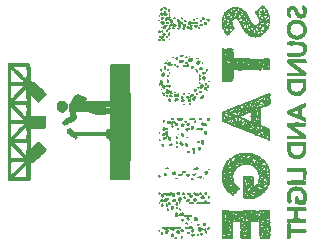
<source format=gbr>
%TF.GenerationSoftware,KiCad,Pcbnew,7.0.2*%
%TF.CreationDate,2023-12-05T19:44:14+00:00*%
%TF.ProjectId,rxhardware,72786861-7264-4776-9172-652e6b696361,rev?*%
%TF.SameCoordinates,Original*%
%TF.FileFunction,Legend,Bot*%
%TF.FilePolarity,Positive*%
%FSLAX46Y46*%
G04 Gerber Fmt 4.6, Leading zero omitted, Abs format (unit mm)*
G04 Created by KiCad (PCBNEW 7.0.2) date 2023-12-05 19:44:14*
%MOMM*%
%LPD*%
G01*
G04 APERTURE LIST*
%ADD10C,0.010000*%
G04 APERTURE END LIST*
%TO.C,G\u002A\u002A\u002A*%
D10*
X166961069Y-94235962D02*
X166974798Y-94269797D01*
X166971930Y-94287342D01*
X166949373Y-94307936D01*
X166937677Y-94303633D01*
X166923948Y-94269797D01*
X166926816Y-94252253D01*
X166949373Y-94231659D01*
X166961069Y-94235962D01*
G36*
X166961069Y-94235962D02*
G01*
X166974798Y-94269797D01*
X166971930Y-94287342D01*
X166949373Y-94307936D01*
X166937677Y-94303633D01*
X166923948Y-94269797D01*
X166926816Y-94252253D01*
X166949373Y-94231659D01*
X166961069Y-94235962D01*
G37*
X168438382Y-93215988D02*
X168457929Y-93250666D01*
X168458463Y-93311315D01*
X168433178Y-93365500D01*
X168417229Y-93371580D01*
X168395349Y-93348904D01*
X168381752Y-93303614D01*
X168383734Y-93252398D01*
X168391050Y-93226740D01*
X168409147Y-93201438D01*
X168438382Y-93215988D01*
G36*
X168438382Y-93215988D02*
G01*
X168457929Y-93250666D01*
X168458463Y-93311315D01*
X168433178Y-93365500D01*
X168417229Y-93371580D01*
X168395349Y-93348904D01*
X168381752Y-93303614D01*
X168383734Y-93252398D01*
X168391050Y-93226740D01*
X168409147Y-93201438D01*
X168438382Y-93215988D01*
G37*
X165500124Y-79955283D02*
X165513679Y-79967992D01*
X165504554Y-79999161D01*
X165491424Y-80007982D01*
X165449273Y-80006134D01*
X165435718Y-79993424D01*
X165444842Y-79962256D01*
X165457973Y-79953435D01*
X165500124Y-79955283D01*
G36*
X165500124Y-79955283D02*
G01*
X165513679Y-79967992D01*
X165504554Y-79999161D01*
X165491424Y-80007982D01*
X165449273Y-80006134D01*
X165435718Y-79993424D01*
X165444842Y-79962256D01*
X165457973Y-79953435D01*
X165500124Y-79955283D01*
G37*
X168207932Y-96875904D02*
X168229221Y-96895218D01*
X168246070Y-96917155D01*
X168241856Y-96921528D01*
X168207932Y-96926754D01*
X168188827Y-96921168D01*
X168169793Y-96885503D01*
X168169829Y-96881535D01*
X168177857Y-96858177D01*
X168207932Y-96875904D01*
G36*
X168207932Y-96875904D02*
G01*
X168229221Y-96895218D01*
X168246070Y-96917155D01*
X168241856Y-96921528D01*
X168207932Y-96926754D01*
X168188827Y-96921168D01*
X168169793Y-96885503D01*
X168169829Y-96881535D01*
X168177857Y-96858177D01*
X168207932Y-96875904D01*
G37*
X168528845Y-98480804D02*
X168533278Y-98490356D01*
X168539074Y-98544875D01*
X168531264Y-98608601D01*
X168512662Y-98651821D01*
X168508593Y-98655110D01*
X168482132Y-98649451D01*
X168459234Y-98610799D01*
X168449473Y-98553982D01*
X168450841Y-98529671D01*
X168467753Y-98476901D01*
X168496792Y-98457812D01*
X168528845Y-98480804D01*
G36*
X168528845Y-98480804D02*
G01*
X168533278Y-98490356D01*
X168539074Y-98544875D01*
X168531264Y-98608601D01*
X168512662Y-98651821D01*
X168508593Y-98655110D01*
X168482132Y-98649451D01*
X168459234Y-98610799D01*
X168449473Y-98553982D01*
X168450841Y-98529671D01*
X168467753Y-98476901D01*
X168496792Y-98457812D01*
X168528845Y-98480804D01*
G37*
X166682406Y-89111954D02*
X166708385Y-89126383D01*
X166716228Y-89154754D01*
X166676050Y-89177609D01*
X166640458Y-89182640D01*
X166589411Y-89173636D01*
X166567992Y-89147176D01*
X166585343Y-89122378D01*
X166631391Y-89107063D01*
X166682406Y-89111954D01*
G36*
X166682406Y-89111954D02*
G01*
X166708385Y-89126383D01*
X166716228Y-89154754D01*
X166676050Y-89177609D01*
X166640458Y-89182640D01*
X166589411Y-89173636D01*
X166567992Y-89147176D01*
X166585343Y-89122378D01*
X166631391Y-89107063D01*
X166682406Y-89111954D01*
G37*
X166822246Y-89032160D02*
X166834940Y-89041915D01*
X166844441Y-89076342D01*
X166807454Y-89105716D01*
X166776341Y-89116704D01*
X166750861Y-89115530D01*
X166745970Y-89084511D01*
X166749791Y-89061910D01*
X166779600Y-89028846D01*
X166822246Y-89032160D01*
G36*
X166822246Y-89032160D02*
G01*
X166834940Y-89041915D01*
X166844441Y-89076342D01*
X166807454Y-89105716D01*
X166776341Y-89116704D01*
X166750861Y-89115530D01*
X166745970Y-89084511D01*
X166749791Y-89061910D01*
X166779600Y-89028846D01*
X166822246Y-89032160D01*
G37*
X167439361Y-87486738D02*
X167457881Y-87519347D01*
X167455887Y-87532899D01*
X167427843Y-87556100D01*
X167380604Y-87544154D01*
X167359001Y-87523261D01*
X167373246Y-87492111D01*
X167390878Y-87480075D01*
X167430241Y-87479840D01*
X167439361Y-87486738D01*
G36*
X167439361Y-87486738D02*
G01*
X167457881Y-87519347D01*
X167455887Y-87532899D01*
X167427843Y-87556100D01*
X167380604Y-87544154D01*
X167359001Y-87523261D01*
X167373246Y-87492111D01*
X167390878Y-87480075D01*
X167430241Y-87479840D01*
X167439361Y-87486738D01*
G37*
X167508732Y-89604232D02*
X167506897Y-89617692D01*
X167491782Y-89621182D01*
X167488739Y-89617456D01*
X167491782Y-89587282D01*
X167499430Y-89583304D01*
X167508732Y-89604232D01*
G36*
X167508732Y-89604232D02*
G01*
X167506897Y-89617692D01*
X167491782Y-89621182D01*
X167488739Y-89617456D01*
X167491782Y-89587282D01*
X167499430Y-89583304D01*
X167508732Y-89604232D01*
G37*
X167747329Y-87340934D02*
X167745787Y-87382030D01*
X167733368Y-87401820D01*
X167705890Y-87396144D01*
X167704309Y-87394472D01*
X167694082Y-87359869D01*
X167709038Y-87330474D01*
X167738208Y-87329056D01*
X167747329Y-87340934D01*
G36*
X167747329Y-87340934D02*
G01*
X167745787Y-87382030D01*
X167733368Y-87401820D01*
X167705890Y-87396144D01*
X167704309Y-87394472D01*
X167694082Y-87359869D01*
X167709038Y-87330474D01*
X167738208Y-87329056D01*
X167747329Y-87340934D01*
G37*
X147066690Y-84137765D02*
X147079403Y-84137765D01*
X147893334Y-84137765D01*
X148583352Y-84137765D01*
X148638223Y-84196174D01*
X148652204Y-84212240D01*
X148665373Y-84233819D01*
X148675516Y-84264080D01*
X148683116Y-84309045D01*
X148688655Y-84374740D01*
X148692617Y-84467188D01*
X148695483Y-84592413D01*
X148697738Y-84756440D01*
X148699863Y-84965293D01*
X148706630Y-85676004D01*
X148821045Y-85690520D01*
X148841130Y-85693235D01*
X148909888Y-85706364D01*
X148974551Y-85727497D01*
X149040739Y-85760729D01*
X149114069Y-85810152D01*
X149200162Y-85879860D01*
X149304636Y-85973949D01*
X149433110Y-86096511D01*
X149591204Y-86251641D01*
X149707651Y-86367709D01*
X149823128Y-86484900D01*
X149921429Y-86586887D01*
X149997741Y-86668603D01*
X150047252Y-86724976D01*
X150065149Y-86750937D01*
X150065155Y-86751209D01*
X150047743Y-86781038D01*
X150000373Y-86838168D01*
X149930192Y-86915429D01*
X149844346Y-87005651D01*
X149749984Y-87101663D01*
X149654251Y-87196297D01*
X149564296Y-87282382D01*
X149487265Y-87352748D01*
X149430305Y-87400226D01*
X149400564Y-87417645D01*
X149378812Y-87405540D01*
X149325734Y-87362103D01*
X149249402Y-87292724D01*
X149156296Y-87203324D01*
X149052894Y-87099828D01*
X148966127Y-87012225D01*
X148872823Y-86920333D01*
X148796178Y-86847410D01*
X148742398Y-86799340D01*
X148717690Y-86782010D01*
X148714144Y-86789824D01*
X148708374Y-86841353D01*
X148703432Y-86937824D01*
X148699417Y-87075446D01*
X148696427Y-87250430D01*
X148694561Y-87458986D01*
X148693918Y-87697325D01*
X148693918Y-88612640D01*
X149324468Y-88612640D01*
X149478326Y-88613019D01*
X149661486Y-88615003D01*
X149800079Y-88618836D01*
X149897812Y-88624691D01*
X149958392Y-88632739D01*
X149985529Y-88643151D01*
X149992458Y-88655499D01*
X150003094Y-88708035D01*
X150010427Y-88801320D01*
X150014672Y-88938698D01*
X150016040Y-89123514D01*
X150016028Y-89152906D01*
X150015285Y-89309541D01*
X150012956Y-89423356D01*
X150008443Y-89501270D01*
X150001149Y-89550202D01*
X149990474Y-89577072D01*
X149975822Y-89588799D01*
X149955641Y-89591847D01*
X149888686Y-89595839D01*
X149783625Y-89599248D01*
X149647953Y-89601900D01*
X149489166Y-89603620D01*
X149314761Y-89604232D01*
X148693918Y-89604232D01*
X148693918Y-90519547D01*
X148694447Y-90723794D01*
X148696014Y-90917427D01*
X148698490Y-91088575D01*
X148701744Y-91231566D01*
X148705647Y-91340726D01*
X148710068Y-91410383D01*
X148714878Y-91434863D01*
X148734478Y-91421461D01*
X148785128Y-91377395D01*
X148860067Y-91308152D01*
X148953109Y-91219459D01*
X149058068Y-91117045D01*
X149151198Y-91026293D01*
X149246887Y-90935570D01*
X149325634Y-90863654D01*
X149381130Y-90816291D01*
X149407066Y-90799227D01*
X149424066Y-90808849D01*
X149472184Y-90848829D01*
X149542558Y-90913204D01*
X149627922Y-90994730D01*
X149721014Y-91086163D01*
X149814567Y-91180260D01*
X149901319Y-91269778D01*
X149974003Y-91347473D01*
X150025357Y-91406102D01*
X150048115Y-91438421D01*
X150048392Y-91441740D01*
X150029098Y-91477980D01*
X149979124Y-91542053D01*
X149904039Y-91628340D01*
X149809415Y-91731226D01*
X149700822Y-91845093D01*
X149583829Y-91964324D01*
X149464006Y-92083303D01*
X149346924Y-92196411D01*
X149238153Y-92298033D01*
X149143262Y-92382551D01*
X149067823Y-92444348D01*
X149017405Y-92477807D01*
X148997831Y-92486474D01*
X148899198Y-92516165D01*
X148803556Y-92528156D01*
X148693918Y-92528156D01*
X148693918Y-93968541D01*
X148634696Y-94024177D01*
X148619991Y-94037345D01*
X148601173Y-94049846D01*
X148575377Y-94059515D01*
X148537120Y-94066654D01*
X148480917Y-94071561D01*
X148401285Y-94074536D01*
X148292739Y-94075878D01*
X148149796Y-94075887D01*
X147966972Y-94074862D01*
X147738783Y-94073103D01*
X146902092Y-94066394D01*
X146867483Y-93994165D01*
X146865891Y-93987963D01*
X146861362Y-93936655D01*
X146857157Y-93838568D01*
X146856263Y-93805938D01*
X147295519Y-93805938D01*
X147301271Y-93808699D01*
X147347382Y-93813605D01*
X147433649Y-93817253D01*
X147552856Y-93819476D01*
X147697789Y-93820108D01*
X147861235Y-93818983D01*
X148426951Y-93812140D01*
X148433790Y-93263857D01*
X148434451Y-93201290D01*
X148435013Y-93044775D01*
X148433956Y-92908488D01*
X148431432Y-92800084D01*
X148427591Y-92727213D01*
X148422585Y-92697531D01*
X148415206Y-92700568D01*
X148376985Y-92731339D01*
X148311313Y-92790296D01*
X148223499Y-92872219D01*
X148118853Y-92971887D01*
X148002682Y-93084078D01*
X147880297Y-93203572D01*
X147757005Y-93325148D01*
X147638116Y-93443584D01*
X147528938Y-93553659D01*
X147434781Y-93650154D01*
X147360952Y-93727845D01*
X147312762Y-93781514D01*
X147295519Y-93805938D01*
X146856263Y-93805938D01*
X146853273Y-93696749D01*
X146849709Y-93514247D01*
X146846461Y-93294109D01*
X146843528Y-93039385D01*
X146842204Y-92894737D01*
X147071224Y-92894737D01*
X147072550Y-93059023D01*
X147079403Y-93622798D01*
X147264858Y-93450502D01*
X147277643Y-93438574D01*
X147359278Y-93361117D01*
X147466377Y-93258003D01*
X147590181Y-93137733D01*
X147721933Y-93008807D01*
X147852875Y-92879728D01*
X147952648Y-92780552D01*
X148059770Y-92672286D01*
X148136025Y-92592077D01*
X148184863Y-92535877D01*
X148209731Y-92499643D01*
X148214079Y-92479328D01*
X148201354Y-92470886D01*
X148164077Y-92467443D01*
X148084584Y-92464579D01*
X147974582Y-92462823D01*
X147843112Y-92462103D01*
X147699212Y-92462345D01*
X147551923Y-92463476D01*
X147410284Y-92465423D01*
X147283335Y-92468115D01*
X147180116Y-92471476D01*
X147109667Y-92475436D01*
X147081026Y-92479920D01*
X147079014Y-92487179D01*
X147075321Y-92536647D01*
X147072719Y-92626057D01*
X147071316Y-92747918D01*
X147071224Y-92894737D01*
X146842204Y-92894737D01*
X146840907Y-92753121D01*
X146838596Y-92438367D01*
X146836593Y-92098169D01*
X146834895Y-91735577D01*
X146833501Y-91353639D01*
X146832650Y-91043967D01*
X147066690Y-91043967D01*
X147066690Y-92197625D01*
X147638762Y-92197625D01*
X147724759Y-92197409D01*
X147843112Y-92196206D01*
X147880588Y-92195826D01*
X148014250Y-92192911D01*
X148118576Y-92188901D01*
X148186394Y-92184037D01*
X148210533Y-92178556D01*
X148209865Y-92176575D01*
X148186003Y-92146540D01*
X148131796Y-92087480D01*
X148052520Y-92004659D01*
X147953450Y-91903344D01*
X147839860Y-91788800D01*
X147717026Y-91666295D01*
X147590222Y-91541093D01*
X147464725Y-91418461D01*
X147345808Y-91303665D01*
X147238746Y-91201970D01*
X147148816Y-91118644D01*
X147066690Y-91043967D01*
X146832650Y-91043967D01*
X146832407Y-90955401D01*
X146832197Y-90846728D01*
X147310302Y-90846728D01*
X147320351Y-90865457D01*
X147360931Y-90915101D01*
X147427242Y-90989070D01*
X147513785Y-91081252D01*
X147615064Y-91185534D01*
X147704161Y-91277006D01*
X147794823Y-91372787D01*
X147866719Y-91451783D01*
X147914085Y-91507640D01*
X147931155Y-91534000D01*
X147932372Y-91542347D01*
X147957794Y-91561990D01*
X147962127Y-91562673D01*
X147999324Y-91585905D01*
X148047323Y-91631910D01*
X148079157Y-91666544D01*
X148146043Y-91737238D01*
X148217112Y-91810562D01*
X148324012Y-91919295D01*
X148366599Y-91862837D01*
X148367839Y-91861164D01*
X148401619Y-91794996D01*
X148422585Y-91721435D01*
X148424144Y-91715966D01*
X148426344Y-91698525D01*
X148431406Y-91624131D01*
X148435517Y-91515278D01*
X148438302Y-91383684D01*
X148439383Y-91241065D01*
X148439663Y-90856577D01*
X148340103Y-90840657D01*
X148335622Y-90839987D01*
X148270793Y-90834452D01*
X148172652Y-90830444D01*
X148050548Y-90827908D01*
X147913832Y-90826788D01*
X147771854Y-90827030D01*
X147633965Y-90828577D01*
X147509515Y-90831376D01*
X147407854Y-90835371D01*
X147338333Y-90840507D01*
X147310302Y-90846728D01*
X146832197Y-90846728D01*
X146831655Y-90566451D01*
X147320945Y-90566451D01*
X147322187Y-90569471D01*
X147356184Y-90581393D01*
X147430069Y-90590661D01*
X147534935Y-90597316D01*
X147661873Y-90601399D01*
X147801975Y-90602950D01*
X147913832Y-90602222D01*
X147946334Y-90602011D01*
X148086041Y-90598623D01*
X148212190Y-90592827D01*
X148315872Y-90584663D01*
X148388180Y-90574172D01*
X148420205Y-90561396D01*
X148422711Y-90554445D01*
X148428970Y-90503686D01*
X148433634Y-90415279D01*
X148436732Y-90299049D01*
X148438294Y-90164822D01*
X148438350Y-90022421D01*
X148436930Y-89881672D01*
X148434063Y-89752399D01*
X148429780Y-89644428D01*
X148424109Y-89567582D01*
X148417082Y-89531687D01*
X148416633Y-89530988D01*
X148393423Y-89512704D01*
X148358576Y-89519193D01*
X148306813Y-89553985D01*
X148232851Y-89620608D01*
X148131409Y-89722593D01*
X148102790Y-89752025D01*
X147996668Y-89859607D01*
X147880752Y-89975348D01*
X147775453Y-90078821D01*
X147772858Y-90081343D01*
X147608533Y-90242826D01*
X147481793Y-90371420D01*
X147392024Y-90467784D01*
X147338612Y-90532574D01*
X147320945Y-90566451D01*
X146831655Y-90566451D01*
X146831611Y-90543913D01*
X146831112Y-90122223D01*
X146830963Y-89810392D01*
X147066690Y-89810392D01*
X147066909Y-89905013D01*
X147068310Y-90061508D01*
X147070836Y-90195610D01*
X147074284Y-90300206D01*
X147078453Y-90368181D01*
X147083143Y-90392420D01*
X147087166Y-90389981D01*
X147120852Y-90360519D01*
X147184270Y-90301136D01*
X147272862Y-90216218D01*
X147382075Y-90110153D01*
X147507353Y-89987328D01*
X147644141Y-89852130D01*
X147691489Y-89805076D01*
X147826021Y-89670534D01*
X147947796Y-89547525D01*
X148052116Y-89440875D01*
X148134283Y-89355411D01*
X148189599Y-89295959D01*
X148213367Y-89267345D01*
X148219750Y-89251471D01*
X148213608Y-89238237D01*
X148185913Y-89229518D01*
X148129341Y-89224188D01*
X148036567Y-89221120D01*
X147900268Y-89219187D01*
X147758559Y-89217432D01*
X147608563Y-89215177D01*
X147473687Y-89212776D01*
X147371795Y-89210521D01*
X147364064Y-89210328D01*
X147263030Y-89209607D01*
X147177009Y-89211966D01*
X147123898Y-89216940D01*
X147066690Y-89228363D01*
X147066690Y-89810392D01*
X146830963Y-89810392D01*
X146830907Y-89693378D01*
X146830993Y-89260428D01*
X146831223Y-88994022D01*
X147066690Y-88994022D01*
X147263030Y-88994022D01*
X147651475Y-88994022D01*
X147748504Y-88993773D01*
X147905170Y-88992234D01*
X148039375Y-88989476D01*
X148144024Y-88985718D01*
X148212018Y-88981178D01*
X148236260Y-88976073D01*
X148229544Y-88966629D01*
X148192074Y-88924964D01*
X148125416Y-88854504D01*
X148033807Y-88759625D01*
X147921482Y-88644701D01*
X147792676Y-88514108D01*
X147651626Y-88372219D01*
X147066992Y-87786314D01*
X147066690Y-88994022D01*
X146831223Y-88994022D01*
X146831368Y-88826418D01*
X146832031Y-88394399D01*
X146832978Y-87967418D01*
X146833932Y-87642666D01*
X147314782Y-87642666D01*
X147325480Y-87664928D01*
X147367391Y-87716834D01*
X147435308Y-87792384D01*
X147523920Y-87885672D01*
X147627914Y-87990795D01*
X147705887Y-88068208D01*
X147834302Y-88195849D01*
X147960199Y-88321142D01*
X148072376Y-88432937D01*
X148159634Y-88520087D01*
X148230773Y-88588478D01*
X148305591Y-88653841D01*
X148362582Y-88696222D01*
X148393149Y-88708677D01*
X148393423Y-88708074D01*
X148405023Y-88682588D01*
X148415670Y-88614339D01*
X148424373Y-88513290D01*
X148431002Y-88388656D01*
X148435427Y-88249654D01*
X148437517Y-88105496D01*
X148437143Y-87965400D01*
X148434173Y-87838579D01*
X148428478Y-87734249D01*
X148419928Y-87661626D01*
X148408392Y-87629923D01*
X148380774Y-87624613D01*
X148310108Y-87620182D01*
X148206685Y-87617424D01*
X148079796Y-87616234D01*
X147938729Y-87616501D01*
X147792773Y-87618119D01*
X147651218Y-87620978D01*
X147523352Y-87624970D01*
X147418465Y-87629988D01*
X147345845Y-87635923D01*
X147314782Y-87642666D01*
X146833932Y-87642666D01*
X146834208Y-87548523D01*
X146834894Y-87363133D01*
X147313042Y-87363133D01*
X147314523Y-87375539D01*
X147340216Y-87380068D01*
X147409252Y-87384295D01*
X147511147Y-87387381D01*
X147636225Y-87389319D01*
X147774807Y-87390099D01*
X147917218Y-87389715D01*
X148053781Y-87388158D01*
X148079796Y-87387569D01*
X148174817Y-87385420D01*
X148270651Y-87381494D01*
X148331605Y-87376371D01*
X148439663Y-87361021D01*
X148435854Y-86950744D01*
X148434948Y-86865247D01*
X148432131Y-86699728D01*
X148427919Y-86576979D01*
X148421814Y-86491347D01*
X148413313Y-86437179D01*
X148401917Y-86408824D01*
X148387124Y-86400628D01*
X148376676Y-86396865D01*
X148363387Y-86363991D01*
X148359370Y-86335576D01*
X148343236Y-86323793D01*
X148311239Y-86335582D01*
X148259676Y-86373724D01*
X148184847Y-86441000D01*
X148083049Y-86540190D01*
X147950581Y-86674075D01*
X147938615Y-86686293D01*
X147762610Y-86866601D01*
X147619889Y-87014180D01*
X147507809Y-87131943D01*
X147423728Y-87222805D01*
X147365001Y-87289681D01*
X147328987Y-87335485D01*
X147313042Y-87363133D01*
X146834894Y-87363133D01*
X146835717Y-87140762D01*
X146837505Y-86747183D01*
X146839568Y-86370834D01*
X146841875Y-86019247D01*
X147066690Y-86019247D01*
X147066690Y-86591319D01*
X147066788Y-86677262D01*
X147066992Y-86721797D01*
X147067502Y-86833132D01*
X147068819Y-86966856D01*
X147070630Y-87071258D01*
X147072827Y-87139162D01*
X147075302Y-87163391D01*
X147086923Y-87154727D01*
X147128805Y-87117369D01*
X147193299Y-87057291D01*
X147272349Y-86981914D01*
X147281764Y-86972838D01*
X147363403Y-86893749D01*
X147470923Y-86789107D01*
X147595308Y-86667709D01*
X147727541Y-86538354D01*
X147858605Y-86409842D01*
X148256425Y-86019247D01*
X147066690Y-86019247D01*
X146841875Y-86019247D01*
X146841904Y-86014764D01*
X146844511Y-85682021D01*
X146847240Y-85391337D01*
X147071101Y-85391337D01*
X147071823Y-85527885D01*
X147073798Y-85635978D01*
X147076915Y-85708155D01*
X147081066Y-85736952D01*
X147085325Y-85738507D01*
X147129251Y-85743120D01*
X147213822Y-85747354D01*
X147331353Y-85750955D01*
X147474162Y-85753668D01*
X147634566Y-85755239D01*
X147684496Y-85755446D01*
X147843004Y-85755176D01*
X147983325Y-85753570D01*
X148097293Y-85750807D01*
X148176745Y-85747066D01*
X148213514Y-85742527D01*
X148217776Y-85737847D01*
X148209474Y-85714185D01*
X148176117Y-85669425D01*
X148115255Y-85600876D01*
X148024438Y-85505845D01*
X147901218Y-85381641D01*
X147743144Y-85225570D01*
X147733917Y-85216523D01*
X147597547Y-85083019D01*
X147469807Y-84958338D01*
X147356225Y-84847844D01*
X147262326Y-84756905D01*
X147193635Y-84690885D01*
X147155679Y-84655151D01*
X147079403Y-84586016D01*
X147072550Y-85153820D01*
X147071739Y-85233799D01*
X147071101Y-85391337D01*
X146847240Y-85391337D01*
X146847387Y-85375651D01*
X146850529Y-85098705D01*
X146853935Y-84854229D01*
X146857603Y-84645272D01*
X146861530Y-84474882D01*
X146863596Y-84411306D01*
X147295519Y-84411306D01*
X147300779Y-84420644D01*
X147335561Y-84461601D01*
X147398375Y-84528985D01*
X147483913Y-84617570D01*
X147586869Y-84722134D01*
X147701937Y-84837450D01*
X147823811Y-84958295D01*
X147947185Y-85079445D01*
X148066751Y-85195674D01*
X148177205Y-85301759D01*
X148273239Y-85392476D01*
X148343236Y-85456799D01*
X148349547Y-85462598D01*
X148400822Y-85506904D01*
X148421760Y-85520167D01*
X148422338Y-85519358D01*
X148427863Y-85484975D01*
X148432313Y-85409787D01*
X148435681Y-85302958D01*
X148437958Y-85173652D01*
X148439138Y-85031034D01*
X148439211Y-84884269D01*
X148438171Y-84742519D01*
X148436009Y-84614950D01*
X148432717Y-84510726D01*
X148428288Y-84439011D01*
X148422713Y-84408970D01*
X148416032Y-84406509D01*
X148368473Y-84401373D01*
X148283610Y-84397406D01*
X148170256Y-84394589D01*
X148037226Y-84392906D01*
X147893334Y-84392337D01*
X147747396Y-84392864D01*
X147608226Y-84394470D01*
X147484639Y-84397135D01*
X147385449Y-84400841D01*
X147319471Y-84405571D01*
X147295519Y-84411306D01*
X146863596Y-84411306D01*
X146865715Y-84346107D01*
X146870154Y-84261995D01*
X146874846Y-84225594D01*
X146911543Y-84137765D01*
X147066690Y-84137765D01*
G36*
X147066690Y-84137765D02*
G01*
X147079403Y-84137765D01*
X147893334Y-84137765D01*
X148583352Y-84137765D01*
X148638223Y-84196174D01*
X148652204Y-84212240D01*
X148665373Y-84233819D01*
X148675516Y-84264080D01*
X148683116Y-84309045D01*
X148688655Y-84374740D01*
X148692617Y-84467188D01*
X148695483Y-84592413D01*
X148697738Y-84756440D01*
X148699863Y-84965293D01*
X148706630Y-85676004D01*
X148821045Y-85690520D01*
X148841130Y-85693235D01*
X148909888Y-85706364D01*
X148974551Y-85727497D01*
X149040739Y-85760729D01*
X149114069Y-85810152D01*
X149200162Y-85879860D01*
X149304636Y-85973949D01*
X149433110Y-86096511D01*
X149591204Y-86251641D01*
X149707651Y-86367709D01*
X149823128Y-86484900D01*
X149921429Y-86586887D01*
X149997741Y-86668603D01*
X150047252Y-86724976D01*
X150065149Y-86750937D01*
X150065155Y-86751209D01*
X150047743Y-86781038D01*
X150000373Y-86838168D01*
X149930192Y-86915429D01*
X149844346Y-87005651D01*
X149749984Y-87101663D01*
X149654251Y-87196297D01*
X149564296Y-87282382D01*
X149487265Y-87352748D01*
X149430305Y-87400226D01*
X149400564Y-87417645D01*
X149378812Y-87405540D01*
X149325734Y-87362103D01*
X149249402Y-87292724D01*
X149156296Y-87203324D01*
X149052894Y-87099828D01*
X148966127Y-87012225D01*
X148872823Y-86920333D01*
X148796178Y-86847410D01*
X148742398Y-86799340D01*
X148717690Y-86782010D01*
X148714144Y-86789824D01*
X148708374Y-86841353D01*
X148703432Y-86937824D01*
X148699417Y-87075446D01*
X148696427Y-87250430D01*
X148694561Y-87458986D01*
X148693918Y-87697325D01*
X148693918Y-88612640D01*
X149324468Y-88612640D01*
X149478326Y-88613019D01*
X149661486Y-88615003D01*
X149800079Y-88618836D01*
X149897812Y-88624691D01*
X149958392Y-88632739D01*
X149985529Y-88643151D01*
X149992458Y-88655499D01*
X150003094Y-88708035D01*
X150010427Y-88801320D01*
X150014672Y-88938698D01*
X150016040Y-89123514D01*
X150016028Y-89152906D01*
X150015285Y-89309541D01*
X150012956Y-89423356D01*
X150008443Y-89501270D01*
X150001149Y-89550202D01*
X149990474Y-89577072D01*
X149975822Y-89588799D01*
X149955641Y-89591847D01*
X149888686Y-89595839D01*
X149783625Y-89599248D01*
X149647953Y-89601900D01*
X149489166Y-89603620D01*
X149314761Y-89604232D01*
X148693918Y-89604232D01*
X148693918Y-90519547D01*
X148694447Y-90723794D01*
X148696014Y-90917427D01*
X148698490Y-91088575D01*
X148701744Y-91231566D01*
X148705647Y-91340726D01*
X148710068Y-91410383D01*
X148714878Y-91434863D01*
X148734478Y-91421461D01*
X148785128Y-91377395D01*
X148860067Y-91308152D01*
X148953109Y-91219459D01*
X149058068Y-91117045D01*
X149151198Y-91026293D01*
X149246887Y-90935570D01*
X149325634Y-90863654D01*
X149381130Y-90816291D01*
X149407066Y-90799227D01*
X149424066Y-90808849D01*
X149472184Y-90848829D01*
X149542558Y-90913204D01*
X149627922Y-90994730D01*
X149721014Y-91086163D01*
X149814567Y-91180260D01*
X149901319Y-91269778D01*
X149974003Y-91347473D01*
X150025357Y-91406102D01*
X150048115Y-91438421D01*
X150048392Y-91441740D01*
X150029098Y-91477980D01*
X149979124Y-91542053D01*
X149904039Y-91628340D01*
X149809415Y-91731226D01*
X149700822Y-91845093D01*
X149583829Y-91964324D01*
X149464006Y-92083303D01*
X149346924Y-92196411D01*
X149238153Y-92298033D01*
X149143262Y-92382551D01*
X149067823Y-92444348D01*
X149017405Y-92477807D01*
X148997831Y-92486474D01*
X148899198Y-92516165D01*
X148803556Y-92528156D01*
X148693918Y-92528156D01*
X148693918Y-93968541D01*
X148634696Y-94024177D01*
X148619991Y-94037345D01*
X148601173Y-94049846D01*
X148575377Y-94059515D01*
X148537120Y-94066654D01*
X148480917Y-94071561D01*
X148401285Y-94074536D01*
X148292739Y-94075878D01*
X148149796Y-94075887D01*
X147966972Y-94074862D01*
X147738783Y-94073103D01*
X146902092Y-94066394D01*
X146867483Y-93994165D01*
X146865891Y-93987963D01*
X146861362Y-93936655D01*
X146857157Y-93838568D01*
X146856263Y-93805938D01*
X147295519Y-93805938D01*
X147301271Y-93808699D01*
X147347382Y-93813605D01*
X147433649Y-93817253D01*
X147552856Y-93819476D01*
X147697789Y-93820108D01*
X147861235Y-93818983D01*
X148426951Y-93812140D01*
X148433790Y-93263857D01*
X148434451Y-93201290D01*
X148435013Y-93044775D01*
X148433956Y-92908488D01*
X148431432Y-92800084D01*
X148427591Y-92727213D01*
X148422585Y-92697531D01*
X148415206Y-92700568D01*
X148376985Y-92731339D01*
X148311313Y-92790296D01*
X148223499Y-92872219D01*
X148118853Y-92971887D01*
X148002682Y-93084078D01*
X147880297Y-93203572D01*
X147757005Y-93325148D01*
X147638116Y-93443584D01*
X147528938Y-93553659D01*
X147434781Y-93650154D01*
X147360952Y-93727845D01*
X147312762Y-93781514D01*
X147295519Y-93805938D01*
X146856263Y-93805938D01*
X146853273Y-93696749D01*
X146849709Y-93514247D01*
X146846461Y-93294109D01*
X146843528Y-93039385D01*
X146842204Y-92894737D01*
X147071224Y-92894737D01*
X147072550Y-93059023D01*
X147079403Y-93622798D01*
X147264858Y-93450502D01*
X147277643Y-93438574D01*
X147359278Y-93361117D01*
X147466377Y-93258003D01*
X147590181Y-93137733D01*
X147721933Y-93008807D01*
X147852875Y-92879728D01*
X147952648Y-92780552D01*
X148059770Y-92672286D01*
X148136025Y-92592077D01*
X148184863Y-92535877D01*
X148209731Y-92499643D01*
X148214079Y-92479328D01*
X148201354Y-92470886D01*
X148164077Y-92467443D01*
X148084584Y-92464579D01*
X147974582Y-92462823D01*
X147843112Y-92462103D01*
X147699212Y-92462345D01*
X147551923Y-92463476D01*
X147410284Y-92465423D01*
X147283335Y-92468115D01*
X147180116Y-92471476D01*
X147109667Y-92475436D01*
X147081026Y-92479920D01*
X147079014Y-92487179D01*
X147075321Y-92536647D01*
X147072719Y-92626057D01*
X147071316Y-92747918D01*
X147071224Y-92894737D01*
X146842204Y-92894737D01*
X146840907Y-92753121D01*
X146838596Y-92438367D01*
X146836593Y-92098169D01*
X146834895Y-91735577D01*
X146833501Y-91353639D01*
X146832650Y-91043967D01*
X147066690Y-91043967D01*
X147066690Y-92197625D01*
X147638762Y-92197625D01*
X147724759Y-92197409D01*
X147843112Y-92196206D01*
X147880588Y-92195826D01*
X148014250Y-92192911D01*
X148118576Y-92188901D01*
X148186394Y-92184037D01*
X148210533Y-92178556D01*
X148209865Y-92176575D01*
X148186003Y-92146540D01*
X148131796Y-92087480D01*
X148052520Y-92004659D01*
X147953450Y-91903344D01*
X147839860Y-91788800D01*
X147717026Y-91666295D01*
X147590222Y-91541093D01*
X147464725Y-91418461D01*
X147345808Y-91303665D01*
X147238746Y-91201970D01*
X147148816Y-91118644D01*
X147066690Y-91043967D01*
X146832650Y-91043967D01*
X146832407Y-90955401D01*
X146832197Y-90846728D01*
X147310302Y-90846728D01*
X147320351Y-90865457D01*
X147360931Y-90915101D01*
X147427242Y-90989070D01*
X147513785Y-91081252D01*
X147615064Y-91185534D01*
X147704161Y-91277006D01*
X147794823Y-91372787D01*
X147866719Y-91451783D01*
X147914085Y-91507640D01*
X147931155Y-91534000D01*
X147932372Y-91542347D01*
X147957794Y-91561990D01*
X147962127Y-91562673D01*
X147999324Y-91585905D01*
X148047323Y-91631910D01*
X148079157Y-91666544D01*
X148146043Y-91737238D01*
X148217112Y-91810562D01*
X148324012Y-91919295D01*
X148366599Y-91862837D01*
X148367839Y-91861164D01*
X148401619Y-91794996D01*
X148422585Y-91721435D01*
X148424144Y-91715966D01*
X148426344Y-91698525D01*
X148431406Y-91624131D01*
X148435517Y-91515278D01*
X148438302Y-91383684D01*
X148439383Y-91241065D01*
X148439663Y-90856577D01*
X148340103Y-90840657D01*
X148335622Y-90839987D01*
X148270793Y-90834452D01*
X148172652Y-90830444D01*
X148050548Y-90827908D01*
X147913832Y-90826788D01*
X147771854Y-90827030D01*
X147633965Y-90828577D01*
X147509515Y-90831376D01*
X147407854Y-90835371D01*
X147338333Y-90840507D01*
X147310302Y-90846728D01*
X146832197Y-90846728D01*
X146831655Y-90566451D01*
X147320945Y-90566451D01*
X147322187Y-90569471D01*
X147356184Y-90581393D01*
X147430069Y-90590661D01*
X147534935Y-90597316D01*
X147661873Y-90601399D01*
X147801975Y-90602950D01*
X147913832Y-90602222D01*
X147946334Y-90602011D01*
X148086041Y-90598623D01*
X148212190Y-90592827D01*
X148315872Y-90584663D01*
X148388180Y-90574172D01*
X148420205Y-90561396D01*
X148422711Y-90554445D01*
X148428970Y-90503686D01*
X148433634Y-90415279D01*
X148436732Y-90299049D01*
X148438294Y-90164822D01*
X148438350Y-90022421D01*
X148436930Y-89881672D01*
X148434063Y-89752399D01*
X148429780Y-89644428D01*
X148424109Y-89567582D01*
X148417082Y-89531687D01*
X148416633Y-89530988D01*
X148393423Y-89512704D01*
X148358576Y-89519193D01*
X148306813Y-89553985D01*
X148232851Y-89620608D01*
X148131409Y-89722593D01*
X148102790Y-89752025D01*
X147996668Y-89859607D01*
X147880752Y-89975348D01*
X147775453Y-90078821D01*
X147772858Y-90081343D01*
X147608533Y-90242826D01*
X147481793Y-90371420D01*
X147392024Y-90467784D01*
X147338612Y-90532574D01*
X147320945Y-90566451D01*
X146831655Y-90566451D01*
X146831611Y-90543913D01*
X146831112Y-90122223D01*
X146830963Y-89810392D01*
X147066690Y-89810392D01*
X147066909Y-89905013D01*
X147068310Y-90061508D01*
X147070836Y-90195610D01*
X147074284Y-90300206D01*
X147078453Y-90368181D01*
X147083143Y-90392420D01*
X147087166Y-90389981D01*
X147120852Y-90360519D01*
X147184270Y-90301136D01*
X147272862Y-90216218D01*
X147382075Y-90110153D01*
X147507353Y-89987328D01*
X147644141Y-89852130D01*
X147691489Y-89805076D01*
X147826021Y-89670534D01*
X147947796Y-89547525D01*
X148052116Y-89440875D01*
X148134283Y-89355411D01*
X148189599Y-89295959D01*
X148213367Y-89267345D01*
X148219750Y-89251471D01*
X148213608Y-89238237D01*
X148185913Y-89229518D01*
X148129341Y-89224188D01*
X148036567Y-89221120D01*
X147900268Y-89219187D01*
X147758559Y-89217432D01*
X147608563Y-89215177D01*
X147473687Y-89212776D01*
X147371795Y-89210521D01*
X147364064Y-89210328D01*
X147263030Y-89209607D01*
X147177009Y-89211966D01*
X147123898Y-89216940D01*
X147066690Y-89228363D01*
X147066690Y-89810392D01*
X146830963Y-89810392D01*
X146830907Y-89693378D01*
X146830993Y-89260428D01*
X146831223Y-88994022D01*
X147066690Y-88994022D01*
X147263030Y-88994022D01*
X147651475Y-88994022D01*
X147748504Y-88993773D01*
X147905170Y-88992234D01*
X148039375Y-88989476D01*
X148144024Y-88985718D01*
X148212018Y-88981178D01*
X148236260Y-88976073D01*
X148229544Y-88966629D01*
X148192074Y-88924964D01*
X148125416Y-88854504D01*
X148033807Y-88759625D01*
X147921482Y-88644701D01*
X147792676Y-88514108D01*
X147651626Y-88372219D01*
X147066992Y-87786314D01*
X147066690Y-88994022D01*
X146831223Y-88994022D01*
X146831368Y-88826418D01*
X146832031Y-88394399D01*
X146832978Y-87967418D01*
X146833932Y-87642666D01*
X147314782Y-87642666D01*
X147325480Y-87664928D01*
X147367391Y-87716834D01*
X147435308Y-87792384D01*
X147523920Y-87885672D01*
X147627914Y-87990795D01*
X147705887Y-88068208D01*
X147834302Y-88195849D01*
X147960199Y-88321142D01*
X148072376Y-88432937D01*
X148159634Y-88520087D01*
X148230773Y-88588478D01*
X148305591Y-88653841D01*
X148362582Y-88696222D01*
X148393149Y-88708677D01*
X148393423Y-88708074D01*
X148405023Y-88682588D01*
X148415670Y-88614339D01*
X148424373Y-88513290D01*
X148431002Y-88388656D01*
X148435427Y-88249654D01*
X148437517Y-88105496D01*
X148437143Y-87965400D01*
X148434173Y-87838579D01*
X148428478Y-87734249D01*
X148419928Y-87661626D01*
X148408392Y-87629923D01*
X148380774Y-87624613D01*
X148310108Y-87620182D01*
X148206685Y-87617424D01*
X148079796Y-87616234D01*
X147938729Y-87616501D01*
X147792773Y-87618119D01*
X147651218Y-87620978D01*
X147523352Y-87624970D01*
X147418465Y-87629988D01*
X147345845Y-87635923D01*
X147314782Y-87642666D01*
X146833932Y-87642666D01*
X146834208Y-87548523D01*
X146834894Y-87363133D01*
X147313042Y-87363133D01*
X147314523Y-87375539D01*
X147340216Y-87380068D01*
X147409252Y-87384295D01*
X147511147Y-87387381D01*
X147636225Y-87389319D01*
X147774807Y-87390099D01*
X147917218Y-87389715D01*
X148053781Y-87388158D01*
X148079796Y-87387569D01*
X148174817Y-87385420D01*
X148270651Y-87381494D01*
X148331605Y-87376371D01*
X148439663Y-87361021D01*
X148435854Y-86950744D01*
X148434948Y-86865247D01*
X148432131Y-86699728D01*
X148427919Y-86576979D01*
X148421814Y-86491347D01*
X148413313Y-86437179D01*
X148401917Y-86408824D01*
X148387124Y-86400628D01*
X148376676Y-86396865D01*
X148363387Y-86363991D01*
X148359370Y-86335576D01*
X148343236Y-86323793D01*
X148311239Y-86335582D01*
X148259676Y-86373724D01*
X148184847Y-86441000D01*
X148083049Y-86540190D01*
X147950581Y-86674075D01*
X147938615Y-86686293D01*
X147762610Y-86866601D01*
X147619889Y-87014180D01*
X147507809Y-87131943D01*
X147423728Y-87222805D01*
X147365001Y-87289681D01*
X147328987Y-87335485D01*
X147313042Y-87363133D01*
X146834894Y-87363133D01*
X146835717Y-87140762D01*
X146837505Y-86747183D01*
X146839568Y-86370834D01*
X146841875Y-86019247D01*
X147066690Y-86019247D01*
X147066690Y-86591319D01*
X147066788Y-86677262D01*
X147066992Y-86721797D01*
X147067502Y-86833132D01*
X147068819Y-86966856D01*
X147070630Y-87071258D01*
X147072827Y-87139162D01*
X147075302Y-87163391D01*
X147086923Y-87154727D01*
X147128805Y-87117369D01*
X147193299Y-87057291D01*
X147272349Y-86981914D01*
X147281764Y-86972838D01*
X147363403Y-86893749D01*
X147470923Y-86789107D01*
X147595308Y-86667709D01*
X147727541Y-86538354D01*
X147858605Y-86409842D01*
X148256425Y-86019247D01*
X147066690Y-86019247D01*
X146841875Y-86019247D01*
X146841904Y-86014764D01*
X146844511Y-85682021D01*
X146847240Y-85391337D01*
X147071101Y-85391337D01*
X147071823Y-85527885D01*
X147073798Y-85635978D01*
X147076915Y-85708155D01*
X147081066Y-85736952D01*
X147085325Y-85738507D01*
X147129251Y-85743120D01*
X147213822Y-85747354D01*
X147331353Y-85750955D01*
X147474162Y-85753668D01*
X147634566Y-85755239D01*
X147684496Y-85755446D01*
X147843004Y-85755176D01*
X147983325Y-85753570D01*
X148097293Y-85750807D01*
X148176745Y-85747066D01*
X148213514Y-85742527D01*
X148217776Y-85737847D01*
X148209474Y-85714185D01*
X148176117Y-85669425D01*
X148115255Y-85600876D01*
X148024438Y-85505845D01*
X147901218Y-85381641D01*
X147743144Y-85225570D01*
X147733917Y-85216523D01*
X147597547Y-85083019D01*
X147469807Y-84958338D01*
X147356225Y-84847844D01*
X147262326Y-84756905D01*
X147193635Y-84690885D01*
X147155679Y-84655151D01*
X147079403Y-84586016D01*
X147072550Y-85153820D01*
X147071739Y-85233799D01*
X147071101Y-85391337D01*
X146847240Y-85391337D01*
X146847387Y-85375651D01*
X146850529Y-85098705D01*
X146853935Y-84854229D01*
X146857603Y-84645272D01*
X146861530Y-84474882D01*
X146863596Y-84411306D01*
X147295519Y-84411306D01*
X147300779Y-84420644D01*
X147335561Y-84461601D01*
X147398375Y-84528985D01*
X147483913Y-84617570D01*
X147586869Y-84722134D01*
X147701937Y-84837450D01*
X147823811Y-84958295D01*
X147947185Y-85079445D01*
X148066751Y-85195674D01*
X148177205Y-85301759D01*
X148273239Y-85392476D01*
X148343236Y-85456799D01*
X148349547Y-85462598D01*
X148400822Y-85506904D01*
X148421760Y-85520167D01*
X148422338Y-85519358D01*
X148427863Y-85484975D01*
X148432313Y-85409787D01*
X148435681Y-85302958D01*
X148437958Y-85173652D01*
X148439138Y-85031034D01*
X148439211Y-84884269D01*
X148438171Y-84742519D01*
X148436009Y-84614950D01*
X148432717Y-84510726D01*
X148428288Y-84439011D01*
X148422713Y-84408970D01*
X148416032Y-84406509D01*
X148368473Y-84401373D01*
X148283610Y-84397406D01*
X148170256Y-84394589D01*
X148037226Y-84392906D01*
X147893334Y-84392337D01*
X147747396Y-84392864D01*
X147608226Y-84394470D01*
X147484639Y-84397135D01*
X147385449Y-84400841D01*
X147319471Y-84405571D01*
X147295519Y-84411306D01*
X146863596Y-84411306D01*
X146865715Y-84346107D01*
X146870154Y-84261995D01*
X146874846Y-84225594D01*
X146911543Y-84137765D01*
X147066690Y-84137765D01*
G37*
X151506993Y-87330330D02*
X151611854Y-87374649D01*
X151713359Y-87438973D01*
X151792624Y-87513144D01*
X151822500Y-87551896D01*
X151853389Y-87608261D01*
X151867525Y-87673964D01*
X151871243Y-87769678D01*
X151871186Y-87784003D01*
X151851614Y-87936545D01*
X151799518Y-88059786D01*
X151718199Y-88148311D01*
X151610956Y-88196709D01*
X151559522Y-88213260D01*
X151526823Y-88234543D01*
X151525491Y-88236274D01*
X151489274Y-88250746D01*
X151427151Y-88256684D01*
X151420386Y-88256617D01*
X151359845Y-88249594D01*
X151327479Y-88234543D01*
X151296957Y-88214965D01*
X151239274Y-88197497D01*
X151211231Y-88188040D01*
X151141791Y-88146958D01*
X151073480Y-88088611D01*
X151034487Y-88047114D01*
X151004743Y-88005486D01*
X150989169Y-87958380D01*
X150983183Y-87890673D01*
X150982206Y-87787240D01*
X150982681Y-87708133D01*
X150986984Y-87631622D01*
X150999319Y-87580497D01*
X151023874Y-87539956D01*
X151064838Y-87495198D01*
X151130018Y-87439724D01*
X151231797Y-87377270D01*
X151336826Y-87332853D01*
X151426027Y-87315944D01*
X151506993Y-87330330D01*
G36*
X151506993Y-87330330D02*
G01*
X151611854Y-87374649D01*
X151713359Y-87438973D01*
X151792624Y-87513144D01*
X151822500Y-87551896D01*
X151853389Y-87608261D01*
X151867525Y-87673964D01*
X151871243Y-87769678D01*
X151871186Y-87784003D01*
X151851614Y-87936545D01*
X151799518Y-88059786D01*
X151718199Y-88148311D01*
X151610956Y-88196709D01*
X151559522Y-88213260D01*
X151526823Y-88234543D01*
X151525491Y-88236274D01*
X151489274Y-88250746D01*
X151427151Y-88256684D01*
X151420386Y-88256617D01*
X151359845Y-88249594D01*
X151327479Y-88234543D01*
X151296957Y-88214965D01*
X151239274Y-88197497D01*
X151211231Y-88188040D01*
X151141791Y-88146958D01*
X151073480Y-88088611D01*
X151034487Y-88047114D01*
X151004743Y-88005486D01*
X150989169Y-87958380D01*
X150983183Y-87890673D01*
X150982206Y-87787240D01*
X150982681Y-87708133D01*
X150986984Y-87631622D01*
X150999319Y-87580497D01*
X151023874Y-87539956D01*
X151064838Y-87495198D01*
X151130018Y-87439724D01*
X151231797Y-87377270D01*
X151336826Y-87332853D01*
X151426027Y-87315944D01*
X151506993Y-87330330D01*
G37*
X156677860Y-84237846D02*
X156821186Y-84238817D01*
X156929055Y-84241030D01*
X157006930Y-84244765D01*
X157060275Y-84250305D01*
X157094552Y-84257931D01*
X157115226Y-84267926D01*
X157127758Y-84280570D01*
X157129187Y-84286074D01*
X157132872Y-84334506D01*
X157136355Y-84429609D01*
X157139636Y-84568342D01*
X157142711Y-84747663D01*
X157145580Y-84964531D01*
X157148240Y-85215903D01*
X157150689Y-85498738D01*
X157152925Y-85809995D01*
X157154947Y-86146632D01*
X157156752Y-86505607D01*
X157158339Y-86883879D01*
X157159705Y-87278407D01*
X157160848Y-87686147D01*
X157161767Y-88104060D01*
X157162460Y-88529103D01*
X157162924Y-88958234D01*
X157163158Y-89388413D01*
X157163159Y-89816597D01*
X157162927Y-90239745D01*
X157162458Y-90654815D01*
X157161750Y-91058766D01*
X157160803Y-91448555D01*
X157159614Y-91821142D01*
X157158180Y-92173485D01*
X157156501Y-92502542D01*
X157154574Y-92805272D01*
X157152396Y-93078632D01*
X157149967Y-93319582D01*
X157147284Y-93525080D01*
X157144345Y-93692083D01*
X157141148Y-93817551D01*
X157137692Y-93898442D01*
X157133974Y-93931714D01*
X157107363Y-93990118D01*
X156319266Y-93989848D01*
X156307798Y-93989844D01*
X156084711Y-93989435D01*
X155907081Y-93988265D01*
X155769752Y-93986092D01*
X155667571Y-93982674D01*
X155595382Y-93977769D01*
X155548031Y-93971135D01*
X155520364Y-93962529D01*
X155507227Y-93951710D01*
X155503008Y-93924432D01*
X155498706Y-93848500D01*
X155494830Y-93727399D01*
X155491424Y-93564114D01*
X155488528Y-93361631D01*
X155486186Y-93122934D01*
X155484438Y-92851009D01*
X155483327Y-92548841D01*
X155482895Y-92219415D01*
X155482884Y-92157988D01*
X155482877Y-91825497D01*
X155482766Y-91539804D01*
X155482268Y-91297448D01*
X155481098Y-91094967D01*
X155478973Y-90928896D01*
X155475611Y-90795775D01*
X155470727Y-90692140D01*
X155464037Y-90614529D01*
X155455259Y-90559479D01*
X155444108Y-90523527D01*
X155430302Y-90503212D01*
X155413557Y-90495070D01*
X155393588Y-90495639D01*
X155370114Y-90501457D01*
X155342849Y-90509061D01*
X155296043Y-90509558D01*
X155234573Y-90477444D01*
X155193865Y-90419808D01*
X155188526Y-90351557D01*
X155192380Y-90303459D01*
X155177122Y-90239346D01*
X155170379Y-90228783D01*
X155159003Y-90219126D01*
X155139260Y-90211173D01*
X155106901Y-90204759D01*
X155057677Y-90199719D01*
X154987340Y-90195887D01*
X154891642Y-90193099D01*
X154766335Y-90191188D01*
X154607170Y-90189990D01*
X154409900Y-90189339D01*
X154170275Y-90189070D01*
X153884047Y-90189017D01*
X153836135Y-90189027D01*
X153589763Y-90189423D01*
X153359946Y-90190349D01*
X153151584Y-90191747D01*
X152969575Y-90193563D01*
X152818821Y-90195738D01*
X152704219Y-90198217D01*
X152630668Y-90200941D01*
X152603070Y-90203855D01*
X152601132Y-90208451D01*
X152609913Y-90246233D01*
X152638491Y-90303878D01*
X152644244Y-90313690D01*
X152671674Y-90369443D01*
X152672515Y-90412077D01*
X152648311Y-90467267D01*
X152643053Y-90477388D01*
X152614675Y-90522470D01*
X152585139Y-90530042D01*
X152533988Y-90507264D01*
X152507815Y-90491986D01*
X152435859Y-90440870D01*
X152363148Y-90380010D01*
X152326422Y-90347815D01*
X152272677Y-90306652D01*
X152240764Y-90290250D01*
X152223146Y-90282873D01*
X152174971Y-90249157D01*
X152113637Y-90197501D01*
X152076601Y-90166059D01*
X151998237Y-90109099D01*
X151931645Y-90071602D01*
X151893902Y-90052438D01*
X151854766Y-90009672D01*
X151834246Y-89936472D01*
X151831765Y-89919984D01*
X151826896Y-89842175D01*
X151833217Y-89784545D01*
X151833273Y-89784368D01*
X151866450Y-89737820D01*
X151927120Y-89687125D01*
X151995424Y-89646373D01*
X152051501Y-89629657D01*
X152052889Y-89629677D01*
X152109360Y-89648859D01*
X152176133Y-89693821D01*
X152234418Y-89749520D01*
X152265421Y-89800912D01*
X152280061Y-89837064D01*
X152304812Y-89858486D01*
X152315317Y-89861782D01*
X152329753Y-89893700D01*
X152347134Y-89929367D01*
X152392422Y-89969976D01*
X152394534Y-89971314D01*
X152413700Y-89980191D01*
X152442495Y-89987658D01*
X152485040Y-89993834D01*
X152545459Y-89998838D01*
X152627873Y-90002789D01*
X152736403Y-90005806D01*
X152875174Y-90008007D01*
X153048306Y-90009512D01*
X153259922Y-90010439D01*
X153514144Y-90010909D01*
X153815094Y-90011039D01*
X155175097Y-90011039D01*
X155188461Y-89928406D01*
X155199461Y-89854637D01*
X155208682Y-89782210D01*
X155211324Y-89764322D01*
X155226920Y-89733370D01*
X155266172Y-89716486D01*
X155342666Y-89705934D01*
X155469793Y-89693221D01*
X155469793Y-88396524D01*
X155368092Y-88401055D01*
X155211498Y-88407901D01*
X154954496Y-88418334D01*
X154742113Y-88425631D01*
X154570347Y-88429801D01*
X154435198Y-88430856D01*
X154332664Y-88428806D01*
X154258744Y-88423661D01*
X154209436Y-88415431D01*
X154180739Y-88404127D01*
X154176015Y-88401180D01*
X154107514Y-88370640D01*
X154026901Y-88348357D01*
X154009271Y-88344665D01*
X153953878Y-88326091D01*
X153931555Y-88306383D01*
X153931276Y-88304393D01*
X153904760Y-88288590D01*
X153848223Y-88282110D01*
X153776001Y-88272373D01*
X153714740Y-88247780D01*
X153698684Y-88237868D01*
X153628610Y-88210187D01*
X153530475Y-88191129D01*
X153399830Y-88180450D01*
X153232226Y-88177910D01*
X153023213Y-88183265D01*
X152768342Y-88196273D01*
X152669494Y-88202817D01*
X152585495Y-88211170D01*
X152536414Y-88221702D01*
X152513432Y-88236488D01*
X152507731Y-88257603D01*
X152511760Y-88282755D01*
X152535049Y-88312403D01*
X152549561Y-88335381D01*
X152565255Y-88396384D01*
X152576784Y-88480510D01*
X152586045Y-88556239D01*
X152599502Y-88622422D01*
X152613030Y-88653001D01*
X152619640Y-88658286D01*
X152631558Y-88701467D01*
X152615525Y-88764586D01*
X152579045Y-88835252D01*
X152529620Y-88901070D01*
X152474754Y-88949649D01*
X152421950Y-88968596D01*
X152404514Y-88970607D01*
X152370401Y-88989962D01*
X152369178Y-88991563D01*
X152335100Y-89015526D01*
X152265636Y-89054668D01*
X152170739Y-89104182D01*
X152060364Y-89159263D01*
X151944464Y-89215105D01*
X151832994Y-89266904D01*
X151735906Y-89309852D01*
X151663156Y-89339145D01*
X151624697Y-89349978D01*
X151572158Y-89326545D01*
X151518651Y-89259535D01*
X151476122Y-89173037D01*
X151469006Y-89102635D01*
X151504665Y-89043334D01*
X151586105Y-88982816D01*
X151599379Y-88974583D01*
X151726531Y-88894561D01*
X151849063Y-88815578D01*
X151959260Y-88742794D01*
X152049408Y-88681368D01*
X152111793Y-88636459D01*
X152138699Y-88613228D01*
X152141447Y-88603051D01*
X152138881Y-88552261D01*
X152124769Y-88480785D01*
X152111934Y-88424717D01*
X152091601Y-88319213D01*
X152074434Y-88212406D01*
X152061819Y-88137138D01*
X152043232Y-88055314D01*
X152025659Y-88004318D01*
X152015928Y-87976262D01*
X152005372Y-87911987D01*
X154376500Y-87911987D01*
X154379043Y-87913526D01*
X154418949Y-87916461D01*
X154499467Y-87919143D01*
X154613807Y-87921420D01*
X154755178Y-87923139D01*
X154916790Y-87924147D01*
X155482506Y-87926154D01*
X155482506Y-87864091D01*
X155478130Y-87821955D01*
X155463437Y-87790325D01*
X155460264Y-87788980D01*
X155444233Y-87787144D01*
X155412693Y-87787932D01*
X155360649Y-87791850D01*
X155283106Y-87799406D01*
X155175069Y-87811107D01*
X155031543Y-87827459D01*
X154847532Y-87848970D01*
X154618042Y-87876147D01*
X154580917Y-87880664D01*
X154484662Y-87893405D01*
X154412038Y-87904511D01*
X154376500Y-87911987D01*
X152005372Y-87911987D01*
X152003915Y-87903114D01*
X151999223Y-87815018D01*
X151999259Y-87804199D01*
X152003623Y-87729443D01*
X152019821Y-87666748D01*
X152054333Y-87598727D01*
X152113637Y-87507994D01*
X152128289Y-87486469D01*
X152179076Y-87409668D01*
X152214648Y-87352389D01*
X152228052Y-87325712D01*
X152231379Y-87316888D01*
X152257161Y-87276126D01*
X152300104Y-87217901D01*
X152319740Y-87192116D01*
X152364045Y-87129811D01*
X152390090Y-87087115D01*
X152409594Y-87048860D01*
X152476695Y-86946807D01*
X152553538Y-86861782D01*
X152630172Y-86803675D01*
X152696645Y-86782380D01*
X152715273Y-86783933D01*
X152783303Y-86797772D01*
X152863687Y-86821206D01*
X152874769Y-86824937D01*
X152945650Y-86849401D01*
X153007042Y-86872477D01*
X153077608Y-86901485D01*
X153176011Y-86943751D01*
X153195143Y-86951727D01*
X153263799Y-86975745D01*
X153310709Y-86985413D01*
X153313613Y-86985578D01*
X153357797Y-87005920D01*
X153408983Y-87049921D01*
X153439935Y-87087199D01*
X153455612Y-87133723D01*
X153442052Y-87196118D01*
X153441104Y-87199020D01*
X153420413Y-87264466D01*
X153407277Y-87309587D01*
X153394794Y-87322409D01*
X153343365Y-87335934D01*
X153266882Y-87340509D01*
X153180800Y-87336405D01*
X153100576Y-87323889D01*
X153041665Y-87303231D01*
X152982217Y-87278456D01*
X152895440Y-87266021D01*
X152818639Y-87277870D01*
X152769508Y-87313346D01*
X152763889Y-87322648D01*
X152753922Y-87356354D01*
X152782461Y-87371533D01*
X152782978Y-87371642D01*
X152821212Y-87373694D01*
X152903809Y-87374520D01*
X153024547Y-87374237D01*
X153177205Y-87372962D01*
X153355562Y-87370810D01*
X153553395Y-87367898D01*
X153764483Y-87364341D01*
X153982604Y-87360257D01*
X154201536Y-87355762D01*
X154415059Y-87350971D01*
X154616949Y-87346002D01*
X154800986Y-87340970D01*
X154960947Y-87335991D01*
X155090612Y-87331183D01*
X155183757Y-87326660D01*
X155444233Y-87311132D01*
X155482506Y-87308851D01*
X155482895Y-85805941D01*
X155483231Y-85556900D01*
X155484183Y-85297938D01*
X155485688Y-85057977D01*
X155487687Y-84841566D01*
X155490118Y-84653255D01*
X155492924Y-84497595D01*
X155496045Y-84379135D01*
X155499420Y-84302426D01*
X155502990Y-84272018D01*
X155515039Y-84264850D01*
X155555633Y-84256816D01*
X155627757Y-84250444D01*
X155735275Y-84245572D01*
X155882049Y-84242038D01*
X156071941Y-84239682D01*
X156308814Y-84238341D01*
X156493614Y-84237835D01*
X156677860Y-84237846D01*
G36*
X156677860Y-84237846D02*
G01*
X156821186Y-84238817D01*
X156929055Y-84241030D01*
X157006930Y-84244765D01*
X157060275Y-84250305D01*
X157094552Y-84257931D01*
X157115226Y-84267926D01*
X157127758Y-84280570D01*
X157129187Y-84286074D01*
X157132872Y-84334506D01*
X157136355Y-84429609D01*
X157139636Y-84568342D01*
X157142711Y-84747663D01*
X157145580Y-84964531D01*
X157148240Y-85215903D01*
X157150689Y-85498738D01*
X157152925Y-85809995D01*
X157154947Y-86146632D01*
X157156752Y-86505607D01*
X157158339Y-86883879D01*
X157159705Y-87278407D01*
X157160848Y-87686147D01*
X157161767Y-88104060D01*
X157162460Y-88529103D01*
X157162924Y-88958234D01*
X157163158Y-89388413D01*
X157163159Y-89816597D01*
X157162927Y-90239745D01*
X157162458Y-90654815D01*
X157161750Y-91058766D01*
X157160803Y-91448555D01*
X157159614Y-91821142D01*
X157158180Y-92173485D01*
X157156501Y-92502542D01*
X157154574Y-92805272D01*
X157152396Y-93078632D01*
X157149967Y-93319582D01*
X157147284Y-93525080D01*
X157144345Y-93692083D01*
X157141148Y-93817551D01*
X157137692Y-93898442D01*
X157133974Y-93931714D01*
X157107363Y-93990118D01*
X156319266Y-93989848D01*
X156307798Y-93989844D01*
X156084711Y-93989435D01*
X155907081Y-93988265D01*
X155769752Y-93986092D01*
X155667571Y-93982674D01*
X155595382Y-93977769D01*
X155548031Y-93971135D01*
X155520364Y-93962529D01*
X155507227Y-93951710D01*
X155503008Y-93924432D01*
X155498706Y-93848500D01*
X155494830Y-93727399D01*
X155491424Y-93564114D01*
X155488528Y-93361631D01*
X155486186Y-93122934D01*
X155484438Y-92851009D01*
X155483327Y-92548841D01*
X155482895Y-92219415D01*
X155482884Y-92157988D01*
X155482877Y-91825497D01*
X155482766Y-91539804D01*
X155482268Y-91297448D01*
X155481098Y-91094967D01*
X155478973Y-90928896D01*
X155475611Y-90795775D01*
X155470727Y-90692140D01*
X155464037Y-90614529D01*
X155455259Y-90559479D01*
X155444108Y-90523527D01*
X155430302Y-90503212D01*
X155413557Y-90495070D01*
X155393588Y-90495639D01*
X155370114Y-90501457D01*
X155342849Y-90509061D01*
X155296043Y-90509558D01*
X155234573Y-90477444D01*
X155193865Y-90419808D01*
X155188526Y-90351557D01*
X155192380Y-90303459D01*
X155177122Y-90239346D01*
X155170379Y-90228783D01*
X155159003Y-90219126D01*
X155139260Y-90211173D01*
X155106901Y-90204759D01*
X155057677Y-90199719D01*
X154987340Y-90195887D01*
X154891642Y-90193099D01*
X154766335Y-90191188D01*
X154607170Y-90189990D01*
X154409900Y-90189339D01*
X154170275Y-90189070D01*
X153884047Y-90189017D01*
X153836135Y-90189027D01*
X153589763Y-90189423D01*
X153359946Y-90190349D01*
X153151584Y-90191747D01*
X152969575Y-90193563D01*
X152818821Y-90195738D01*
X152704219Y-90198217D01*
X152630668Y-90200941D01*
X152603070Y-90203855D01*
X152601132Y-90208451D01*
X152609913Y-90246233D01*
X152638491Y-90303878D01*
X152644244Y-90313690D01*
X152671674Y-90369443D01*
X152672515Y-90412077D01*
X152648311Y-90467267D01*
X152643053Y-90477388D01*
X152614675Y-90522470D01*
X152585139Y-90530042D01*
X152533988Y-90507264D01*
X152507815Y-90491986D01*
X152435859Y-90440870D01*
X152363148Y-90380010D01*
X152326422Y-90347815D01*
X152272677Y-90306652D01*
X152240764Y-90290250D01*
X152223146Y-90282873D01*
X152174971Y-90249157D01*
X152113637Y-90197501D01*
X152076601Y-90166059D01*
X151998237Y-90109099D01*
X151931645Y-90071602D01*
X151893902Y-90052438D01*
X151854766Y-90009672D01*
X151834246Y-89936472D01*
X151831765Y-89919984D01*
X151826896Y-89842175D01*
X151833217Y-89784545D01*
X151833273Y-89784368D01*
X151866450Y-89737820D01*
X151927120Y-89687125D01*
X151995424Y-89646373D01*
X152051501Y-89629657D01*
X152052889Y-89629677D01*
X152109360Y-89648859D01*
X152176133Y-89693821D01*
X152234418Y-89749520D01*
X152265421Y-89800912D01*
X152280061Y-89837064D01*
X152304812Y-89858486D01*
X152315317Y-89861782D01*
X152329753Y-89893700D01*
X152347134Y-89929367D01*
X152392422Y-89969976D01*
X152394534Y-89971314D01*
X152413700Y-89980191D01*
X152442495Y-89987658D01*
X152485040Y-89993834D01*
X152545459Y-89998838D01*
X152627873Y-90002789D01*
X152736403Y-90005806D01*
X152875174Y-90008007D01*
X153048306Y-90009512D01*
X153259922Y-90010439D01*
X153514144Y-90010909D01*
X153815094Y-90011039D01*
X155175097Y-90011039D01*
X155188461Y-89928406D01*
X155199461Y-89854637D01*
X155208682Y-89782210D01*
X155211324Y-89764322D01*
X155226920Y-89733370D01*
X155266172Y-89716486D01*
X155342666Y-89705934D01*
X155469793Y-89693221D01*
X155469793Y-88396524D01*
X155368092Y-88401055D01*
X155211498Y-88407901D01*
X154954496Y-88418334D01*
X154742113Y-88425631D01*
X154570347Y-88429801D01*
X154435198Y-88430856D01*
X154332664Y-88428806D01*
X154258744Y-88423661D01*
X154209436Y-88415431D01*
X154180739Y-88404127D01*
X154176015Y-88401180D01*
X154107514Y-88370640D01*
X154026901Y-88348357D01*
X154009271Y-88344665D01*
X153953878Y-88326091D01*
X153931555Y-88306383D01*
X153931276Y-88304393D01*
X153904760Y-88288590D01*
X153848223Y-88282110D01*
X153776001Y-88272373D01*
X153714740Y-88247780D01*
X153698684Y-88237868D01*
X153628610Y-88210187D01*
X153530475Y-88191129D01*
X153399830Y-88180450D01*
X153232226Y-88177910D01*
X153023213Y-88183265D01*
X152768342Y-88196273D01*
X152669494Y-88202817D01*
X152585495Y-88211170D01*
X152536414Y-88221702D01*
X152513432Y-88236488D01*
X152507731Y-88257603D01*
X152511760Y-88282755D01*
X152535049Y-88312403D01*
X152549561Y-88335381D01*
X152565255Y-88396384D01*
X152576784Y-88480510D01*
X152586045Y-88556239D01*
X152599502Y-88622422D01*
X152613030Y-88653001D01*
X152619640Y-88658286D01*
X152631558Y-88701467D01*
X152615525Y-88764586D01*
X152579045Y-88835252D01*
X152529620Y-88901070D01*
X152474754Y-88949649D01*
X152421950Y-88968596D01*
X152404514Y-88970607D01*
X152370401Y-88989962D01*
X152369178Y-88991563D01*
X152335100Y-89015526D01*
X152265636Y-89054668D01*
X152170739Y-89104182D01*
X152060364Y-89159263D01*
X151944464Y-89215105D01*
X151832994Y-89266904D01*
X151735906Y-89309852D01*
X151663156Y-89339145D01*
X151624697Y-89349978D01*
X151572158Y-89326545D01*
X151518651Y-89259535D01*
X151476122Y-89173037D01*
X151469006Y-89102635D01*
X151504665Y-89043334D01*
X151586105Y-88982816D01*
X151599379Y-88974583D01*
X151726531Y-88894561D01*
X151849063Y-88815578D01*
X151959260Y-88742794D01*
X152049408Y-88681368D01*
X152111793Y-88636459D01*
X152138699Y-88613228D01*
X152141447Y-88603051D01*
X152138881Y-88552261D01*
X152124769Y-88480785D01*
X152111934Y-88424717D01*
X152091601Y-88319213D01*
X152074434Y-88212406D01*
X152061819Y-88137138D01*
X152043232Y-88055314D01*
X152025659Y-88004318D01*
X152015928Y-87976262D01*
X152005372Y-87911987D01*
X154376500Y-87911987D01*
X154379043Y-87913526D01*
X154418949Y-87916461D01*
X154499467Y-87919143D01*
X154613807Y-87921420D01*
X154755178Y-87923139D01*
X154916790Y-87924147D01*
X155482506Y-87926154D01*
X155482506Y-87864091D01*
X155478130Y-87821955D01*
X155463437Y-87790325D01*
X155460264Y-87788980D01*
X155444233Y-87787144D01*
X155412693Y-87787932D01*
X155360649Y-87791850D01*
X155283106Y-87799406D01*
X155175069Y-87811107D01*
X155031543Y-87827459D01*
X154847532Y-87848970D01*
X154618042Y-87876147D01*
X154580917Y-87880664D01*
X154484662Y-87893405D01*
X154412038Y-87904511D01*
X154376500Y-87911987D01*
X152005372Y-87911987D01*
X152003915Y-87903114D01*
X151999223Y-87815018D01*
X151999259Y-87804199D01*
X152003623Y-87729443D01*
X152019821Y-87666748D01*
X152054333Y-87598727D01*
X152113637Y-87507994D01*
X152128289Y-87486469D01*
X152179076Y-87409668D01*
X152214648Y-87352389D01*
X152228052Y-87325712D01*
X152231379Y-87316888D01*
X152257161Y-87276126D01*
X152300104Y-87217901D01*
X152319740Y-87192116D01*
X152364045Y-87129811D01*
X152390090Y-87087115D01*
X152409594Y-87048860D01*
X152476695Y-86946807D01*
X152553538Y-86861782D01*
X152630172Y-86803675D01*
X152696645Y-86782380D01*
X152715273Y-86783933D01*
X152783303Y-86797772D01*
X152863687Y-86821206D01*
X152874769Y-86824937D01*
X152945650Y-86849401D01*
X153007042Y-86872477D01*
X153077608Y-86901485D01*
X153176011Y-86943751D01*
X153195143Y-86951727D01*
X153263799Y-86975745D01*
X153310709Y-86985413D01*
X153313613Y-86985578D01*
X153357797Y-87005920D01*
X153408983Y-87049921D01*
X153439935Y-87087199D01*
X153455612Y-87133723D01*
X153442052Y-87196118D01*
X153441104Y-87199020D01*
X153420413Y-87264466D01*
X153407277Y-87309587D01*
X153394794Y-87322409D01*
X153343365Y-87335934D01*
X153266882Y-87340509D01*
X153180800Y-87336405D01*
X153100576Y-87323889D01*
X153041665Y-87303231D01*
X152982217Y-87278456D01*
X152895440Y-87266021D01*
X152818639Y-87277870D01*
X152769508Y-87313346D01*
X152763889Y-87322648D01*
X152753922Y-87356354D01*
X152782461Y-87371533D01*
X152782978Y-87371642D01*
X152821212Y-87373694D01*
X152903809Y-87374520D01*
X153024547Y-87374237D01*
X153177205Y-87372962D01*
X153355562Y-87370810D01*
X153553395Y-87367898D01*
X153764483Y-87364341D01*
X153982604Y-87360257D01*
X154201536Y-87355762D01*
X154415059Y-87350971D01*
X154616949Y-87346002D01*
X154800986Y-87340970D01*
X154960947Y-87335991D01*
X155090612Y-87331183D01*
X155183757Y-87326660D01*
X155444233Y-87311132D01*
X155482506Y-87308851D01*
X155482895Y-85805941D01*
X155483231Y-85556900D01*
X155484183Y-85297938D01*
X155485688Y-85057977D01*
X155487687Y-84841566D01*
X155490118Y-84653255D01*
X155492924Y-84497595D01*
X155496045Y-84379135D01*
X155499420Y-84302426D01*
X155502990Y-84272018D01*
X155515039Y-84264850D01*
X155555633Y-84256816D01*
X155627757Y-84250444D01*
X155735275Y-84245572D01*
X155882049Y-84242038D01*
X156071941Y-84239682D01*
X156308814Y-84238341D01*
X156493614Y-84237835D01*
X156677860Y-84237846D01*
G37*
X159656314Y-98281296D02*
X159677701Y-98314304D01*
X159671601Y-98335134D01*
X159635314Y-98346086D01*
X159619237Y-98341605D01*
X159586496Y-98316050D01*
X159587455Y-98287698D01*
X159624732Y-98274302D01*
X159656314Y-98281296D01*
G36*
X159656314Y-98281296D02*
G01*
X159677701Y-98314304D01*
X159671601Y-98335134D01*
X159635314Y-98346086D01*
X159619237Y-98341605D01*
X159586496Y-98316050D01*
X159587455Y-98287698D01*
X159624732Y-98274302D01*
X159656314Y-98281296D01*
G37*
X159664800Y-95941657D02*
X159677701Y-95973301D01*
X159673553Y-95994293D01*
X159650369Y-96006566D01*
X159642831Y-96003113D01*
X159623037Y-95973301D01*
X159624100Y-95966285D01*
X159650369Y-95940036D01*
X159664800Y-95941657D01*
G36*
X159664800Y-95941657D02*
G01*
X159677701Y-95973301D01*
X159673553Y-95994293D01*
X159650369Y-96006566D01*
X159642831Y-96003113D01*
X159623037Y-95973301D01*
X159624100Y-95966285D01*
X159650369Y-95940036D01*
X159664800Y-95941657D01*
G37*
X159662807Y-89995231D02*
X159677701Y-90036464D01*
X159673498Y-90065994D01*
X159655241Y-90087315D01*
X159639608Y-90077682D01*
X159619483Y-90036464D01*
X159616960Y-90004302D01*
X159641943Y-89985613D01*
X159662807Y-89995231D01*
G36*
X159662807Y-89995231D02*
G01*
X159677701Y-90036464D01*
X159673498Y-90065994D01*
X159655241Y-90087315D01*
X159639608Y-90077682D01*
X159619483Y-90036464D01*
X159616960Y-90004302D01*
X159641943Y-89985613D01*
X159662807Y-89995231D01*
G37*
X159663232Y-80454884D02*
X159670815Y-80466440D01*
X159661820Y-80471478D01*
X159622083Y-80468447D01*
X159610315Y-80459295D01*
X159637444Y-80453086D01*
X159663232Y-80454884D01*
G36*
X159663232Y-80454884D02*
G01*
X159670815Y-80466440D01*
X159661820Y-80471478D01*
X159622083Y-80468447D01*
X159610315Y-80459295D01*
X159637444Y-80453086D01*
X159663232Y-80454884D01*
G37*
X159677701Y-80119048D02*
X159676724Y-80126428D01*
X159652276Y-80145974D01*
X159646522Y-80145682D01*
X159626850Y-80134761D01*
X159628020Y-80130683D01*
X159652276Y-80107836D01*
X159662125Y-80103863D01*
X159677701Y-80119048D01*
G36*
X159677701Y-80119048D02*
G01*
X159676724Y-80126428D01*
X159652276Y-80145974D01*
X159646522Y-80145682D01*
X159626850Y-80134761D01*
X159628020Y-80130683D01*
X159652276Y-80107836D01*
X159662125Y-80103863D01*
X159677701Y-80119048D01*
G37*
X159693182Y-90573983D02*
X159701587Y-90620284D01*
X159679458Y-90658301D01*
X159669494Y-90661785D01*
X159639067Y-90645872D01*
X159634686Y-90636823D01*
X159633039Y-90595129D01*
X159650416Y-90561598D01*
X159677522Y-90557574D01*
X159693182Y-90573983D01*
G36*
X159693182Y-90573983D02*
G01*
X159701587Y-90620284D01*
X159679458Y-90658301D01*
X159669494Y-90661785D01*
X159639067Y-90645872D01*
X159634686Y-90636823D01*
X159633039Y-90595129D01*
X159650416Y-90561598D01*
X159677522Y-90557574D01*
X159693182Y-90573983D01*
G37*
X159687387Y-85808578D02*
X159694625Y-85822374D01*
X159700062Y-85871739D01*
X159695366Y-85932756D01*
X159682890Y-85984622D01*
X159664989Y-86006534D01*
X159658034Y-86002727D01*
X159641856Y-85964504D01*
X159631745Y-85898476D01*
X159631430Y-85893911D01*
X159633697Y-85819203D01*
X159652640Y-85790290D01*
X159687387Y-85808578D01*
G36*
X159687387Y-85808578D02*
G01*
X159694625Y-85822374D01*
X159700062Y-85871739D01*
X159695366Y-85932756D01*
X159682890Y-85984622D01*
X159664989Y-86006534D01*
X159658034Y-86002727D01*
X159641856Y-85964504D01*
X159631745Y-85898476D01*
X159631430Y-85893911D01*
X159633697Y-85819203D01*
X159652640Y-85790290D01*
X159687387Y-85808578D01*
G37*
X159677012Y-95098907D02*
X159712207Y-95113679D01*
X159714541Y-95132988D01*
X159690100Y-95170887D01*
X159677868Y-95182676D01*
X159649702Y-95197118D01*
X159626320Y-95172400D01*
X159614333Y-95151009D01*
X159601814Y-95115193D01*
X159603406Y-95109722D01*
X159632090Y-95097706D01*
X159677012Y-95098907D01*
G36*
X159677012Y-95098907D02*
G01*
X159712207Y-95113679D01*
X159714541Y-95132988D01*
X159690100Y-95170887D01*
X159677868Y-95182676D01*
X159649702Y-95197118D01*
X159626320Y-95172400D01*
X159614333Y-95151009D01*
X159601814Y-95115193D01*
X159603406Y-95109722D01*
X159632090Y-95097706D01*
X159677012Y-95098907D01*
G37*
X159679725Y-93635993D02*
X159716064Y-93678644D01*
X159724124Y-93726594D01*
X159685900Y-93759503D01*
X159663178Y-93764863D01*
X159614777Y-93750036D01*
X159590211Y-93705953D01*
X159600966Y-93647731D01*
X159618924Y-93617230D01*
X159641941Y-93607116D01*
X159679725Y-93635993D01*
G36*
X159679725Y-93635993D02*
G01*
X159716064Y-93678644D01*
X159724124Y-93726594D01*
X159685900Y-93759503D01*
X159663178Y-93764863D01*
X159614777Y-93750036D01*
X159590211Y-93705953D01*
X159600966Y-93647731D01*
X159618924Y-93617230D01*
X159641941Y-93607116D01*
X159679725Y-93635993D01*
G37*
X159708136Y-82123231D02*
X159728552Y-82154582D01*
X159712809Y-82183204D01*
X159666197Y-82200915D01*
X159609624Y-82194506D01*
X159592790Y-82187404D01*
X159580714Y-82170043D01*
X159607652Y-82137459D01*
X159640392Y-82116045D01*
X159688443Y-82112169D01*
X159708136Y-82123231D01*
G36*
X159708136Y-82123231D02*
G01*
X159728552Y-82154582D01*
X159712809Y-82183204D01*
X159666197Y-82200915D01*
X159609624Y-82194506D01*
X159592790Y-82187404D01*
X159580714Y-82170043D01*
X159607652Y-82137459D01*
X159640392Y-82116045D01*
X159688443Y-82112169D01*
X159708136Y-82123231D01*
G37*
X159668586Y-81354594D02*
X159697521Y-81398176D01*
X159714180Y-81442720D01*
X159726831Y-81510210D01*
X159726920Y-81514026D01*
X159716823Y-81551480D01*
X159676896Y-81551529D01*
X159645013Y-81537313D01*
X159603624Y-81496702D01*
X159596130Y-81468806D01*
X159600500Y-81412714D01*
X159619753Y-81362637D01*
X159647571Y-81340969D01*
X159668586Y-81354594D01*
G36*
X159668586Y-81354594D02*
G01*
X159697521Y-81398176D01*
X159714180Y-81442720D01*
X159726831Y-81510210D01*
X159726920Y-81514026D01*
X159716823Y-81551480D01*
X159676896Y-81551529D01*
X159645013Y-81537313D01*
X159603624Y-81496702D01*
X159596130Y-81468806D01*
X159600500Y-81412714D01*
X159619753Y-81362637D01*
X159647571Y-81340969D01*
X159668586Y-81354594D01*
G37*
X159830254Y-86362490D02*
X159817541Y-86375203D01*
X159804828Y-86362490D01*
X159817541Y-86349777D01*
X159830254Y-86362490D01*
G36*
X159830254Y-86362490D02*
G01*
X159817541Y-86375203D01*
X159804828Y-86362490D01*
X159817541Y-86349777D01*
X159830254Y-86362490D01*
G37*
X159806830Y-84620854D02*
X159823383Y-84643561D01*
X159830254Y-84697125D01*
X159820656Y-84754767D01*
X159796894Y-84773665D01*
X159766550Y-84747748D01*
X159761921Y-84736381D01*
X159762846Y-84688977D01*
X159780364Y-84642076D01*
X159806542Y-84620849D01*
X159806830Y-84620854D01*
G36*
X159806830Y-84620854D02*
G01*
X159823383Y-84643561D01*
X159830254Y-84697125D01*
X159820656Y-84754767D01*
X159796894Y-84773665D01*
X159766550Y-84747748D01*
X159761921Y-84736381D01*
X159762846Y-84688977D01*
X159780364Y-84642076D01*
X159806542Y-84620849D01*
X159806830Y-84620854D01*
G37*
X159818289Y-81063124D02*
X159821779Y-81078239D01*
X159818052Y-81081282D01*
X159787878Y-81078239D01*
X159783900Y-81070592D01*
X159804828Y-81061289D01*
X159818289Y-81063124D01*
G36*
X159818289Y-81063124D02*
G01*
X159821779Y-81078239D01*
X159818052Y-81081282D01*
X159787878Y-81078239D01*
X159783900Y-81070592D01*
X159804828Y-81061289D01*
X159818289Y-81063124D01*
G37*
X159891966Y-98430090D02*
X159902373Y-98466139D01*
X159906530Y-98530421D01*
X159903910Y-98589003D01*
X159890893Y-98621982D01*
X159862036Y-98625548D01*
X159826735Y-98604487D01*
X159807938Y-98555182D01*
X159813353Y-98497036D01*
X159840641Y-98448304D01*
X159887461Y-98427244D01*
X159891966Y-98430090D01*
G36*
X159891966Y-98430090D02*
G01*
X159902373Y-98466139D01*
X159906530Y-98530421D01*
X159903910Y-98589003D01*
X159890893Y-98621982D01*
X159862036Y-98625548D01*
X159826735Y-98604487D01*
X159807938Y-98555182D01*
X159813353Y-98497036D01*
X159840641Y-98448304D01*
X159887461Y-98427244D01*
X159891966Y-98430090D01*
G37*
X159899760Y-81365562D02*
X159906530Y-81417245D01*
X159906507Y-81421004D01*
X159899022Y-81470772D01*
X159881105Y-81480809D01*
X159867704Y-81465291D01*
X159855679Y-81417245D01*
X159859524Y-81389649D01*
X159881105Y-81353681D01*
X159882315Y-81353007D01*
X159899760Y-81365562D01*
G36*
X159899760Y-81365562D02*
G01*
X159906530Y-81417245D01*
X159906507Y-81421004D01*
X159899022Y-81470772D01*
X159881105Y-81480809D01*
X159867704Y-81465291D01*
X159855679Y-81417245D01*
X159859524Y-81389649D01*
X159881105Y-81353681D01*
X159882315Y-81353007D01*
X159899760Y-81365562D01*
G37*
X159890120Y-79506117D02*
X159893628Y-79531218D01*
X159870299Y-79582926D01*
X159839240Y-79627434D01*
X159789003Y-79665417D01*
X159741583Y-79673413D01*
X159710716Y-79645994D01*
X159708490Y-79633071D01*
X159726348Y-79584532D01*
X159769283Y-79534823D01*
X159821466Y-79499370D01*
X159867071Y-79493600D01*
X159890120Y-79506117D01*
G36*
X159890120Y-79506117D02*
G01*
X159893628Y-79531218D01*
X159870299Y-79582926D01*
X159839240Y-79627434D01*
X159789003Y-79665417D01*
X159741583Y-79673413D01*
X159710716Y-79645994D01*
X159708490Y-79633071D01*
X159726348Y-79584532D01*
X159769283Y-79534823D01*
X159821466Y-79499370D01*
X159867071Y-79493600D01*
X159890120Y-79506117D01*
G37*
X159868829Y-79881631D02*
X159915145Y-79926876D01*
X159921190Y-79979180D01*
X159878204Y-80026524D01*
X159873408Y-80029410D01*
X159814163Y-80042020D01*
X159770800Y-80011504D01*
X159753978Y-79944869D01*
X159754335Y-79928313D01*
X159768738Y-79868086D01*
X159806052Y-79852994D01*
X159868829Y-79881631D01*
G36*
X159868829Y-79881631D02*
G01*
X159915145Y-79926876D01*
X159921190Y-79979180D01*
X159878204Y-80026524D01*
X159873408Y-80029410D01*
X159814163Y-80042020D01*
X159770800Y-80011504D01*
X159753978Y-79944869D01*
X159754335Y-79928313D01*
X159768738Y-79868086D01*
X159806052Y-79852994D01*
X159868829Y-79881631D01*
G37*
X159929569Y-96038911D02*
X159948392Y-96099714D01*
X159952319Y-96181760D01*
X159924746Y-96235700D01*
X159898138Y-96251362D01*
X159859343Y-96244698D01*
X159837403Y-96199749D01*
X159838304Y-96124236D01*
X159851783Y-96061806D01*
X159875869Y-96008078D01*
X159902794Y-95999515D01*
X159929569Y-96038911D01*
G36*
X159929569Y-96038911D02*
G01*
X159948392Y-96099714D01*
X159952319Y-96181760D01*
X159924746Y-96235700D01*
X159898138Y-96251362D01*
X159859343Y-96244698D01*
X159837403Y-96199749D01*
X159838304Y-96124236D01*
X159851783Y-96061806D01*
X159875869Y-96008078D01*
X159902794Y-95999515D01*
X159929569Y-96038911D01*
G37*
X159951724Y-90991359D02*
X159989894Y-91031610D01*
X160008606Y-91089695D01*
X159991049Y-91138465D01*
X159982602Y-91142214D01*
X159947758Y-91127876D01*
X159905796Y-91089568D01*
X159870507Y-91041579D01*
X159855679Y-90998198D01*
X159863621Y-90960444D01*
X159893395Y-90957341D01*
X159951724Y-90991359D01*
G36*
X159951724Y-90991359D02*
G01*
X159989894Y-91031610D01*
X160008606Y-91089695D01*
X159991049Y-91138465D01*
X159982602Y-91142214D01*
X159947758Y-91127876D01*
X159905796Y-91089568D01*
X159870507Y-91041579D01*
X159855679Y-90998198D01*
X159863621Y-90960444D01*
X159893395Y-90957341D01*
X159951724Y-90991359D01*
G37*
X159757351Y-81843121D02*
X159761038Y-81846301D01*
X159811449Y-81866603D01*
X159881952Y-81874903D01*
X159893851Y-81875040D01*
X159956735Y-81880625D01*
X159991282Y-81891853D01*
X160004934Y-81911025D01*
X159997203Y-81944478D01*
X159946000Y-81986106D01*
X159894278Y-82009803D01*
X159828606Y-82003076D01*
X159777802Y-81948188D01*
X159744679Y-81911486D01*
X159701059Y-81902663D01*
X159669115Y-81932110D01*
X159662789Y-81943944D01*
X159654283Y-81936969D01*
X159660936Y-81909579D01*
X159688702Y-81860693D01*
X159694701Y-81852803D01*
X159726478Y-81827082D01*
X159757351Y-81843121D01*
G36*
X159757351Y-81843121D02*
G01*
X159761038Y-81846301D01*
X159811449Y-81866603D01*
X159881952Y-81874903D01*
X159893851Y-81875040D01*
X159956735Y-81880625D01*
X159991282Y-81891853D01*
X160004934Y-81911025D01*
X159997203Y-81944478D01*
X159946000Y-81986106D01*
X159894278Y-82009803D01*
X159828606Y-82003076D01*
X159777802Y-81948188D01*
X159744679Y-81911486D01*
X159701059Y-81902663D01*
X159669115Y-81932110D01*
X159662789Y-81943944D01*
X159654283Y-81936969D01*
X159660936Y-81909579D01*
X159688702Y-81860693D01*
X159694701Y-81852803D01*
X159726478Y-81827082D01*
X159757351Y-81843121D01*
G37*
X159951025Y-80224772D02*
X159987146Y-80245725D01*
X160008232Y-80279337D01*
X160004557Y-80301618D01*
X159976553Y-80357045D01*
X159934162Y-80405131D01*
X159893270Y-80425653D01*
X159880132Y-80423439D01*
X159840861Y-80390308D01*
X159816324Y-80333660D01*
X159817100Y-80274489D01*
X159830786Y-80244509D01*
X159877655Y-80213295D01*
X159951025Y-80224772D01*
G36*
X159951025Y-80224772D02*
G01*
X159987146Y-80245725D01*
X160008232Y-80279337D01*
X160004557Y-80301618D01*
X159976553Y-80357045D01*
X159934162Y-80405131D01*
X159893270Y-80425653D01*
X159880132Y-80423439D01*
X159840861Y-80390308D01*
X159816324Y-80333660D01*
X159817100Y-80274489D01*
X159830786Y-80244509D01*
X159877655Y-80213295D01*
X159951025Y-80224772D01*
G37*
X159932810Y-80566496D02*
X160002872Y-80615735D01*
X160022626Y-80633293D01*
X160062187Y-80686564D01*
X160065422Y-80742862D01*
X160058296Y-80769638D01*
X160030566Y-80799648D01*
X159970559Y-80807035D01*
X159894307Y-80792137D01*
X159820703Y-80754128D01*
X159753443Y-80701221D01*
X159806292Y-80627001D01*
X159832195Y-80593834D01*
X159880156Y-80558953D01*
X159932810Y-80566496D01*
G36*
X159932810Y-80566496D02*
G01*
X160002872Y-80615735D01*
X160022626Y-80633293D01*
X160062187Y-80686564D01*
X160065422Y-80742862D01*
X160058296Y-80769638D01*
X160030566Y-80799648D01*
X159970559Y-80807035D01*
X159894307Y-80792137D01*
X159820703Y-80754128D01*
X159753443Y-80701221D01*
X159806292Y-80627001D01*
X159832195Y-80593834D01*
X159880156Y-80558953D01*
X159932810Y-80566496D01*
G37*
X160071464Y-89004124D02*
X160094143Y-89045193D01*
X160085256Y-89082524D01*
X160032157Y-89095723D01*
X159999900Y-89088065D01*
X159984598Y-89052345D01*
X160009104Y-88994022D01*
X160018256Y-88981479D01*
X160040673Y-88972254D01*
X160071464Y-89004124D01*
G36*
X160071464Y-89004124D02*
G01*
X160094143Y-89045193D01*
X160085256Y-89082524D01*
X160032157Y-89095723D01*
X159999900Y-89088065D01*
X159984598Y-89052345D01*
X160009104Y-88994022D01*
X160018256Y-88981479D01*
X160040673Y-88972254D01*
X160071464Y-89004124D01*
G37*
X159984227Y-86636801D02*
X160051088Y-86684740D01*
X160056921Y-86690256D01*
X160099732Y-86737956D01*
X160104698Y-86771373D01*
X160074669Y-86805051D01*
X160054103Y-86815875D01*
X160020636Y-86804413D01*
X159972797Y-86755160D01*
X159942719Y-86713664D01*
X159922752Y-86657820D01*
X159939018Y-86630014D01*
X159984227Y-86636801D01*
G36*
X159984227Y-86636801D02*
G01*
X160051088Y-86684740D01*
X160056921Y-86690256D01*
X160099732Y-86737956D01*
X160104698Y-86771373D01*
X160074669Y-86805051D01*
X160054103Y-86815875D01*
X160020636Y-86804413D01*
X159972797Y-86755160D01*
X159942719Y-86713664D01*
X159922752Y-86657820D01*
X159939018Y-86630014D01*
X159984227Y-86636801D01*
G37*
X159843620Y-85578058D02*
X159893165Y-85636603D01*
X159919745Y-85708744D01*
X159931956Y-85787500D01*
X159944005Y-85887991D01*
X159982998Y-85968046D01*
X160045276Y-86008531D01*
X160068940Y-86015584D01*
X160097652Y-86040530D01*
X160093245Y-86091874D01*
X160083274Y-86132512D01*
X160063249Y-86201518D01*
X160043752Y-86230641D01*
X160017036Y-86226777D01*
X159975356Y-86196821D01*
X159971032Y-86193327D01*
X159925333Y-86142514D01*
X159906530Y-86095178D01*
X159902738Y-86067951D01*
X159881105Y-86031960D01*
X159876033Y-86026782D01*
X159861515Y-85982865D01*
X159855679Y-85914722D01*
X159850987Y-85847053D01*
X159829311Y-85810384D01*
X159779403Y-85786608D01*
X159761835Y-85779937D01*
X159715525Y-85746457D01*
X159703127Y-85691314D01*
X159707431Y-85649105D01*
X159738120Y-85587947D01*
X159787728Y-85563052D01*
X159843620Y-85578058D01*
G36*
X159843620Y-85578058D02*
G01*
X159893165Y-85636603D01*
X159919745Y-85708744D01*
X159931956Y-85787500D01*
X159944005Y-85887991D01*
X159982998Y-85968046D01*
X160045276Y-86008531D01*
X160068940Y-86015584D01*
X160097652Y-86040530D01*
X160093245Y-86091874D01*
X160083274Y-86132512D01*
X160063249Y-86201518D01*
X160043752Y-86230641D01*
X160017036Y-86226777D01*
X159975356Y-86196821D01*
X159971032Y-86193327D01*
X159925333Y-86142514D01*
X159906530Y-86095178D01*
X159902738Y-86067951D01*
X159881105Y-86031960D01*
X159876033Y-86026782D01*
X159861515Y-85982865D01*
X159855679Y-85914722D01*
X159850987Y-85847053D01*
X159829311Y-85810384D01*
X159779403Y-85786608D01*
X159761835Y-85779937D01*
X159715525Y-85746457D01*
X159703127Y-85691314D01*
X159707431Y-85649105D01*
X159738120Y-85587947D01*
X159787728Y-85563052D01*
X159843620Y-85578058D01*
G37*
X160073690Y-84969285D02*
X160083715Y-84984705D01*
X160105787Y-85053857D01*
X160104101Y-85124895D01*
X160078152Y-85174669D01*
X160054869Y-85188742D01*
X159982698Y-85206759D01*
X159904427Y-85205100D01*
X159846145Y-85182846D01*
X159823866Y-85159483D01*
X159803313Y-85097191D01*
X159823630Y-85033150D01*
X159879709Y-84977635D01*
X159966440Y-84940918D01*
X160030489Y-84937435D01*
X160073690Y-84969285D01*
G36*
X160073690Y-84969285D02*
G01*
X160083715Y-84984705D01*
X160105787Y-85053857D01*
X160104101Y-85124895D01*
X160078152Y-85174669D01*
X160054869Y-85188742D01*
X159982698Y-85206759D01*
X159904427Y-85205100D01*
X159846145Y-85182846D01*
X159823866Y-85159483D01*
X159803313Y-85097191D01*
X159823630Y-85033150D01*
X159879709Y-84977635D01*
X159966440Y-84940918D01*
X160030489Y-84937435D01*
X160073690Y-84969285D01*
G37*
X160092983Y-82120682D02*
X160110532Y-82156769D01*
X160089895Y-82186530D01*
X160038817Y-82201139D01*
X159967793Y-82194415D01*
X159945257Y-82188054D01*
X159918763Y-82169988D01*
X159932825Y-82140822D01*
X159935348Y-82137984D01*
X159984765Y-82111024D01*
X160046553Y-82104095D01*
X160092983Y-82120682D01*
G36*
X160092983Y-82120682D02*
G01*
X160110532Y-82156769D01*
X160089895Y-82186530D01*
X160038817Y-82201139D01*
X159967793Y-82194415D01*
X159945257Y-82188054D01*
X159918763Y-82169988D01*
X159932825Y-82140822D01*
X159935348Y-82137984D01*
X159984765Y-82111024D01*
X160046553Y-82104095D01*
X160092983Y-82120682D01*
G37*
X160107476Y-81609761D02*
X160132549Y-81650473D01*
X160127305Y-81702832D01*
X160092492Y-81743813D01*
X160060904Y-81751851D01*
X160004053Y-81745247D01*
X159953676Y-81723452D01*
X159931956Y-81693430D01*
X159949511Y-81664398D01*
X159996950Y-81630894D01*
X160053217Y-81607046D01*
X160097025Y-81604342D01*
X160107476Y-81609761D01*
G36*
X160107476Y-81609761D02*
G01*
X160132549Y-81650473D01*
X160127305Y-81702832D01*
X160092492Y-81743813D01*
X160060904Y-81751851D01*
X160004053Y-81745247D01*
X159953676Y-81723452D01*
X159931956Y-81693430D01*
X159949511Y-81664398D01*
X159996950Y-81630894D01*
X160053217Y-81607046D01*
X160097025Y-81604342D01*
X160107476Y-81609761D01*
G37*
X160152085Y-84431346D02*
X160165055Y-84452151D01*
X160182077Y-84517463D01*
X160168787Y-84573813D01*
X160131122Y-84607757D01*
X160075018Y-84605854D01*
X160041715Y-84576610D01*
X160039162Y-84519300D01*
X160075808Y-84444857D01*
X160103328Y-84408736D01*
X160125525Y-84401531D01*
X160152085Y-84431346D01*
G36*
X160152085Y-84431346D02*
G01*
X160165055Y-84452151D01*
X160182077Y-84517463D01*
X160168787Y-84573813D01*
X160131122Y-84607757D01*
X160075018Y-84605854D01*
X160041715Y-84576610D01*
X160039162Y-84519300D01*
X160075808Y-84444857D01*
X160103328Y-84408736D01*
X160125525Y-84401531D01*
X160152085Y-84431346D01*
G37*
X160149289Y-79723403D02*
X160153349Y-79725042D01*
X160184726Y-79752246D01*
X160172714Y-79778352D01*
X160122646Y-79790018D01*
X160077632Y-79782027D01*
X160059338Y-79757211D01*
X160085726Y-79725702D01*
X160100473Y-79720077D01*
X160149289Y-79723403D01*
G36*
X160149289Y-79723403D02*
G01*
X160153349Y-79725042D01*
X160184726Y-79752246D01*
X160172714Y-79778352D01*
X160122646Y-79790018D01*
X160077632Y-79782027D01*
X160059338Y-79757211D01*
X160085726Y-79725702D01*
X160100473Y-79720077D01*
X160149289Y-79723403D01*
G37*
X160206575Y-90374561D02*
X160235029Y-90400210D01*
X160216106Y-90443478D01*
X160149768Y-90503817D01*
X160101198Y-90537645D01*
X160031334Y-90570174D01*
X159988938Y-90566104D01*
X159977842Y-90526742D01*
X160001875Y-90453393D01*
X160031658Y-90401141D01*
X160072016Y-90373179D01*
X160140068Y-90366995D01*
X160206575Y-90374561D01*
G36*
X160206575Y-90374561D02*
G01*
X160235029Y-90400210D01*
X160216106Y-90443478D01*
X160149768Y-90503817D01*
X160101198Y-90537645D01*
X160031334Y-90570174D01*
X159988938Y-90566104D01*
X159977842Y-90526742D01*
X160001875Y-90453393D01*
X160031658Y-90401141D01*
X160072016Y-90373179D01*
X160140068Y-90366995D01*
X160206575Y-90374561D01*
G37*
X160197167Y-93453699D02*
X160234952Y-93500678D01*
X160243169Y-93554127D01*
X160215416Y-93603163D01*
X160150044Y-93621449D01*
X160145448Y-93621406D01*
X160079243Y-93605449D01*
X160055099Y-93564390D01*
X160076378Y-93503608D01*
X160090669Y-93484704D01*
X160144481Y-93448459D01*
X160197167Y-93453699D01*
G36*
X160197167Y-93453699D02*
G01*
X160234952Y-93500678D01*
X160243169Y-93554127D01*
X160215416Y-93603163D01*
X160150044Y-93621449D01*
X160145448Y-93621406D01*
X160079243Y-93605449D01*
X160055099Y-93564390D01*
X160076378Y-93503608D01*
X160090669Y-93484704D01*
X160144481Y-93448459D01*
X160197167Y-93453699D01*
G37*
X160239548Y-84075739D02*
X160252916Y-84090115D01*
X160233419Y-84115129D01*
X160227869Y-84118421D01*
X160176630Y-84135089D01*
X160130178Y-84133571D01*
X160109934Y-84114053D01*
X160112694Y-84104430D01*
X160145575Y-84080332D01*
X160196110Y-84068330D01*
X160239548Y-84075739D01*
G36*
X160239548Y-84075739D02*
G01*
X160252916Y-84090115D01*
X160233419Y-84115129D01*
X160227869Y-84118421D01*
X160176630Y-84135089D01*
X160130178Y-84133571D01*
X160109934Y-84114053D01*
X160112694Y-84104430D01*
X160145575Y-84080332D01*
X160196110Y-84068330D01*
X160239548Y-84075739D01*
G37*
X160039675Y-79358452D02*
X160059083Y-79381191D01*
X160059364Y-79383186D01*
X160085672Y-79404055D01*
X160141715Y-79422319D01*
X160145635Y-79423167D01*
X160207255Y-79438584D01*
X160243417Y-79451265D01*
X160244439Y-79451881D01*
X160263884Y-79485426D01*
X160245873Y-79524171D01*
X160198203Y-79550929D01*
X160180227Y-79554451D01*
X160126758Y-79545876D01*
X160071076Y-79499252D01*
X160050930Y-79475578D01*
X160016336Y-79417910D01*
X160009550Y-79374760D01*
X160033657Y-79357785D01*
X160039675Y-79358452D01*
G36*
X160039675Y-79358452D02*
G01*
X160059083Y-79381191D01*
X160059364Y-79383186D01*
X160085672Y-79404055D01*
X160141715Y-79422319D01*
X160145635Y-79423167D01*
X160207255Y-79438584D01*
X160243417Y-79451265D01*
X160244439Y-79451881D01*
X160263884Y-79485426D01*
X160245873Y-79524171D01*
X160198203Y-79550929D01*
X160180227Y-79554451D01*
X160126758Y-79545876D01*
X160071076Y-79499252D01*
X160050930Y-79475578D01*
X160016336Y-79417910D01*
X160009550Y-79374760D01*
X160033657Y-79357785D01*
X160039675Y-79358452D01*
G37*
X160289742Y-89886003D02*
X160297316Y-89901559D01*
X160310715Y-89970395D01*
X160308983Y-90048577D01*
X160291846Y-90107245D01*
X160274515Y-90122145D01*
X160227300Y-90123068D01*
X160221504Y-90121222D01*
X160174816Y-90131257D01*
X160117588Y-90185770D01*
X160103925Y-90201285D01*
X160051660Y-90246930D01*
X160009629Y-90265293D01*
X159982076Y-90261073D01*
X159928458Y-90223189D01*
X159906530Y-90160993D01*
X159925022Y-90125540D01*
X159975123Y-90094524D01*
X160036147Y-90079764D01*
X160087209Y-90089522D01*
X160114117Y-90104462D01*
X160149992Y-90106958D01*
X160160879Y-90068246D01*
X160161622Y-90059707D01*
X160179568Y-90003910D01*
X160213950Y-89936854D01*
X160241748Y-89894980D01*
X160269177Y-89871737D01*
X160289742Y-89886003D01*
G36*
X160289742Y-89886003D02*
G01*
X160297316Y-89901559D01*
X160310715Y-89970395D01*
X160308983Y-90048577D01*
X160291846Y-90107245D01*
X160274515Y-90122145D01*
X160227300Y-90123068D01*
X160221504Y-90121222D01*
X160174816Y-90131257D01*
X160117588Y-90185770D01*
X160103925Y-90201285D01*
X160051660Y-90246930D01*
X160009629Y-90265293D01*
X159982076Y-90261073D01*
X159928458Y-90223189D01*
X159906530Y-90160993D01*
X159925022Y-90125540D01*
X159975123Y-90094524D01*
X160036147Y-90079764D01*
X160087209Y-90089522D01*
X160114117Y-90104462D01*
X160149992Y-90106958D01*
X160160879Y-90068246D01*
X160161622Y-90059707D01*
X160179568Y-90003910D01*
X160213950Y-89936854D01*
X160241748Y-89894980D01*
X160269177Y-89871737D01*
X160289742Y-89886003D01*
G37*
X160291089Y-81864593D02*
X160308663Y-81902570D01*
X160297857Y-81944264D01*
X160264257Y-81963892D01*
X160249238Y-81961736D01*
X160220524Y-81938466D01*
X160220463Y-81938274D01*
X160224694Y-81895403D01*
X160252275Y-81863222D01*
X160286477Y-81861303D01*
X160291089Y-81864593D01*
G36*
X160291089Y-81864593D02*
G01*
X160308663Y-81902570D01*
X160297857Y-81944264D01*
X160264257Y-81963892D01*
X160249238Y-81961736D01*
X160220524Y-81938466D01*
X160220463Y-81938274D01*
X160224694Y-81895403D01*
X160252275Y-81863222D01*
X160286477Y-81861303D01*
X160291089Y-81864593D01*
G37*
X160295032Y-81358666D02*
X160313337Y-81391820D01*
X160307776Y-81412059D01*
X160279310Y-81431191D01*
X160250030Y-81417660D01*
X160243425Y-81386985D01*
X160259528Y-81356419D01*
X160289668Y-81354767D01*
X160295032Y-81358666D01*
G36*
X160295032Y-81358666D02*
G01*
X160313337Y-81391820D01*
X160307776Y-81412059D01*
X160279310Y-81431191D01*
X160250030Y-81417660D01*
X160243425Y-81386985D01*
X160259528Y-81356419D01*
X160289668Y-81354767D01*
X160295032Y-81358666D01*
G37*
X160296231Y-80892031D02*
X160289784Y-80922706D01*
X160253895Y-80963867D01*
X160252895Y-80964674D01*
X160207405Y-81019493D01*
X160172216Y-81090994D01*
X160153846Y-81130491D01*
X160101062Y-81178223D01*
X160036595Y-81182365D01*
X159972304Y-81140007D01*
X159967709Y-81134909D01*
X159942121Y-81099714D01*
X159945978Y-81068576D01*
X159980811Y-81019912D01*
X160003594Y-80996376D01*
X160064600Y-80953188D01*
X160138126Y-80915582D01*
X160210412Y-80889134D01*
X160267701Y-80879424D01*
X160296231Y-80892031D01*
G36*
X160296231Y-80892031D02*
G01*
X160289784Y-80922706D01*
X160253895Y-80963867D01*
X160252895Y-80964674D01*
X160207405Y-81019493D01*
X160172216Y-81090994D01*
X160153846Y-81130491D01*
X160101062Y-81178223D01*
X160036595Y-81182365D01*
X159972304Y-81140007D01*
X159967709Y-81134909D01*
X159942121Y-81099714D01*
X159945978Y-81068576D01*
X159980811Y-81019912D01*
X160003594Y-80996376D01*
X160064600Y-80953188D01*
X160138126Y-80915582D01*
X160210412Y-80889134D01*
X160267701Y-80879424D01*
X160296231Y-80892031D01*
G37*
X160123587Y-79904853D02*
X160196893Y-79917100D01*
X160260216Y-79934196D01*
X160293879Y-79952836D01*
X160308760Y-79979946D01*
X160302583Y-80009408D01*
X160254675Y-80037413D01*
X160196432Y-80050820D01*
X160118640Y-80031608D01*
X160108810Y-80027222D01*
X160050442Y-79988005D01*
X160019682Y-79944003D01*
X160025995Y-79907856D01*
X160059977Y-79900759D01*
X160123587Y-79904853D01*
G36*
X160123587Y-79904853D02*
G01*
X160196893Y-79917100D01*
X160260216Y-79934196D01*
X160293879Y-79952836D01*
X160308760Y-79979946D01*
X160302583Y-80009408D01*
X160254675Y-80037413D01*
X160196432Y-80050820D01*
X160118640Y-80031608D01*
X160108810Y-80027222D01*
X160050442Y-79988005D01*
X160019682Y-79944003D01*
X160025995Y-79907856D01*
X160059977Y-79900759D01*
X160123587Y-79904853D01*
G37*
X160301258Y-96037391D02*
X160312390Y-96049053D01*
X160335003Y-96103374D01*
X160334983Y-96163143D01*
X160310897Y-96203638D01*
X160285380Y-96205713D01*
X160242824Y-96180652D01*
X160230606Y-96167302D01*
X160215853Y-96128524D01*
X160233185Y-96073355D01*
X160245897Y-96047785D01*
X160270666Y-96023098D01*
X160301258Y-96037391D01*
G36*
X160301258Y-96037391D02*
G01*
X160312390Y-96049053D01*
X160335003Y-96103374D01*
X160334983Y-96163143D01*
X160310897Y-96203638D01*
X160285380Y-96205713D01*
X160242824Y-96180652D01*
X160230606Y-96167302D01*
X160215853Y-96128524D01*
X160233185Y-96073355D01*
X160245897Y-96047785D01*
X160270666Y-96023098D01*
X160301258Y-96037391D01*
G37*
X160300624Y-86858286D02*
X160321913Y-86877600D01*
X160338762Y-86899537D01*
X160334548Y-86903910D01*
X160300624Y-86909137D01*
X160281520Y-86903551D01*
X160262486Y-86867885D01*
X160262522Y-86863917D01*
X160270549Y-86840559D01*
X160300624Y-86858286D01*
G36*
X160300624Y-86858286D02*
G01*
X160321913Y-86877600D01*
X160338762Y-86899537D01*
X160334548Y-86903910D01*
X160300624Y-86909137D01*
X160281520Y-86903551D01*
X160262486Y-86867885D01*
X160262522Y-86863917D01*
X160270549Y-86840559D01*
X160300624Y-86858286D01*
G37*
X160307076Y-86012802D02*
X160322063Y-86038413D01*
X160319695Y-86075348D01*
X160282284Y-86088693D01*
X160218975Y-86072276D01*
X160148659Y-86040238D01*
X160211929Y-86005595D01*
X160240282Y-85991276D01*
X160277449Y-85985826D01*
X160307076Y-86012802D01*
G36*
X160307076Y-86012802D02*
G01*
X160322063Y-86038413D01*
X160319695Y-86075348D01*
X160282284Y-86088693D01*
X160218975Y-86072276D01*
X160148659Y-86040238D01*
X160211929Y-86005595D01*
X160240282Y-85991276D01*
X160277449Y-85985826D01*
X160307076Y-86012802D01*
G37*
X160063887Y-89557768D02*
X160093703Y-89591519D01*
X160123420Y-89617866D01*
X160187083Y-89629657D01*
X160254431Y-89637427D01*
X160321365Y-89659473D01*
X160326523Y-89662247D01*
X160358075Y-89682681D01*
X160350785Y-89698520D01*
X160300624Y-89721890D01*
X160234012Y-89745025D01*
X160178182Y-89755638D01*
X160145460Y-89760413D01*
X160083422Y-89782791D01*
X160067164Y-89789451D01*
X160005267Y-89787090D01*
X159953588Y-89751950D01*
X159931956Y-89695463D01*
X159932992Y-89682871D01*
X159957095Y-89624450D01*
X160000795Y-89574528D01*
X160047590Y-89553381D01*
X160063887Y-89557768D01*
G36*
X160063887Y-89557768D02*
G01*
X160093703Y-89591519D01*
X160123420Y-89617866D01*
X160187083Y-89629657D01*
X160254431Y-89637427D01*
X160321365Y-89659473D01*
X160326523Y-89662247D01*
X160358075Y-89682681D01*
X160350785Y-89698520D01*
X160300624Y-89721890D01*
X160234012Y-89745025D01*
X160178182Y-89755638D01*
X160145460Y-89760413D01*
X160083422Y-89782791D01*
X160067164Y-89789451D01*
X160005267Y-89787090D01*
X159953588Y-89751950D01*
X159931956Y-89695463D01*
X159932992Y-89682871D01*
X159957095Y-89624450D01*
X160000795Y-89574528D01*
X160047590Y-89553381D01*
X160063887Y-89557768D01*
G37*
X160364188Y-83883511D02*
X160362353Y-83896971D01*
X160347238Y-83900461D01*
X160344195Y-83896735D01*
X160347238Y-83866561D01*
X160354885Y-83862583D01*
X160364188Y-83883511D01*
G36*
X160364188Y-83883511D02*
G01*
X160362353Y-83896971D01*
X160347238Y-83900461D01*
X160344195Y-83896735D01*
X160347238Y-83866561D01*
X160354885Y-83862583D01*
X160364188Y-83883511D01*
G37*
X160372954Y-92943372D02*
X160389613Y-92983057D01*
X160381656Y-93008756D01*
X160339793Y-93041494D01*
X160279360Y-93054484D01*
X160220193Y-93040948D01*
X160205839Y-93031801D01*
X160203554Y-93016344D01*
X160246579Y-93001600D01*
X160291692Y-92983680D01*
X160313337Y-92959904D01*
X160317636Y-92948435D01*
X160351475Y-92934963D01*
X160372954Y-92943372D01*
G36*
X160372954Y-92943372D02*
G01*
X160389613Y-92983057D01*
X160381656Y-93008756D01*
X160339793Y-93041494D01*
X160279360Y-93054484D01*
X160220193Y-93040948D01*
X160205839Y-93031801D01*
X160203554Y-93016344D01*
X160246579Y-93001600D01*
X160291692Y-92983680D01*
X160313337Y-92959904D01*
X160317636Y-92948435D01*
X160351475Y-92934963D01*
X160372954Y-92943372D01*
G37*
X160349659Y-90254396D02*
X160358946Y-90264042D01*
X160388006Y-90311717D01*
X160373558Y-90349150D01*
X160357222Y-90356366D01*
X160316836Y-90343515D01*
X160279135Y-90308187D01*
X160262486Y-90264398D01*
X160270025Y-90227054D01*
X160300004Y-90218445D01*
X160349659Y-90254396D01*
G36*
X160349659Y-90254396D02*
G01*
X160358946Y-90264042D01*
X160388006Y-90311717D01*
X160373558Y-90349150D01*
X160357222Y-90356366D01*
X160316836Y-90343515D01*
X160279135Y-90308187D01*
X160262486Y-90264398D01*
X160270025Y-90227054D01*
X160300004Y-90218445D01*
X160349659Y-90254396D01*
G37*
X160377648Y-85182043D02*
X160381138Y-85197158D01*
X160377412Y-85200201D01*
X160347238Y-85197158D01*
X160343260Y-85189511D01*
X160364188Y-85180208D01*
X160377648Y-85182043D01*
G36*
X160377648Y-85182043D02*
G01*
X160381138Y-85197158D01*
X160377412Y-85200201D01*
X160347238Y-85197158D01*
X160343260Y-85189511D01*
X160364188Y-85180208D01*
X160377648Y-85182043D01*
G37*
X160350621Y-95548766D02*
X160393197Y-95580320D01*
X160397361Y-95628602D01*
X160385573Y-95659759D01*
X160365304Y-95680909D01*
X160345112Y-95697867D01*
X160317963Y-95744472D01*
X160305924Y-95764093D01*
X160247932Y-95802041D01*
X160168268Y-95808646D01*
X160082394Y-95781479D01*
X160034039Y-95769065D01*
X159976706Y-95794191D01*
X159913281Y-95824898D01*
X159837347Y-95828981D01*
X159779403Y-95795323D01*
X159760568Y-95759741D01*
X159779403Y-95719047D01*
X159792114Y-95707149D01*
X159846205Y-95684839D01*
X159905244Y-95683937D01*
X159944668Y-95706334D01*
X159954097Y-95717977D01*
X159999188Y-95732349D01*
X160051672Y-95711020D01*
X160095369Y-95659064D01*
X160117149Y-95625410D01*
X160187196Y-95565785D01*
X160270730Y-95537770D01*
X160350621Y-95548766D01*
G36*
X160350621Y-95548766D02*
G01*
X160393197Y-95580320D01*
X160397361Y-95628602D01*
X160385573Y-95659759D01*
X160365304Y-95680909D01*
X160345112Y-95697867D01*
X160317963Y-95744472D01*
X160305924Y-95764093D01*
X160247932Y-95802041D01*
X160168268Y-95808646D01*
X160082394Y-95781479D01*
X160034039Y-95769065D01*
X159976706Y-95794191D01*
X159913281Y-95824898D01*
X159837347Y-95828981D01*
X159779403Y-95795323D01*
X159760568Y-95759741D01*
X159779403Y-95719047D01*
X159792114Y-95707149D01*
X159846205Y-95684839D01*
X159905244Y-95683937D01*
X159944668Y-95706334D01*
X159954097Y-95717977D01*
X159999188Y-95732349D01*
X160051672Y-95711020D01*
X160095369Y-95659064D01*
X160117149Y-95625410D01*
X160187196Y-95565785D01*
X160270730Y-95537770D01*
X160350621Y-95548766D01*
G37*
X160379620Y-85589930D02*
X160382909Y-85595886D01*
X160408896Y-85650169D01*
X160407869Y-85682316D01*
X160379870Y-85711678D01*
X160361532Y-85721949D01*
X160333651Y-85710371D01*
X160321556Y-85664341D01*
X160329692Y-85594266D01*
X160346002Y-85529281D01*
X160379620Y-85589930D01*
G36*
X160379620Y-85589930D02*
G01*
X160382909Y-85595886D01*
X160408896Y-85650169D01*
X160407869Y-85682316D01*
X160379870Y-85711678D01*
X160361532Y-85721949D01*
X160333651Y-85710371D01*
X160321556Y-85664341D01*
X160329692Y-85594266D01*
X160346002Y-85529281D01*
X160379620Y-85589930D01*
G37*
X160379590Y-84673931D02*
X160398548Y-84697387D01*
X160394223Y-84732578D01*
X160349975Y-84747976D01*
X160327393Y-84746594D01*
X160315046Y-84731325D01*
X160329019Y-84685843D01*
X160347026Y-84660258D01*
X160379590Y-84673931D01*
G36*
X160379590Y-84673931D02*
G01*
X160398548Y-84697387D01*
X160394223Y-84732578D01*
X160349975Y-84747976D01*
X160327393Y-84746594D01*
X160315046Y-84731325D01*
X160329019Y-84685843D01*
X160347026Y-84660258D01*
X160379590Y-84673931D01*
G37*
X160386494Y-80661533D02*
X160397339Y-80672476D01*
X160411343Y-80694156D01*
X160395216Y-80712909D01*
X160341525Y-80742043D01*
X160294028Y-80764195D01*
X160268419Y-80762928D01*
X160255616Y-80732660D01*
X160258692Y-80698735D01*
X160292443Y-80661735D01*
X160341820Y-80645652D01*
X160386494Y-80661533D01*
G36*
X160386494Y-80661533D02*
G01*
X160397339Y-80672476D01*
X160411343Y-80694156D01*
X160395216Y-80712909D01*
X160341525Y-80742043D01*
X160294028Y-80764195D01*
X160268419Y-80762928D01*
X160255616Y-80732660D01*
X160258692Y-80698735D01*
X160292443Y-80661735D01*
X160341820Y-80645652D01*
X160386494Y-80661533D01*
G37*
X160409101Y-98256591D02*
X160445461Y-98275463D01*
X160450413Y-98296650D01*
X160418380Y-98335781D01*
X160383549Y-98382482D01*
X160353413Y-98443628D01*
X160337439Y-98479922D01*
X160298253Y-98530524D01*
X160285899Y-98539718D01*
X160251954Y-98545120D01*
X160209499Y-98512295D01*
X160199232Y-98501834D01*
X160175077Y-98468053D01*
X160175499Y-98430117D01*
X160198981Y-98367073D01*
X160203099Y-98357611D01*
X160258323Y-98278247D01*
X160328896Y-98243572D01*
X160409101Y-98256591D01*
G36*
X160409101Y-98256591D02*
G01*
X160445461Y-98275463D01*
X160450413Y-98296650D01*
X160418380Y-98335781D01*
X160383549Y-98382482D01*
X160353413Y-98443628D01*
X160337439Y-98479922D01*
X160298253Y-98530524D01*
X160285899Y-98539718D01*
X160251954Y-98545120D01*
X160209499Y-98512295D01*
X160199232Y-98501834D01*
X160175077Y-98468053D01*
X160175499Y-98430117D01*
X160198981Y-98367073D01*
X160203099Y-98357611D01*
X160258323Y-98278247D01*
X160328896Y-98243572D01*
X160409101Y-98256591D01*
G37*
X160403070Y-96464810D02*
X160403177Y-96464858D01*
X160449307Y-96497455D01*
X160445072Y-96527771D01*
X160390944Y-96552392D01*
X160364304Y-96554952D01*
X160318713Y-96537641D01*
X160295646Y-96502331D01*
X160308640Y-96463624D01*
X160344950Y-96447851D01*
X160403070Y-96464810D01*
G36*
X160403070Y-96464810D02*
G01*
X160403177Y-96464858D01*
X160449307Y-96497455D01*
X160445072Y-96527771D01*
X160390944Y-96552392D01*
X160364304Y-96554952D01*
X160318713Y-96537641D01*
X160295646Y-96502331D01*
X160308640Y-96463624D01*
X160344950Y-96447851D01*
X160403070Y-96464810D01*
G37*
X160340394Y-86370553D02*
X160344939Y-86371024D01*
X160413450Y-86389227D01*
X160459533Y-86419907D01*
X160486119Y-86475512D01*
X160481258Y-86559690D01*
X160430472Y-86646505D01*
X160424083Y-86653898D01*
X160382787Y-86694766D01*
X160347819Y-86701820D01*
X160296989Y-86680756D01*
X160281875Y-86673148D01*
X160214549Y-86635682D01*
X160184748Y-86602023D01*
X160185465Y-86556254D01*
X160209691Y-86482455D01*
X160229698Y-86429627D01*
X160254951Y-86384897D01*
X160287334Y-86369072D01*
X160340394Y-86370553D01*
G36*
X160340394Y-86370553D02*
G01*
X160344939Y-86371024D01*
X160413450Y-86389227D01*
X160459533Y-86419907D01*
X160486119Y-86475512D01*
X160481258Y-86559690D01*
X160430472Y-86646505D01*
X160424083Y-86653898D01*
X160382787Y-86694766D01*
X160347819Y-86701820D01*
X160296989Y-86680756D01*
X160281875Y-86673148D01*
X160214549Y-86635682D01*
X160184748Y-86602023D01*
X160185465Y-86556254D01*
X160209691Y-86482455D01*
X160229698Y-86429627D01*
X160254951Y-86384897D01*
X160287334Y-86369072D01*
X160340394Y-86370553D01*
G37*
X160516740Y-82103731D02*
X160514905Y-82117192D01*
X160499790Y-82120682D01*
X160496747Y-82116955D01*
X160499790Y-82086781D01*
X160507438Y-82082803D01*
X160516740Y-82103731D01*
G36*
X160516740Y-82103731D02*
G01*
X160514905Y-82117192D01*
X160499790Y-82120682D01*
X160496747Y-82116955D01*
X160499790Y-82086781D01*
X160507438Y-82082803D01*
X160516740Y-82103731D01*
G37*
X160512788Y-79945503D02*
X160514246Y-80006134D01*
X160514133Y-80016399D01*
X160511529Y-80071163D01*
X160503549Y-80081536D01*
X160486872Y-80053235D01*
X160474364Y-80015368D01*
X160487820Y-79951533D01*
X160504864Y-79929505D01*
X160512788Y-79945503D01*
G36*
X160512788Y-79945503D02*
G01*
X160514246Y-80006134D01*
X160514133Y-80016399D01*
X160511529Y-80071163D01*
X160503549Y-80081536D01*
X160486872Y-80053235D01*
X160474364Y-80015368D01*
X160487820Y-79951533D01*
X160504864Y-79929505D01*
X160512788Y-79945503D01*
G37*
X160533062Y-84930070D02*
X160540632Y-84975907D01*
X160519405Y-85013296D01*
X160512361Y-85015740D01*
X160488529Y-84999553D01*
X160474584Y-84961241D01*
X160480277Y-84923244D01*
X160485645Y-84916937D01*
X160518497Y-84914327D01*
X160533062Y-84930070D01*
G36*
X160533062Y-84930070D02*
G01*
X160540632Y-84975907D01*
X160519405Y-85013296D01*
X160512361Y-85015740D01*
X160488529Y-84999553D01*
X160474584Y-84961241D01*
X160480277Y-84923244D01*
X160485645Y-84916937D01*
X160518497Y-84914327D01*
X160533062Y-84930070D01*
G37*
X160519793Y-81571396D02*
X160534830Y-81638394D01*
X160533848Y-81709486D01*
X160502540Y-81741226D01*
X160440237Y-81734991D01*
X160434099Y-81732903D01*
X160395796Y-81703035D01*
X160399726Y-81653887D01*
X160446052Y-81581182D01*
X160502490Y-81509432D01*
X160519793Y-81571396D01*
G36*
X160519793Y-81571396D02*
G01*
X160534830Y-81638394D01*
X160533848Y-81709486D01*
X160502540Y-81741226D01*
X160440237Y-81734991D01*
X160434099Y-81732903D01*
X160395796Y-81703035D01*
X160399726Y-81653887D01*
X160446052Y-81581182D01*
X160502490Y-81509432D01*
X160519793Y-81571396D01*
G37*
X160519697Y-79551159D02*
X160528144Y-79582436D01*
X160527675Y-79633188D01*
X160523960Y-79646088D01*
X160516740Y-79690395D01*
X160500970Y-79705745D01*
X160453177Y-79713741D01*
X160436577Y-79712937D01*
X160396107Y-79693099D01*
X160398981Y-79646672D01*
X160445199Y-79573657D01*
X160447145Y-79571186D01*
X160484143Y-79528303D01*
X160504233Y-79522864D01*
X160519697Y-79551159D01*
G36*
X160519697Y-79551159D02*
G01*
X160528144Y-79582436D01*
X160527675Y-79633188D01*
X160523960Y-79646088D01*
X160516740Y-79690395D01*
X160500970Y-79705745D01*
X160453177Y-79713741D01*
X160436577Y-79712937D01*
X160396107Y-79693099D01*
X160398981Y-79646672D01*
X160445199Y-79573657D01*
X160447145Y-79571186D01*
X160484143Y-79528303D01*
X160504233Y-79522864D01*
X160519697Y-79551159D01*
G37*
X160528177Y-95934104D02*
X160538658Y-95944206D01*
X160561892Y-95994060D01*
X160556347Y-96044208D01*
X160527442Y-96078125D01*
X160480592Y-96079284D01*
X160439696Y-96050226D01*
X160422389Y-95996559D01*
X160448424Y-95941732D01*
X160452904Y-95937336D01*
X160490208Y-95915231D01*
X160528177Y-95934104D01*
G36*
X160528177Y-95934104D02*
G01*
X160538658Y-95944206D01*
X160561892Y-95994060D01*
X160556347Y-96044208D01*
X160527442Y-96078125D01*
X160480592Y-96079284D01*
X160439696Y-96050226D01*
X160422389Y-95996559D01*
X160448424Y-95941732D01*
X160452904Y-95937336D01*
X160490208Y-95915231D01*
X160528177Y-95934104D01*
G37*
X160530997Y-86003609D02*
X160557712Y-86017737D01*
X160564332Y-86045207D01*
X160540720Y-86098225D01*
X160521009Y-86129827D01*
X160501158Y-86129080D01*
X160466565Y-86090198D01*
X160445605Y-86062646D01*
X160434734Y-86031675D01*
X160456843Y-86010763D01*
X160477981Y-86002662D01*
X160530997Y-86003609D01*
G36*
X160530997Y-86003609D02*
G01*
X160557712Y-86017737D01*
X160564332Y-86045207D01*
X160540720Y-86098225D01*
X160521009Y-86129827D01*
X160501158Y-86129080D01*
X160466565Y-86090198D01*
X160445605Y-86062646D01*
X160434734Y-86031675D01*
X160456843Y-86010763D01*
X160477981Y-86002662D01*
X160530997Y-86003609D01*
G37*
X160526541Y-81109723D02*
X160546769Y-81129480D01*
X160565492Y-81182854D01*
X160535809Y-81245488D01*
X160520127Y-81262848D01*
X160486429Y-81273608D01*
X160430509Y-81255950D01*
X160356990Y-81225046D01*
X160421240Y-81150350D01*
X160463083Y-81106461D01*
X160494931Y-81092781D01*
X160526541Y-81109723D01*
G36*
X160526541Y-81109723D02*
G01*
X160546769Y-81129480D01*
X160565492Y-81182854D01*
X160535809Y-81245488D01*
X160520127Y-81262848D01*
X160486429Y-81273608D01*
X160430509Y-81255950D01*
X160356990Y-81225046D01*
X160421240Y-81150350D01*
X160463083Y-81106461D01*
X160494931Y-81092781D01*
X160526541Y-81109723D01*
G37*
X160538409Y-89023405D02*
X160576960Y-89037291D01*
X160584276Y-89068364D01*
X160579015Y-89127075D01*
X160563838Y-89189011D01*
X160542838Y-89230941D01*
X160537828Y-89234506D01*
X160492928Y-89243945D01*
X160424860Y-89243654D01*
X160361490Y-89234099D01*
X160327886Y-89210098D01*
X160311844Y-89159287D01*
X160304850Y-89097759D01*
X160308094Y-89051229D01*
X160308433Y-89050363D01*
X160339071Y-89033229D01*
X160400354Y-89022365D01*
X160473170Y-89018760D01*
X160538409Y-89023405D01*
G36*
X160538409Y-89023405D02*
G01*
X160576960Y-89037291D01*
X160584276Y-89068364D01*
X160579015Y-89127075D01*
X160563838Y-89189011D01*
X160542838Y-89230941D01*
X160537828Y-89234506D01*
X160492928Y-89243945D01*
X160424860Y-89243654D01*
X160361490Y-89234099D01*
X160327886Y-89210098D01*
X160311844Y-89159287D01*
X160304850Y-89097759D01*
X160308094Y-89051229D01*
X160308433Y-89050363D01*
X160339071Y-89033229D01*
X160400354Y-89022365D01*
X160473170Y-89018760D01*
X160538409Y-89023405D01*
G37*
X160504736Y-87138003D02*
X160566637Y-87143326D01*
X160601492Y-87154916D01*
X160612868Y-87184598D01*
X160618442Y-87242192D01*
X160608055Y-87295171D01*
X160569482Y-87330845D01*
X160512170Y-87327508D01*
X160446523Y-87282708D01*
X160413154Y-87242502D01*
X160396445Y-87187696D01*
X160425650Y-87151215D01*
X160498992Y-87137966D01*
X160504736Y-87138003D01*
G36*
X160504736Y-87138003D02*
G01*
X160566637Y-87143326D01*
X160601492Y-87154916D01*
X160612868Y-87184598D01*
X160618442Y-87242192D01*
X160608055Y-87295171D01*
X160569482Y-87330845D01*
X160512170Y-87327508D01*
X160446523Y-87282708D01*
X160413154Y-87242502D01*
X160396445Y-87187696D01*
X160425650Y-87151215D01*
X160498992Y-87137966D01*
X160504736Y-87138003D01*
G37*
X160565781Y-90401057D02*
X160600913Y-90490180D01*
X160618608Y-90561071D01*
X160618508Y-90617492D01*
X160589250Y-90642004D01*
X160527099Y-90642306D01*
X160492808Y-90634868D01*
X160451154Y-90603132D01*
X160417512Y-90535100D01*
X160407535Y-90508296D01*
X160393227Y-90455609D01*
X160402130Y-90422893D01*
X160436918Y-90390179D01*
X160474518Y-90365371D01*
X160525005Y-90360281D01*
X160565781Y-90401057D01*
G36*
X160565781Y-90401057D02*
G01*
X160600913Y-90490180D01*
X160618608Y-90561071D01*
X160618508Y-90617492D01*
X160589250Y-90642004D01*
X160527099Y-90642306D01*
X160492808Y-90634868D01*
X160451154Y-90603132D01*
X160417512Y-90535100D01*
X160407535Y-90508296D01*
X160393227Y-90455609D01*
X160402130Y-90422893D01*
X160436918Y-90390179D01*
X160474518Y-90365371D01*
X160525005Y-90360281D01*
X160565781Y-90401057D01*
G37*
X160649990Y-86467358D02*
X160680463Y-86491985D01*
X160697728Y-86553181D01*
X160699396Y-86562625D01*
X160710472Y-86625354D01*
X160716797Y-86661239D01*
X160717212Y-86664881D01*
X160701435Y-86682752D01*
X160662124Y-86677453D01*
X160615750Y-86654147D01*
X160578785Y-86617995D01*
X160565913Y-86596303D01*
X160545857Y-86528528D01*
X160564214Y-86481681D01*
X160618790Y-86464192D01*
X160649990Y-86467358D01*
G36*
X160649990Y-86467358D02*
G01*
X160680463Y-86491985D01*
X160697728Y-86553181D01*
X160699396Y-86562625D01*
X160710472Y-86625354D01*
X160716797Y-86661239D01*
X160717212Y-86664881D01*
X160701435Y-86682752D01*
X160662124Y-86677453D01*
X160615750Y-86654147D01*
X160578785Y-86617995D01*
X160565913Y-86596303D01*
X160545857Y-86528528D01*
X160564214Y-86481681D01*
X160618790Y-86464192D01*
X160649990Y-86467358D01*
G37*
X160695244Y-80769221D02*
X160718041Y-80800746D01*
X160707697Y-80856154D01*
X160657992Y-80922349D01*
X160633085Y-80943245D01*
X160578558Y-80967480D01*
X160534722Y-80963254D01*
X160516740Y-80929770D01*
X160519520Y-80908028D01*
X160548128Y-80849660D01*
X160596381Y-80798590D01*
X160650134Y-80767536D01*
X160695244Y-80769221D01*
G36*
X160695244Y-80769221D02*
G01*
X160718041Y-80800746D01*
X160707697Y-80856154D01*
X160657992Y-80922349D01*
X160633085Y-80943245D01*
X160578558Y-80967480D01*
X160534722Y-80963254D01*
X160516740Y-80929770D01*
X160519520Y-80908028D01*
X160548128Y-80849660D01*
X160596381Y-80798590D01*
X160650134Y-80767536D01*
X160695244Y-80769221D01*
G37*
X160701075Y-90956110D02*
X160733182Y-90978920D01*
X160740083Y-91015431D01*
X160696390Y-91052587D01*
X160631530Y-91075298D01*
X160569359Y-91072986D01*
X160533685Y-91042627D01*
X160532202Y-91038184D01*
X160540843Y-90993708D01*
X160582637Y-90959637D01*
X160641432Y-90944321D01*
X160701075Y-90956110D01*
G36*
X160701075Y-90956110D02*
G01*
X160733182Y-90978920D01*
X160740083Y-91015431D01*
X160696390Y-91052587D01*
X160631530Y-91075298D01*
X160569359Y-91072986D01*
X160533685Y-91042627D01*
X160532202Y-91038184D01*
X160540843Y-90993708D01*
X160582637Y-90959637D01*
X160641432Y-90944321D01*
X160701075Y-90956110D01*
G37*
X160624687Y-86791126D02*
X160686406Y-86836994D01*
X160711507Y-86865978D01*
X160723230Y-86914225D01*
X160689741Y-86947552D01*
X160614531Y-86959988D01*
X160549473Y-86945011D01*
X160523166Y-86901599D01*
X160541103Y-86834847D01*
X160542197Y-86832823D01*
X160579296Y-86789775D01*
X160624687Y-86791126D01*
G36*
X160624687Y-86791126D02*
G01*
X160686406Y-86836994D01*
X160711507Y-86865978D01*
X160723230Y-86914225D01*
X160689741Y-86947552D01*
X160614531Y-86959988D01*
X160549473Y-86945011D01*
X160523166Y-86901599D01*
X160541103Y-86834847D01*
X160542197Y-86832823D01*
X160579296Y-86789775D01*
X160624687Y-86791126D01*
G37*
X160553158Y-84055578D02*
X160615431Y-84125659D01*
X160626118Y-84142815D01*
X160670656Y-84200009D01*
X160709063Y-84230899D01*
X160724740Y-84238401D01*
X160733123Y-84257319D01*
X160701573Y-84273437D01*
X160637950Y-84284015D01*
X160550116Y-84286312D01*
X160531075Y-84285729D01*
X160446309Y-84279642D01*
X160397423Y-84263438D01*
X160371647Y-84229459D01*
X160356209Y-84170048D01*
X160351925Y-84143947D01*
X160355923Y-84092469D01*
X160388678Y-84061990D01*
X160477571Y-84034560D01*
X160553158Y-84055578D01*
G36*
X160553158Y-84055578D02*
G01*
X160615431Y-84125659D01*
X160626118Y-84142815D01*
X160670656Y-84200009D01*
X160709063Y-84230899D01*
X160724740Y-84238401D01*
X160733123Y-84257319D01*
X160701573Y-84273437D01*
X160637950Y-84284015D01*
X160550116Y-84286312D01*
X160531075Y-84285729D01*
X160446309Y-84279642D01*
X160397423Y-84263438D01*
X160371647Y-84229459D01*
X160356209Y-84170048D01*
X160351925Y-84143947D01*
X160355923Y-84092469D01*
X160388678Y-84061990D01*
X160477571Y-84034560D01*
X160553158Y-84055578D01*
G37*
X160538689Y-80190328D02*
X160553616Y-80234592D01*
X160541623Y-80312667D01*
X160539347Y-80318921D01*
X160532705Y-80390179D01*
X160568975Y-80435313D01*
X160645717Y-80451079D01*
X160698546Y-80461101D01*
X160744052Y-80495573D01*
X160759052Y-80526499D01*
X160765248Y-80590115D01*
X160737303Y-80633424D01*
X160685875Y-80651162D01*
X160621622Y-80638063D01*
X160555201Y-80588864D01*
X160547781Y-80580574D01*
X160507670Y-80523548D01*
X160491315Y-80477877D01*
X160488524Y-80446700D01*
X160461972Y-80405368D01*
X160404203Y-80398976D01*
X160311374Y-80426427D01*
X160245306Y-80451709D01*
X160204250Y-80461937D01*
X160184723Y-80452962D01*
X160173164Y-80424604D01*
X160174635Y-80364345D01*
X160211523Y-80302248D01*
X160271646Y-80257171D01*
X160341364Y-80243780D01*
X160403002Y-80238941D01*
X160463081Y-80193979D01*
X160509779Y-80136309D01*
X160538689Y-80190328D01*
G36*
X160538689Y-80190328D02*
G01*
X160553616Y-80234592D01*
X160541623Y-80312667D01*
X160539347Y-80318921D01*
X160532705Y-80390179D01*
X160568975Y-80435313D01*
X160645717Y-80451079D01*
X160698546Y-80461101D01*
X160744052Y-80495573D01*
X160759052Y-80526499D01*
X160765248Y-80590115D01*
X160737303Y-80633424D01*
X160685875Y-80651162D01*
X160621622Y-80638063D01*
X160555201Y-80588864D01*
X160547781Y-80580574D01*
X160507670Y-80523548D01*
X160491315Y-80477877D01*
X160488524Y-80446700D01*
X160461972Y-80405368D01*
X160404203Y-80398976D01*
X160311374Y-80426427D01*
X160245306Y-80451709D01*
X160204250Y-80461937D01*
X160184723Y-80452962D01*
X160173164Y-80424604D01*
X160174635Y-80364345D01*
X160211523Y-80302248D01*
X160271646Y-80257171D01*
X160341364Y-80243780D01*
X160403002Y-80238941D01*
X160463081Y-80193979D01*
X160509779Y-80136309D01*
X160538689Y-80190328D01*
G37*
X160745180Y-89353221D02*
X160751605Y-89380616D01*
X160784983Y-89427313D01*
X160798378Y-89439065D01*
X160810868Y-89465759D01*
X160784064Y-89500346D01*
X160771167Y-89512752D01*
X160742938Y-89527089D01*
X160719614Y-89502530D01*
X160696614Y-89428554D01*
X160720144Y-89349978D01*
X160723702Y-89344532D01*
X160741167Y-89325821D01*
X160745180Y-89353221D01*
G36*
X160745180Y-89353221D02*
G01*
X160751605Y-89380616D01*
X160784983Y-89427313D01*
X160798378Y-89439065D01*
X160810868Y-89465759D01*
X160784064Y-89500346D01*
X160771167Y-89512752D01*
X160742938Y-89527089D01*
X160719614Y-89502530D01*
X160696614Y-89428554D01*
X160720144Y-89349978D01*
X160723702Y-89344532D01*
X160741167Y-89325821D01*
X160745180Y-89353221D01*
G37*
X160830321Y-98570932D02*
X160839165Y-98585511D01*
X160847082Y-98641249D01*
X160838945Y-98705794D01*
X160816760Y-98752300D01*
X160813022Y-98755823D01*
X160754655Y-98780838D01*
X160690752Y-98772966D01*
X160645322Y-98734677D01*
X160640068Y-98721966D01*
X160643406Y-98666170D01*
X160676778Y-98611947D01*
X160727505Y-98570520D01*
X160782912Y-98553107D01*
X160830321Y-98570932D01*
G36*
X160830321Y-98570932D02*
G01*
X160839165Y-98585511D01*
X160847082Y-98641249D01*
X160838945Y-98705794D01*
X160816760Y-98752300D01*
X160813022Y-98755823D01*
X160754655Y-98780838D01*
X160690752Y-98772966D01*
X160645322Y-98734677D01*
X160640068Y-98721966D01*
X160643406Y-98666170D01*
X160676778Y-98611947D01*
X160727505Y-98570520D01*
X160782912Y-98553107D01*
X160830321Y-98570932D01*
G37*
X160805773Y-96224130D02*
X160846479Y-96272050D01*
X160856579Y-96297746D01*
X160867920Y-96343881D01*
X160855038Y-96381478D01*
X160813139Y-96433799D01*
X160759387Y-96480105D01*
X160714709Y-96488121D01*
X160701152Y-96480571D01*
X160667502Y-96430586D01*
X160655233Y-96357349D01*
X160668622Y-96280171D01*
X160695758Y-96238975D01*
X160749469Y-96213382D01*
X160805773Y-96224130D01*
G36*
X160805773Y-96224130D02*
G01*
X160846479Y-96272050D01*
X160856579Y-96297746D01*
X160867920Y-96343881D01*
X160855038Y-96381478D01*
X160813139Y-96433799D01*
X160759387Y-96480105D01*
X160714709Y-96488121D01*
X160701152Y-96480571D01*
X160667502Y-96430586D01*
X160655233Y-96357349D01*
X160668622Y-96280171D01*
X160695758Y-96238975D01*
X160749469Y-96213382D01*
X160805773Y-96224130D01*
G37*
X160809535Y-88790771D02*
X160829265Y-88799459D01*
X160863817Y-88832605D01*
X160849589Y-88867663D01*
X160787620Y-88899491D01*
X160785117Y-88900300D01*
X160718553Y-88905080D01*
X160665516Y-88882236D01*
X160643867Y-88839251D01*
X160648040Y-88823239D01*
X160685227Y-88793784D01*
X160745416Y-88781101D01*
X160809535Y-88790771D01*
G36*
X160809535Y-88790771D02*
G01*
X160829265Y-88799459D01*
X160863817Y-88832605D01*
X160849589Y-88867663D01*
X160787620Y-88899491D01*
X160785117Y-88900300D01*
X160718553Y-88905080D01*
X160665516Y-88882236D01*
X160643867Y-88839251D01*
X160648040Y-88823239D01*
X160685227Y-88793784D01*
X160745416Y-88781101D01*
X160809535Y-88790771D01*
G37*
X160880382Y-83637588D02*
X160879537Y-83645934D01*
X160858645Y-83650599D01*
X160803260Y-83646877D01*
X160798889Y-83645618D01*
X160795125Y-83637880D01*
X160834558Y-83634214D01*
X160840579Y-83634179D01*
X160880382Y-83637588D01*
G36*
X160880382Y-83637588D02*
G01*
X160879537Y-83645934D01*
X160858645Y-83650599D01*
X160803260Y-83646877D01*
X160798889Y-83645618D01*
X160795125Y-83637880D01*
X160834558Y-83634214D01*
X160840579Y-83634179D01*
X160880382Y-83637588D01*
G37*
X160861613Y-81117509D02*
X160869471Y-81121194D01*
X160903966Y-81145914D01*
X160892487Y-81167011D01*
X160879110Y-81175178D01*
X160842283Y-81185842D01*
X160799519Y-81165444D01*
X160776272Y-81143857D01*
X160777415Y-81117683D01*
X160809750Y-81105899D01*
X160861613Y-81117509D01*
G36*
X160861613Y-81117509D02*
G01*
X160869471Y-81121194D01*
X160903966Y-81145914D01*
X160892487Y-81167011D01*
X160879110Y-81175178D01*
X160842283Y-81185842D01*
X160799519Y-81165444D01*
X160776272Y-81143857D01*
X160777415Y-81117683D01*
X160809750Y-81105899D01*
X160861613Y-81117509D01*
G37*
X160773275Y-95137010D02*
X160800437Y-95157350D01*
X160858859Y-95172400D01*
X160895413Y-95175705D01*
X160932022Y-95189350D01*
X160946101Y-95220863D01*
X160944902Y-95285172D01*
X160921999Y-95353271D01*
X160908061Y-95372396D01*
X160858827Y-95390547D01*
X160795722Y-95366990D01*
X160726504Y-95303692D01*
X160715336Y-95290535D01*
X160678655Y-95254931D01*
X160645037Y-95252916D01*
X160590960Y-95280458D01*
X160535174Y-95305524D01*
X160435778Y-95324282D01*
X160345172Y-95313178D01*
X160279836Y-95272627D01*
X160219827Y-95231290D01*
X160141557Y-95224092D01*
X160065633Y-95253996D01*
X160008060Y-95318314D01*
X159988140Y-95355056D01*
X159945020Y-95425348D01*
X159911299Y-95456462D01*
X159878451Y-95453594D01*
X159837947Y-95421939D01*
X159831454Y-95415670D01*
X159790616Y-95354316D01*
X159784556Y-95274896D01*
X159792116Y-95185113D01*
X160148072Y-95172063D01*
X160192693Y-95170323D01*
X160343291Y-95162089D01*
X160452345Y-95151198D01*
X160527294Y-95136705D01*
X160575579Y-95117663D01*
X160626365Y-95095569D01*
X160707787Y-95093506D01*
X160773275Y-95137010D01*
G36*
X160773275Y-95137010D02*
G01*
X160800437Y-95157350D01*
X160858859Y-95172400D01*
X160895413Y-95175705D01*
X160932022Y-95189350D01*
X160946101Y-95220863D01*
X160944902Y-95285172D01*
X160921999Y-95353271D01*
X160908061Y-95372396D01*
X160858827Y-95390547D01*
X160795722Y-95366990D01*
X160726504Y-95303692D01*
X160715336Y-95290535D01*
X160678655Y-95254931D01*
X160645037Y-95252916D01*
X160590960Y-95280458D01*
X160535174Y-95305524D01*
X160435778Y-95324282D01*
X160345172Y-95313178D01*
X160279836Y-95272627D01*
X160219827Y-95231290D01*
X160141557Y-95224092D01*
X160065633Y-95253996D01*
X160008060Y-95318314D01*
X159988140Y-95355056D01*
X159945020Y-95425348D01*
X159911299Y-95456462D01*
X159878451Y-95453594D01*
X159837947Y-95421939D01*
X159831454Y-95415670D01*
X159790616Y-95354316D01*
X159784556Y-95274896D01*
X159792116Y-95185113D01*
X160148072Y-95172063D01*
X160192693Y-95170323D01*
X160343291Y-95162089D01*
X160452345Y-95151198D01*
X160527294Y-95136705D01*
X160575579Y-95117663D01*
X160626365Y-95095569D01*
X160707787Y-95093506D01*
X160773275Y-95137010D01*
G37*
X160970579Y-80302308D02*
X160961252Y-80317964D01*
X160905749Y-80323952D01*
X160891960Y-80323736D01*
X160857037Y-80316197D01*
X160865902Y-80295150D01*
X160884440Y-80283299D01*
X160934551Y-80281639D01*
X160970579Y-80302308D01*
G36*
X160970579Y-80302308D02*
G01*
X160961252Y-80317964D01*
X160905749Y-80323952D01*
X160891960Y-80323736D01*
X160857037Y-80316197D01*
X160865902Y-80295150D01*
X160884440Y-80283299D01*
X160934551Y-80281639D01*
X160970579Y-80302308D01*
G37*
X160982007Y-86571112D02*
X160999823Y-86592820D01*
X160999162Y-86595357D01*
X160974398Y-86604032D01*
X160967429Y-86602997D01*
X160948973Y-86577106D01*
X160950969Y-86567909D01*
X160974398Y-86565894D01*
X160982007Y-86571112D01*
G36*
X160982007Y-86571112D02*
G01*
X160999823Y-86592820D01*
X160999162Y-86595357D01*
X160974398Y-86604032D01*
X160967429Y-86602997D01*
X160948973Y-86577106D01*
X160950969Y-86567909D01*
X160974398Y-86565894D01*
X160982007Y-86571112D01*
G37*
X160984625Y-84232744D02*
X160999159Y-84264637D01*
X160977279Y-84301250D01*
X160960946Y-84303305D01*
X160925779Y-84280295D01*
X160910620Y-84252126D01*
X160933125Y-84231476D01*
X160950770Y-84226890D01*
X160984625Y-84232744D01*
G36*
X160984625Y-84232744D02*
G01*
X160999159Y-84264637D01*
X160977279Y-84301250D01*
X160960946Y-84303305D01*
X160925779Y-84280295D01*
X160910620Y-84252126D01*
X160933125Y-84231476D01*
X160950770Y-84226890D01*
X160984625Y-84232744D01*
G37*
X160975307Y-95634914D02*
X161008410Y-95661840D01*
X161019213Y-95709575D01*
X161008486Y-95781528D01*
X160971353Y-95836798D01*
X160915584Y-95858887D01*
X160898448Y-95857664D01*
X160831981Y-95838461D01*
X160770144Y-95804785D01*
X160735692Y-95768118D01*
X160738293Y-95750170D01*
X160771795Y-95712580D01*
X160828203Y-95673382D01*
X160892160Y-95642551D01*
X160948307Y-95630058D01*
X160975307Y-95634914D01*
G36*
X160975307Y-95634914D02*
G01*
X161008410Y-95661840D01*
X161019213Y-95709575D01*
X161008486Y-95781528D01*
X160971353Y-95836798D01*
X160915584Y-95858887D01*
X160898448Y-95857664D01*
X160831981Y-95838461D01*
X160770144Y-95804785D01*
X160735692Y-95768118D01*
X160738293Y-95750170D01*
X160771795Y-95712580D01*
X160828203Y-95673382D01*
X160892160Y-95642551D01*
X160948307Y-95630058D01*
X160975307Y-95634914D01*
G37*
X160994166Y-93355924D02*
X161031580Y-93391235D01*
X161050674Y-93431614D01*
X161039489Y-93463649D01*
X160991372Y-93505437D01*
X160920284Y-93533954D01*
X160842714Y-93540562D01*
X160799582Y-93533920D01*
X160763484Y-93510461D01*
X160749744Y-93457438D01*
X160750032Y-93420174D01*
X160779080Y-93357307D01*
X160837302Y-93322382D01*
X160912923Y-93320291D01*
X160994166Y-93355924D01*
G36*
X160994166Y-93355924D02*
G01*
X161031580Y-93391235D01*
X161050674Y-93431614D01*
X161039489Y-93463649D01*
X160991372Y-93505437D01*
X160920284Y-93533954D01*
X160842714Y-93540562D01*
X160799582Y-93533920D01*
X160763484Y-93510461D01*
X160749744Y-93457438D01*
X160750032Y-93420174D01*
X160779080Y-93357307D01*
X160837302Y-93322382D01*
X160912923Y-93320291D01*
X160994166Y-93355924D01*
G37*
X161054872Y-98889075D02*
X161076100Y-98909938D01*
X161059531Y-98926843D01*
X161011036Y-98935363D01*
X160970687Y-98928791D01*
X160961685Y-98909938D01*
X160978076Y-98896187D01*
X161026749Y-98884512D01*
X161054872Y-98889075D01*
G36*
X161054872Y-98889075D02*
G01*
X161076100Y-98909938D01*
X161059531Y-98926843D01*
X161011036Y-98935363D01*
X160970687Y-98928791D01*
X160961685Y-98909938D01*
X160978076Y-98896187D01*
X161026749Y-98884512D01*
X161054872Y-98889075D01*
G37*
X160937312Y-80793852D02*
X161025029Y-80848890D01*
X161069110Y-80889606D01*
X161086343Y-80921870D01*
X161071475Y-80948737D01*
X161067982Y-80951822D01*
X161017010Y-80978148D01*
X160946381Y-80997994D01*
X160929136Y-81000998D01*
X160875326Y-81003466D01*
X160839477Y-80981231D01*
X160801237Y-80923904D01*
X160783953Y-80894276D01*
X160762747Y-80849995D01*
X160766944Y-80826327D01*
X160795801Y-80807366D01*
X160855648Y-80785574D01*
X160937312Y-80793852D01*
G36*
X160937312Y-80793852D02*
G01*
X161025029Y-80848890D01*
X161069110Y-80889606D01*
X161086343Y-80921870D01*
X161071475Y-80948737D01*
X161067982Y-80951822D01*
X161017010Y-80978148D01*
X160946381Y-80997994D01*
X160929136Y-81000998D01*
X160875326Y-81003466D01*
X160839477Y-80981231D01*
X160801237Y-80923904D01*
X160783953Y-80894276D01*
X160762747Y-80849995D01*
X160766944Y-80826327D01*
X160795801Y-80807366D01*
X160855648Y-80785574D01*
X160937312Y-80793852D01*
G37*
X161130617Y-93856590D02*
X161152376Y-93875703D01*
X161136595Y-93892425D01*
X161088812Y-93901129D01*
X161047007Y-93894816D01*
X161025249Y-93875703D01*
X161041030Y-93858981D01*
X161088812Y-93850278D01*
X161130617Y-93856590D01*
G36*
X161130617Y-93856590D02*
G01*
X161152376Y-93875703D01*
X161136595Y-93892425D01*
X161088812Y-93901129D01*
X161047007Y-93894816D01*
X161025249Y-93875703D01*
X161041030Y-93858981D01*
X161088812Y-93850278D01*
X161130617Y-93856590D01*
G37*
X161101975Y-90776403D02*
X161135537Y-90805583D01*
X161145765Y-90837638D01*
X161146870Y-90890142D01*
X161124686Y-90913500D01*
X161084795Y-90897595D01*
X161071214Y-90883138D01*
X161052599Y-90836351D01*
X161057866Y-90792928D01*
X161086694Y-90773801D01*
X161101975Y-90776403D01*
G36*
X161101975Y-90776403D02*
G01*
X161135537Y-90805583D01*
X161145765Y-90837638D01*
X161146870Y-90890142D01*
X161124686Y-90913500D01*
X161084795Y-90897595D01*
X161071214Y-90883138D01*
X161052599Y-90836351D01*
X161057866Y-90792928D01*
X161086694Y-90773801D01*
X161101975Y-90776403D01*
G37*
X161132545Y-90358501D02*
X161147670Y-90395639D01*
X161151745Y-90449668D01*
X161144942Y-90498375D01*
X161127435Y-90519547D01*
X161110170Y-90508727D01*
X161089851Y-90465655D01*
X161080512Y-90411007D01*
X161088176Y-90368025D01*
X161096233Y-90358869D01*
X161128707Y-90355368D01*
X161132545Y-90358501D01*
G36*
X161132545Y-90358501D02*
G01*
X161147670Y-90395639D01*
X161151745Y-90449668D01*
X161144942Y-90498375D01*
X161127435Y-90519547D01*
X161110170Y-90508727D01*
X161089851Y-90465655D01*
X161080512Y-90411007D01*
X161088176Y-90368025D01*
X161096233Y-90358869D01*
X161128707Y-90355368D01*
X161132545Y-90358501D01*
G37*
X161160851Y-91197559D02*
X161168369Y-91206233D01*
X161174681Y-91241397D01*
X161139663Y-91256885D01*
X161121877Y-91252455D01*
X161101525Y-91218746D01*
X161102378Y-91207826D01*
X161123637Y-91181363D01*
X161160851Y-91197559D01*
G36*
X161160851Y-91197559D02*
G01*
X161168369Y-91206233D01*
X161174681Y-91241397D01*
X161139663Y-91256885D01*
X161121877Y-91252455D01*
X161101525Y-91218746D01*
X161102378Y-91207826D01*
X161123637Y-91181363D01*
X161160851Y-91197559D01*
G37*
X161165796Y-83661259D02*
X161173148Y-83724458D01*
X161170898Y-83740234D01*
X161150383Y-83783374D01*
X161101525Y-83794522D01*
X161054053Y-83784153D01*
X161030378Y-83741447D01*
X161029725Y-83735348D01*
X161044678Y-83678331D01*
X161087325Y-83641078D01*
X161141042Y-83638981D01*
X161165796Y-83661259D01*
G36*
X161165796Y-83661259D02*
G01*
X161173148Y-83724458D01*
X161170898Y-83740234D01*
X161150383Y-83783374D01*
X161101525Y-83794522D01*
X161054053Y-83784153D01*
X161030378Y-83741447D01*
X161029725Y-83735348D01*
X161044678Y-83678331D01*
X161087325Y-83641078D01*
X161141042Y-83638981D01*
X161165796Y-83661259D01*
G37*
X161164875Y-96332693D02*
X161178490Y-96338336D01*
X161193566Y-96355939D01*
X161168336Y-96387757D01*
X161163487Y-96392508D01*
X161127326Y-96413186D01*
X161088482Y-96392546D01*
X161078893Y-96384356D01*
X161061222Y-96358486D01*
X161085021Y-96337483D01*
X161108024Y-96329448D01*
X161164875Y-96332693D01*
G36*
X161164875Y-96332693D02*
G01*
X161178490Y-96338336D01*
X161193566Y-96355939D01*
X161168336Y-96387757D01*
X161163487Y-96392508D01*
X161127326Y-96413186D01*
X161088482Y-96392546D01*
X161078893Y-96384356D01*
X161061222Y-96358486D01*
X161085021Y-96337483D01*
X161108024Y-96329448D01*
X161164875Y-96332693D01*
G37*
X161177009Y-95992370D02*
X161192133Y-96030059D01*
X161201615Y-96053854D01*
X161195967Y-96087271D01*
X161160168Y-96122751D01*
X161111518Y-96138566D01*
X161102281Y-96138124D01*
X161059381Y-96114383D01*
X161050338Y-96060378D01*
X161076994Y-95984342D01*
X161108077Y-95944473D01*
X161144375Y-95943216D01*
X161177009Y-95992370D01*
G36*
X161177009Y-95992370D02*
G01*
X161192133Y-96030059D01*
X161201615Y-96053854D01*
X161195967Y-96087271D01*
X161160168Y-96122751D01*
X161111518Y-96138566D01*
X161102281Y-96138124D01*
X161059381Y-96114383D01*
X161050338Y-96060378D01*
X161076994Y-95984342D01*
X161108077Y-95944473D01*
X161144375Y-95943216D01*
X161177009Y-95992370D01*
G37*
X160887161Y-89066368D02*
X160959928Y-89133862D01*
X160980247Y-89157652D01*
X161030555Y-89204310D01*
X161067873Y-89222851D01*
X161097222Y-89227431D01*
X161154047Y-89249171D01*
X161181988Y-89266773D01*
X161200942Y-89301576D01*
X161172716Y-89344893D01*
X161160030Y-89356155D01*
X161100140Y-89376302D01*
X161038605Y-89348187D01*
X160979995Y-89273506D01*
X160944451Y-89218391D01*
X160901803Y-89181630D01*
X160848225Y-89172000D01*
X160792077Y-89182080D01*
X160758282Y-89222851D01*
X160741666Y-89252505D01*
X160704004Y-89273701D01*
X160678728Y-89261387D01*
X160683957Y-89216494D01*
X160704845Y-89160784D01*
X160756923Y-89080636D01*
X160818593Y-89048895D01*
X160887161Y-89066368D01*
G36*
X160887161Y-89066368D02*
G01*
X160959928Y-89133862D01*
X160980247Y-89157652D01*
X161030555Y-89204310D01*
X161067873Y-89222851D01*
X161097222Y-89227431D01*
X161154047Y-89249171D01*
X161181988Y-89266773D01*
X161200942Y-89301576D01*
X161172716Y-89344893D01*
X161160030Y-89356155D01*
X161100140Y-89376302D01*
X161038605Y-89348187D01*
X160979995Y-89273506D01*
X160944451Y-89218391D01*
X160901803Y-89181630D01*
X160848225Y-89172000D01*
X160792077Y-89182080D01*
X160758282Y-89222851D01*
X160741666Y-89252505D01*
X160704004Y-89273701D01*
X160678728Y-89261387D01*
X160683957Y-89216494D01*
X160704845Y-89160784D01*
X160756923Y-89080636D01*
X160818593Y-89048895D01*
X160887161Y-89066368D01*
G37*
X161166466Y-96811490D02*
X161178191Y-96883760D01*
X161185469Y-96951157D01*
X161203203Y-97003031D01*
X161213951Y-97022483D01*
X161215847Y-97071620D01*
X161170152Y-97115360D01*
X161142801Y-97125467D01*
X161103885Y-97112052D01*
X161048464Y-97063406D01*
X161020334Y-97034757D01*
X160988810Y-96993646D01*
X160986533Y-96958330D01*
X161008429Y-96909271D01*
X161041254Y-96853777D01*
X161092344Y-96797348D01*
X161135966Y-96782969D01*
X161166466Y-96811490D01*
G36*
X161166466Y-96811490D02*
G01*
X161178191Y-96883760D01*
X161185469Y-96951157D01*
X161203203Y-97003031D01*
X161213951Y-97022483D01*
X161215847Y-97071620D01*
X161170152Y-97115360D01*
X161142801Y-97125467D01*
X161103885Y-97112052D01*
X161048464Y-97063406D01*
X161020334Y-97034757D01*
X160988810Y-96993646D01*
X160986533Y-96958330D01*
X161008429Y-96909271D01*
X161041254Y-96853777D01*
X161092344Y-96797348D01*
X161135966Y-96782969D01*
X161166466Y-96811490D01*
G37*
X161202123Y-87114000D02*
X161235083Y-87157052D01*
X161229433Y-87211023D01*
X161187902Y-87264343D01*
X161123209Y-87301763D01*
X161050040Y-87315162D01*
X160983077Y-87296420D01*
X160961293Y-87258331D01*
X160968244Y-87201681D01*
X160998802Y-87145786D01*
X161046652Y-87109236D01*
X161060093Y-87104602D01*
X161138464Y-87095164D01*
X161202123Y-87114000D01*
G36*
X161202123Y-87114000D02*
G01*
X161235083Y-87157052D01*
X161229433Y-87211023D01*
X161187902Y-87264343D01*
X161123209Y-87301763D01*
X161050040Y-87315162D01*
X160983077Y-87296420D01*
X160961293Y-87258331D01*
X160968244Y-87201681D01*
X160998802Y-87145786D01*
X161046652Y-87109236D01*
X161060093Y-87104602D01*
X161138464Y-87095164D01*
X161202123Y-87114000D01*
G37*
X161213860Y-84356602D02*
X161236702Y-84368601D01*
X161255386Y-84400980D01*
X161233897Y-84430178D01*
X161177801Y-84442871D01*
X161158112Y-84442346D01*
X161113512Y-84429241D01*
X161101525Y-84392020D01*
X161106907Y-84364218D01*
X161143627Y-84341985D01*
X161213860Y-84356602D01*
G36*
X161213860Y-84356602D02*
G01*
X161236702Y-84368601D01*
X161255386Y-84400980D01*
X161233897Y-84430178D01*
X161177801Y-84442871D01*
X161158112Y-84442346D01*
X161113512Y-84429241D01*
X161101525Y-84392020D01*
X161106907Y-84364218D01*
X161143627Y-84341985D01*
X161213860Y-84356602D01*
G37*
X161242583Y-89664744D02*
X161259238Y-89673974D01*
X161279503Y-89705136D01*
X161271409Y-89722843D01*
X161233822Y-89729208D01*
X161181443Y-89708722D01*
X161170451Y-89699534D01*
X161168593Y-89674859D01*
X161197506Y-89659760D01*
X161242583Y-89664744D01*
G36*
X161242583Y-89664744D02*
G01*
X161259238Y-89673974D01*
X161279503Y-89705136D01*
X161271409Y-89722843D01*
X161233822Y-89729208D01*
X161181443Y-89708722D01*
X161170451Y-89699534D01*
X161168593Y-89674859D01*
X161197506Y-89659760D01*
X161242583Y-89664744D01*
G37*
X161290460Y-90141971D02*
X161298042Y-90153527D01*
X161289047Y-90158565D01*
X161249310Y-90155534D01*
X161237542Y-90146383D01*
X161264672Y-90140173D01*
X161290460Y-90141971D01*
G36*
X161290460Y-90141971D02*
G01*
X161298042Y-90153527D01*
X161289047Y-90158565D01*
X161249310Y-90155534D01*
X161237542Y-90146383D01*
X161264672Y-90140173D01*
X161290460Y-90141971D01*
G37*
X161287358Y-86658808D02*
X161297383Y-86695200D01*
X161294174Y-86756680D01*
X161280448Y-86827122D01*
X161258918Y-86890400D01*
X161232300Y-86930390D01*
X161228885Y-86932760D01*
X161179696Y-86946325D01*
X161103419Y-86952062D01*
X161019430Y-86950272D01*
X160947106Y-86941255D01*
X160905824Y-86925314D01*
X160904104Y-86921408D01*
X160908300Y-86882778D01*
X160926733Y-86820911D01*
X160960012Y-86728879D01*
X161090719Y-86745210D01*
X161138035Y-86750616D01*
X161194316Y-86751943D01*
X161222092Y-86739003D01*
X161235371Y-86708212D01*
X161249658Y-86676204D01*
X161278681Y-86654883D01*
X161287358Y-86658808D01*
G36*
X161287358Y-86658808D02*
G01*
X161297383Y-86695200D01*
X161294174Y-86756680D01*
X161280448Y-86827122D01*
X161258918Y-86890400D01*
X161232300Y-86930390D01*
X161228885Y-86932760D01*
X161179696Y-86946325D01*
X161103419Y-86952062D01*
X161019430Y-86950272D01*
X160947106Y-86941255D01*
X160905824Y-86925314D01*
X160904104Y-86921408D01*
X160908300Y-86882778D01*
X160926733Y-86820911D01*
X160960012Y-86728879D01*
X161090719Y-86745210D01*
X161138035Y-86750616D01*
X161194316Y-86751943D01*
X161222092Y-86739003D01*
X161235371Y-86708212D01*
X161249658Y-86676204D01*
X161278681Y-86654883D01*
X161287358Y-86658808D01*
G37*
X161298278Y-81139686D02*
X161318869Y-81150550D01*
X161304929Y-81175703D01*
X161281935Y-81195487D01*
X161228259Y-81213842D01*
X161203444Y-81208559D01*
X161168607Y-81175703D01*
X161165475Y-81159848D01*
X161184885Y-81142371D01*
X161245276Y-81137565D01*
X161298278Y-81139686D01*
G36*
X161298278Y-81139686D02*
G01*
X161318869Y-81150550D01*
X161304929Y-81175703D01*
X161281935Y-81195487D01*
X161228259Y-81213842D01*
X161203444Y-81208559D01*
X161168607Y-81175703D01*
X161165475Y-81159848D01*
X161184885Y-81142371D01*
X161245276Y-81137565D01*
X161298278Y-81139686D01*
G37*
X161316122Y-95094863D02*
X161347232Y-95131338D01*
X161353250Y-95180213D01*
X161322349Y-95218728D01*
X161262596Y-95238645D01*
X161182057Y-95231731D01*
X161142492Y-95211042D01*
X161131973Y-95163241D01*
X161146198Y-95129359D01*
X161195788Y-95090286D01*
X161259623Y-95076116D01*
X161316122Y-95094863D01*
G36*
X161316122Y-95094863D02*
G01*
X161347232Y-95131338D01*
X161353250Y-95180213D01*
X161322349Y-95218728D01*
X161262596Y-95238645D01*
X161182057Y-95231731D01*
X161142492Y-95211042D01*
X161131973Y-95163241D01*
X161146198Y-95129359D01*
X161195788Y-95090286D01*
X161259623Y-95076116D01*
X161316122Y-95094863D01*
G37*
X161312577Y-98335720D02*
X161367251Y-98381948D01*
X161384071Y-98412935D01*
X161385775Y-98471668D01*
X161345121Y-98512959D01*
X161267712Y-98528556D01*
X161216387Y-98522429D01*
X161148438Y-98489889D01*
X161108152Y-98438972D01*
X161102543Y-98380680D01*
X161138622Y-98326017D01*
X161170026Y-98310937D01*
X161239705Y-98310305D01*
X161312577Y-98335720D01*
G36*
X161312577Y-98335720D02*
G01*
X161367251Y-98381948D01*
X161384071Y-98412935D01*
X161385775Y-98471668D01*
X161345121Y-98512959D01*
X161267712Y-98528556D01*
X161216387Y-98522429D01*
X161148438Y-98489889D01*
X161108152Y-98438972D01*
X161102543Y-98380680D01*
X161138622Y-98326017D01*
X161170026Y-98310937D01*
X161239705Y-98310305D01*
X161312577Y-98335720D01*
G37*
X161381205Y-95935163D02*
X161390049Y-95955708D01*
X161380146Y-95997243D01*
X161364092Y-96006710D01*
X161325269Y-95991099D01*
X161307931Y-95964041D01*
X161326328Y-95929019D01*
X161354600Y-95911307D01*
X161381205Y-95935163D01*
G36*
X161381205Y-95935163D02*
G01*
X161390049Y-95955708D01*
X161380146Y-95997243D01*
X161364092Y-96006710D01*
X161325269Y-95991099D01*
X161307931Y-95964041D01*
X161326328Y-95929019D01*
X161354600Y-95911307D01*
X161381205Y-95935163D01*
G37*
X161420457Y-96470021D02*
X161452231Y-96505767D01*
X161446580Y-96534892D01*
X161393918Y-96545373D01*
X161352503Y-96537795D01*
X161330354Y-96508735D01*
X161337566Y-96476674D01*
X161372379Y-96452673D01*
X161420457Y-96470021D01*
G36*
X161420457Y-96470021D02*
G01*
X161452231Y-96505767D01*
X161446580Y-96534892D01*
X161393918Y-96545373D01*
X161352503Y-96537795D01*
X161330354Y-96508735D01*
X161337566Y-96476674D01*
X161372379Y-96452673D01*
X161420457Y-96470021D01*
G37*
X161283984Y-80454070D02*
X161304929Y-80491043D01*
X161316051Y-80518220D01*
X161357214Y-80553548D01*
X161391008Y-80579233D01*
X161428327Y-80632428D01*
X161431209Y-80644239D01*
X161434366Y-80704616D01*
X161430899Y-80791484D01*
X161422363Y-80889378D01*
X161410312Y-80982832D01*
X161396301Y-81056379D01*
X161381884Y-81094555D01*
X161373357Y-81099663D01*
X161348372Y-81083376D01*
X161322837Y-81035118D01*
X161301408Y-80968154D01*
X161288736Y-80895746D01*
X161289475Y-80831158D01*
X161294421Y-80787513D01*
X161284312Y-80723149D01*
X161241355Y-80659108D01*
X161212648Y-80617444D01*
X161183731Y-80544925D01*
X161178806Y-80480170D01*
X161200932Y-80439784D01*
X161238795Y-80433890D01*
X161283984Y-80454070D01*
G36*
X161283984Y-80454070D02*
G01*
X161304929Y-80491043D01*
X161316051Y-80518220D01*
X161357214Y-80553548D01*
X161391008Y-80579233D01*
X161428327Y-80632428D01*
X161431209Y-80644239D01*
X161434366Y-80704616D01*
X161430899Y-80791484D01*
X161422363Y-80889378D01*
X161410312Y-80982832D01*
X161396301Y-81056379D01*
X161381884Y-81094555D01*
X161373357Y-81099663D01*
X161348372Y-81083376D01*
X161322837Y-81035118D01*
X161301408Y-80968154D01*
X161288736Y-80895746D01*
X161289475Y-80831158D01*
X161294421Y-80787513D01*
X161284312Y-80723149D01*
X161241355Y-80659108D01*
X161212648Y-80617444D01*
X161183731Y-80544925D01*
X161178806Y-80480170D01*
X161200932Y-80439784D01*
X161238795Y-80433890D01*
X161283984Y-80454070D01*
G37*
X160168610Y-98003999D02*
X160267384Y-98019160D01*
X160369800Y-98033519D01*
X160488235Y-98035537D01*
X160623444Y-98019651D01*
X160702588Y-98008711D01*
X160833442Y-98003004D01*
X160958706Y-98017345D01*
X161022726Y-98026665D01*
X161124761Y-98033380D01*
X161205394Y-98029465D01*
X161209517Y-98028833D01*
X161303278Y-98023532D01*
X161393416Y-98030989D01*
X161409108Y-98034323D01*
X161457777Y-98052047D01*
X161470308Y-98070714D01*
X161449667Y-98086045D01*
X161389464Y-98103375D01*
X161311549Y-98112423D01*
X161235598Y-98111319D01*
X161181290Y-98098191D01*
X161129986Y-98087028D01*
X161051500Y-98101393D01*
X160976346Y-98140068D01*
X160925011Y-98195291D01*
X160921067Y-98202508D01*
X160877352Y-98259682D01*
X160826260Y-98277801D01*
X160759323Y-98256926D01*
X160668073Y-98197116D01*
X160611935Y-98158087D01*
X160510846Y-98108345D01*
X160425673Y-98100213D01*
X160349568Y-98132298D01*
X160296820Y-98149328D01*
X160210806Y-98154370D01*
X160111365Y-98147464D01*
X160016614Y-98129918D01*
X159944668Y-98103042D01*
X159930694Y-98094676D01*
X159915011Y-98077102D01*
X159934529Y-98058904D01*
X159995417Y-98031368D01*
X160040651Y-98014204D01*
X160099567Y-98002054D01*
X160168610Y-98003999D01*
G36*
X160168610Y-98003999D02*
G01*
X160267384Y-98019160D01*
X160369800Y-98033519D01*
X160488235Y-98035537D01*
X160623444Y-98019651D01*
X160702588Y-98008711D01*
X160833442Y-98003004D01*
X160958706Y-98017345D01*
X161022726Y-98026665D01*
X161124761Y-98033380D01*
X161205394Y-98029465D01*
X161209517Y-98028833D01*
X161303278Y-98023532D01*
X161393416Y-98030989D01*
X161409108Y-98034323D01*
X161457777Y-98052047D01*
X161470308Y-98070714D01*
X161449667Y-98086045D01*
X161389464Y-98103375D01*
X161311549Y-98112423D01*
X161235598Y-98111319D01*
X161181290Y-98098191D01*
X161129986Y-98087028D01*
X161051500Y-98101393D01*
X160976346Y-98140068D01*
X160925011Y-98195291D01*
X160921067Y-98202508D01*
X160877352Y-98259682D01*
X160826260Y-98277801D01*
X160759323Y-98256926D01*
X160668073Y-98197116D01*
X160611935Y-98158087D01*
X160510846Y-98108345D01*
X160425673Y-98100213D01*
X160349568Y-98132298D01*
X160296820Y-98149328D01*
X160210806Y-98154370D01*
X160111365Y-98147464D01*
X160016614Y-98129918D01*
X159944668Y-98103042D01*
X159930694Y-98094676D01*
X159915011Y-98077102D01*
X159934529Y-98058904D01*
X159995417Y-98031368D01*
X160040651Y-98014204D01*
X160099567Y-98002054D01*
X160168610Y-98003999D01*
G37*
X161455655Y-95540124D02*
X161500718Y-95567853D01*
X161528776Y-95608454D01*
X161514334Y-95658656D01*
X161457481Y-95727757D01*
X161438229Y-95748735D01*
X161397450Y-95800448D01*
X161381205Y-95833230D01*
X161376867Y-95856531D01*
X161357511Y-95856330D01*
X161328634Y-95820080D01*
X161296874Y-95754017D01*
X161296366Y-95752721D01*
X161272305Y-95661386D01*
X161285860Y-95592361D01*
X161339852Y-95531024D01*
X161355192Y-95520427D01*
X161395102Y-95515448D01*
X161455655Y-95540124D01*
G36*
X161455655Y-95540124D02*
G01*
X161500718Y-95567853D01*
X161528776Y-95608454D01*
X161514334Y-95658656D01*
X161457481Y-95727757D01*
X161438229Y-95748735D01*
X161397450Y-95800448D01*
X161381205Y-95833230D01*
X161376867Y-95856531D01*
X161357511Y-95856330D01*
X161328634Y-95820080D01*
X161296874Y-95754017D01*
X161296366Y-95752721D01*
X161272305Y-95661386D01*
X161285860Y-95592361D01*
X161339852Y-95531024D01*
X161355192Y-95520427D01*
X161395102Y-95515448D01*
X161455655Y-95540124D01*
G37*
X161550577Y-93529885D02*
X161559183Y-93551608D01*
X161549467Y-93582072D01*
X161496909Y-93611654D01*
X161398194Y-93621060D01*
X161358538Y-93618336D01*
X161297267Y-93603538D01*
X161259381Y-93581270D01*
X161258494Y-93557707D01*
X161277502Y-93549991D01*
X161335926Y-93537991D01*
X161416666Y-93527342D01*
X161448823Y-93524241D01*
X161517448Y-93521385D01*
X161550577Y-93529885D01*
G36*
X161550577Y-93529885D02*
G01*
X161559183Y-93551608D01*
X161549467Y-93582072D01*
X161496909Y-93611654D01*
X161398194Y-93621060D01*
X161358538Y-93618336D01*
X161297267Y-93603538D01*
X161259381Y-93581270D01*
X161258494Y-93557707D01*
X161277502Y-93549991D01*
X161335926Y-93537991D01*
X161416666Y-93527342D01*
X161448823Y-93524241D01*
X161517448Y-93521385D01*
X161550577Y-93529885D01*
G37*
X161539835Y-80273840D02*
X161559183Y-80298526D01*
X161558444Y-80304604D01*
X161533757Y-80323952D01*
X161527680Y-80323213D01*
X161508332Y-80298526D01*
X161509071Y-80292449D01*
X161533757Y-80273101D01*
X161539835Y-80273840D01*
G36*
X161539835Y-80273840D02*
G01*
X161559183Y-80298526D01*
X161558444Y-80304604D01*
X161533757Y-80323952D01*
X161527680Y-80323213D01*
X161508332Y-80298526D01*
X161509071Y-80292449D01*
X161533757Y-80273101D01*
X161539835Y-80273840D01*
G37*
X161517007Y-88793543D02*
X161560934Y-88804413D01*
X161568083Y-88810311D01*
X161584608Y-88850597D01*
X161570828Y-88893721D01*
X161514931Y-88930272D01*
X161420614Y-88942796D01*
X161366892Y-88939403D01*
X161286302Y-88921539D01*
X161224984Y-88893283D01*
X161190470Y-88860246D01*
X161190292Y-88828039D01*
X161231984Y-88802273D01*
X161276096Y-88793758D01*
X161355153Y-88788089D01*
X161441935Y-88788060D01*
X161517007Y-88793543D01*
G36*
X161517007Y-88793543D02*
G01*
X161560934Y-88804413D01*
X161568083Y-88810311D01*
X161584608Y-88850597D01*
X161570828Y-88893721D01*
X161514931Y-88930272D01*
X161420614Y-88942796D01*
X161366892Y-88939403D01*
X161286302Y-88921539D01*
X161224984Y-88893283D01*
X161190470Y-88860246D01*
X161190292Y-88828039D01*
X161231984Y-88802273D01*
X161276096Y-88793758D01*
X161355153Y-88788089D01*
X161441935Y-88788060D01*
X161517007Y-88793543D01*
G37*
X161610034Y-93481609D02*
X161597321Y-93494322D01*
X161584608Y-93481609D01*
X161597321Y-93468897D01*
X161610034Y-93481609D01*
G36*
X161610034Y-93481609D02*
G01*
X161597321Y-93494322D01*
X161584608Y-93481609D01*
X161597321Y-93468897D01*
X161610034Y-93481609D01*
G37*
X161608026Y-80359971D02*
X161606229Y-80385759D01*
X161594672Y-80393342D01*
X161589634Y-80384347D01*
X161592665Y-80344610D01*
X161601817Y-80332841D01*
X161608026Y-80359971D01*
G36*
X161608026Y-80359971D02*
G01*
X161606229Y-80385759D01*
X161594672Y-80393342D01*
X161589634Y-80384347D01*
X161592665Y-80344610D01*
X161601817Y-80332841D01*
X161608026Y-80359971D01*
G37*
X161618509Y-98799761D02*
X161632557Y-98820016D01*
X161623560Y-98853286D01*
X161571438Y-98895187D01*
X161536640Y-98916422D01*
X161508203Y-98922235D01*
X161492441Y-98898111D01*
X161490625Y-98892960D01*
X161491258Y-98835854D01*
X161522516Y-98793692D01*
X161569800Y-98777865D01*
X161618509Y-98799761D01*
G36*
X161618509Y-98799761D02*
G01*
X161632557Y-98820016D01*
X161623560Y-98853286D01*
X161571438Y-98895187D01*
X161536640Y-98916422D01*
X161508203Y-98922235D01*
X161492441Y-98898111D01*
X161490625Y-98892960D01*
X161491258Y-98835854D01*
X161522516Y-98793692D01*
X161569800Y-98777865D01*
X161618509Y-98799761D01*
G37*
X161610703Y-80654695D02*
X161610981Y-80655136D01*
X161633426Y-80717989D01*
X161611391Y-80780283D01*
X161601722Y-80792834D01*
X161581790Y-80792087D01*
X161556534Y-80747812D01*
X161550424Y-80733854D01*
X161537943Y-80682396D01*
X161555846Y-80647649D01*
X161583298Y-80630805D01*
X161610703Y-80654695D01*
G36*
X161610703Y-80654695D02*
G01*
X161610981Y-80655136D01*
X161633426Y-80717989D01*
X161611391Y-80780283D01*
X161601722Y-80792834D01*
X161581790Y-80792087D01*
X161556534Y-80747812D01*
X161550424Y-80733854D01*
X161537943Y-80682396D01*
X161555846Y-80647649D01*
X161583298Y-80630805D01*
X161610703Y-80654695D01*
G37*
X161593181Y-97331987D02*
X161596933Y-97333474D01*
X161648569Y-97375004D01*
X161659106Y-97430439D01*
X161625228Y-97484054D01*
X161605480Y-97495100D01*
X161574757Y-97484314D01*
X161533113Y-97434358D01*
X161505881Y-97388727D01*
X161497058Y-97338852D01*
X161526983Y-97318532D01*
X161593181Y-97331987D01*
G36*
X161593181Y-97331987D02*
G01*
X161596933Y-97333474D01*
X161648569Y-97375004D01*
X161659106Y-97430439D01*
X161625228Y-97484054D01*
X161605480Y-97495100D01*
X161574757Y-97484314D01*
X161533113Y-97434358D01*
X161505881Y-97388727D01*
X161497058Y-97338852D01*
X161526983Y-97318532D01*
X161593181Y-97331987D01*
G37*
X161508180Y-90788138D02*
X161555572Y-90825997D01*
X161579761Y-90880467D01*
X161593487Y-90931064D01*
X161624569Y-90978718D01*
X161648055Y-91011537D01*
X161638290Y-91043686D01*
X161597990Y-91059668D01*
X161538191Y-91050333D01*
X161470077Y-91016587D01*
X161403318Y-90952914D01*
X161380686Y-90878667D01*
X161405523Y-90800149D01*
X161410779Y-90793130D01*
X161454333Y-90774609D01*
X161508180Y-90788138D01*
G36*
X161508180Y-90788138D02*
G01*
X161555572Y-90825997D01*
X161579761Y-90880467D01*
X161593487Y-90931064D01*
X161624569Y-90978718D01*
X161648055Y-91011537D01*
X161638290Y-91043686D01*
X161597990Y-91059668D01*
X161538191Y-91050333D01*
X161470077Y-91016587D01*
X161403318Y-90952914D01*
X161380686Y-90878667D01*
X161405523Y-90800149D01*
X161410779Y-90793130D01*
X161454333Y-90774609D01*
X161508180Y-90788138D01*
G37*
X161631564Y-86940837D02*
X161656284Y-86984209D01*
X161655546Y-87037623D01*
X161631615Y-87081830D01*
X161592566Y-87102954D01*
X161546470Y-87087115D01*
X161526762Y-87063974D01*
X161508332Y-87008620D01*
X161511162Y-86989037D01*
X161541128Y-86945954D01*
X161587913Y-86926229D01*
X161631564Y-86940837D01*
G36*
X161631564Y-86940837D02*
G01*
X161656284Y-86984209D01*
X161655546Y-87037623D01*
X161631615Y-87081830D01*
X161592566Y-87102954D01*
X161546470Y-87087115D01*
X161526762Y-87063974D01*
X161508332Y-87008620D01*
X161511162Y-86989037D01*
X161541128Y-86945954D01*
X161587913Y-86926229D01*
X161631564Y-86940837D01*
G37*
X161631295Y-83458538D02*
X161656985Y-83476361D01*
X161633327Y-83501499D01*
X161559990Y-83530317D01*
X161511077Y-83543231D01*
X161457250Y-83546441D01*
X161418946Y-83527226D01*
X161400251Y-83506351D01*
X161405655Y-83477183D01*
X161457338Y-83458490D01*
X161552826Y-83451668D01*
X161556588Y-83451665D01*
X161631295Y-83458538D01*
G36*
X161631295Y-83458538D02*
G01*
X161656985Y-83476361D01*
X161633327Y-83501499D01*
X161559990Y-83530317D01*
X161511077Y-83543231D01*
X161457250Y-83546441D01*
X161418946Y-83527226D01*
X161400251Y-83506351D01*
X161405655Y-83477183D01*
X161457338Y-83458490D01*
X161552826Y-83451668D01*
X161556588Y-83451665D01*
X161631295Y-83458538D01*
G37*
X161609929Y-83867073D02*
X161656973Y-83901045D01*
X161658198Y-83903277D01*
X161670853Y-83966438D01*
X161638578Y-84016553D01*
X161566352Y-84049582D01*
X161459153Y-84061489D01*
X161435101Y-84061344D01*
X161381396Y-84055739D01*
X161359774Y-84034174D01*
X161355779Y-83986107D01*
X161356047Y-83975851D01*
X161378790Y-83909058D01*
X161440283Y-83870487D01*
X161543535Y-83858086D01*
X161609929Y-83867073D01*
G36*
X161609929Y-83867073D02*
G01*
X161656973Y-83901045D01*
X161658198Y-83903277D01*
X161670853Y-83966438D01*
X161638578Y-84016553D01*
X161566352Y-84049582D01*
X161459153Y-84061489D01*
X161435101Y-84061344D01*
X161381396Y-84055739D01*
X161359774Y-84034174D01*
X161355779Y-83986107D01*
X161356047Y-83975851D01*
X161378790Y-83909058D01*
X161440283Y-83870487D01*
X161543535Y-83858086D01*
X161609929Y-83867073D01*
G37*
X161614044Y-98207092D02*
X161665239Y-98240104D01*
X161703774Y-98282356D01*
X161702118Y-98313805D01*
X161654528Y-98343055D01*
X161595751Y-98353579D01*
X161519090Y-98342348D01*
X161460687Y-98311408D01*
X161459895Y-98310492D01*
X161466353Y-98283854D01*
X161499126Y-98246201D01*
X161542357Y-98212577D01*
X161580190Y-98198026D01*
X161614044Y-98207092D01*
G36*
X161614044Y-98207092D02*
G01*
X161665239Y-98240104D01*
X161703774Y-98282356D01*
X161702118Y-98313805D01*
X161654528Y-98343055D01*
X161595751Y-98353579D01*
X161519090Y-98342348D01*
X161460687Y-98311408D01*
X161459895Y-98310492D01*
X161466353Y-98283854D01*
X161499126Y-98246201D01*
X161542357Y-98212577D01*
X161580190Y-98198026D01*
X161614044Y-98207092D01*
G37*
X161622793Y-96808442D02*
X161665867Y-96876236D01*
X161673197Y-96891844D01*
X161696343Y-96952767D01*
X161702102Y-96990318D01*
X161700363Y-96994195D01*
X161664419Y-97016032D01*
X161597165Y-97032769D01*
X161515356Y-97042303D01*
X161435748Y-97042531D01*
X161375094Y-97031351D01*
X161305421Y-97004476D01*
X161419205Y-96887401D01*
X161444064Y-96862509D01*
X161518679Y-96801272D01*
X161575993Y-96783352D01*
X161622793Y-96808442D01*
G36*
X161622793Y-96808442D02*
G01*
X161665867Y-96876236D01*
X161673197Y-96891844D01*
X161696343Y-96952767D01*
X161702102Y-96990318D01*
X161700363Y-96994195D01*
X161664419Y-97016032D01*
X161597165Y-97032769D01*
X161515356Y-97042303D01*
X161435748Y-97042531D01*
X161375094Y-97031351D01*
X161305421Y-97004476D01*
X161419205Y-96887401D01*
X161444064Y-96862509D01*
X161518679Y-96801272D01*
X161575993Y-96783352D01*
X161622793Y-96808442D01*
G37*
X161664845Y-90111317D02*
X161693903Y-90158537D01*
X161711668Y-90231356D01*
X161699653Y-90293621D01*
X161658325Y-90329669D01*
X161640100Y-90334362D01*
X161592060Y-90327847D01*
X161560732Y-90282506D01*
X161541178Y-90192558D01*
X161536012Y-90135900D01*
X161544000Y-90092256D01*
X161572570Y-90070825D01*
X161612370Y-90069575D01*
X161664845Y-90111317D01*
G36*
X161664845Y-90111317D02*
G01*
X161693903Y-90158537D01*
X161711668Y-90231356D01*
X161699653Y-90293621D01*
X161658325Y-90329669D01*
X161640100Y-90334362D01*
X161592060Y-90327847D01*
X161560732Y-90282506D01*
X161541178Y-90192558D01*
X161536012Y-90135900D01*
X161544000Y-90092256D01*
X161572570Y-90070825D01*
X161612370Y-90069575D01*
X161664845Y-90111317D01*
G37*
X161673654Y-89258731D02*
X161715729Y-89272698D01*
X161737161Y-89288161D01*
X161728210Y-89318181D01*
X161698649Y-89375260D01*
X161660442Y-89434328D01*
X161626196Y-89474242D01*
X161619434Y-89479613D01*
X161588074Y-89489175D01*
X161560956Y-89454993D01*
X161548994Y-89428005D01*
X161534924Y-89355869D01*
X161542927Y-89292720D01*
X161571952Y-89257449D01*
X161610115Y-89251803D01*
X161673654Y-89258731D01*
G36*
X161673654Y-89258731D02*
G01*
X161715729Y-89272698D01*
X161737161Y-89288161D01*
X161728210Y-89318181D01*
X161698649Y-89375260D01*
X161660442Y-89434328D01*
X161626196Y-89474242D01*
X161619434Y-89479613D01*
X161588074Y-89489175D01*
X161560956Y-89454993D01*
X161548994Y-89428005D01*
X161534924Y-89355869D01*
X161542927Y-89292720D01*
X161571952Y-89257449D01*
X161610115Y-89251803D01*
X161673654Y-89258731D01*
G37*
X161741291Y-87574966D02*
X161762586Y-87595623D01*
X161753051Y-87610401D01*
X161711735Y-87621049D01*
X161682180Y-87616281D01*
X161660885Y-87595623D01*
X161670420Y-87580845D01*
X161711735Y-87570198D01*
X161741291Y-87574966D01*
G36*
X161741291Y-87574966D02*
G01*
X161762586Y-87595623D01*
X161753051Y-87610401D01*
X161711735Y-87621049D01*
X161682180Y-87616281D01*
X161660885Y-87595623D01*
X161670420Y-87580845D01*
X161711735Y-87570198D01*
X161741291Y-87574966D01*
G37*
X161713857Y-95096129D02*
X161771753Y-95110772D01*
X161790285Y-95146335D01*
X161769642Y-95191976D01*
X161710012Y-95236855D01*
X161669208Y-95256361D01*
X161620678Y-95267522D01*
X161604377Y-95242727D01*
X161615044Y-95178756D01*
X161627832Y-95139248D01*
X161657389Y-95104380D01*
X161712462Y-95096124D01*
X161713857Y-95096129D01*
G36*
X161713857Y-95096129D02*
G01*
X161771753Y-95110772D01*
X161790285Y-95146335D01*
X161769642Y-95191976D01*
X161710012Y-95236855D01*
X161669208Y-95256361D01*
X161620678Y-95267522D01*
X161604377Y-95242727D01*
X161615044Y-95178756D01*
X161627832Y-95139248D01*
X161657389Y-95104380D01*
X161712462Y-95096124D01*
X161713857Y-95096129D01*
G37*
X161769749Y-86712090D02*
X161774739Y-86729839D01*
X161764748Y-86766222D01*
X161712157Y-86789266D01*
X161678563Y-86793555D01*
X161645414Y-86773371D01*
X161650810Y-86720741D01*
X161654370Y-86713297D01*
X161691434Y-86685203D01*
X161738274Y-86684191D01*
X161769749Y-86712090D01*
G36*
X161769749Y-86712090D02*
G01*
X161774739Y-86729839D01*
X161764748Y-86766222D01*
X161712157Y-86789266D01*
X161678563Y-86793555D01*
X161645414Y-86773371D01*
X161650810Y-86720741D01*
X161654370Y-86713297D01*
X161691434Y-86685203D01*
X161738274Y-86684191D01*
X161769749Y-86712090D01*
G37*
X161709680Y-87218220D02*
X161727893Y-87226276D01*
X161783867Y-87257774D01*
X161793953Y-87283790D01*
X161756698Y-87308750D01*
X161670647Y-87337083D01*
X161654902Y-87341555D01*
X161583931Y-87360150D01*
X161548070Y-87360897D01*
X161535339Y-87339991D01*
X161533757Y-87293631D01*
X161538418Y-87242143D01*
X161565551Y-87196819D01*
X161621061Y-87189521D01*
X161709680Y-87218220D01*
G36*
X161709680Y-87218220D02*
G01*
X161727893Y-87226276D01*
X161783867Y-87257774D01*
X161793953Y-87283790D01*
X161756698Y-87308750D01*
X161670647Y-87337083D01*
X161654902Y-87341555D01*
X161583931Y-87360150D01*
X161548070Y-87360897D01*
X161535339Y-87339991D01*
X161533757Y-87293631D01*
X161538418Y-87242143D01*
X161565551Y-87196819D01*
X161621061Y-87189521D01*
X161709680Y-87218220D01*
G37*
X161786362Y-81123833D02*
X161808911Y-81153023D01*
X161798931Y-81192425D01*
X161759082Y-81225428D01*
X161699023Y-81239267D01*
X161657308Y-81231395D01*
X161606346Y-81200211D01*
X161584608Y-81159058D01*
X161589605Y-81150875D01*
X161628016Y-81134016D01*
X161687313Y-81121497D01*
X161746945Y-81116907D01*
X161786362Y-81123833D01*
G36*
X161786362Y-81123833D02*
G01*
X161808911Y-81153023D01*
X161798931Y-81192425D01*
X161759082Y-81225428D01*
X161699023Y-81239267D01*
X161657308Y-81231395D01*
X161606346Y-81200211D01*
X161584608Y-81159058D01*
X161589605Y-81150875D01*
X161628016Y-81134016D01*
X161687313Y-81121497D01*
X161746945Y-81116907D01*
X161786362Y-81123833D01*
G37*
X161853642Y-95453795D02*
X161858775Y-95458250D01*
X161883014Y-95499376D01*
X161861543Y-95529424D01*
X161798954Y-95541069D01*
X161747638Y-95533060D01*
X161716994Y-95498747D01*
X161719962Y-95473451D01*
X161753077Y-95443671D01*
X161804235Y-95434948D01*
X161853642Y-95453795D01*
G36*
X161853642Y-95453795D02*
G01*
X161858775Y-95458250D01*
X161883014Y-95499376D01*
X161861543Y-95529424D01*
X161798954Y-95541069D01*
X161747638Y-95533060D01*
X161716994Y-95498747D01*
X161719962Y-95473451D01*
X161753077Y-95443671D01*
X161804235Y-95434948D01*
X161853642Y-95453795D01*
G37*
X161816638Y-93249993D02*
X161861944Y-93284562D01*
X161868485Y-93299755D01*
X161860307Y-93345940D01*
X161813491Y-93379598D01*
X161737386Y-93392620D01*
X161736848Y-93392620D01*
X161664273Y-93378580D01*
X161629104Y-93341194D01*
X161637544Y-93287024D01*
X161637694Y-93286745D01*
X161682024Y-93251331D01*
X161749169Y-93238998D01*
X161816638Y-93249993D01*
G36*
X161816638Y-93249993D02*
G01*
X161861944Y-93284562D01*
X161868485Y-93299755D01*
X161860307Y-93345940D01*
X161813491Y-93379598D01*
X161737386Y-93392620D01*
X161736848Y-93392620D01*
X161664273Y-93378580D01*
X161629104Y-93341194D01*
X161637544Y-93287024D01*
X161637694Y-93286745D01*
X161682024Y-93251331D01*
X161749169Y-93238998D01*
X161816638Y-93249993D01*
G37*
X161860296Y-80864063D02*
X161878518Y-80898267D01*
X161884450Y-80959409D01*
X161882155Y-80971536D01*
X161848923Y-81017616D01*
X161792203Y-81035850D01*
X161729059Y-81024422D01*
X161676554Y-80981519D01*
X161657344Y-80951769D01*
X161650938Y-80916644D01*
X161678052Y-80878388D01*
X161728610Y-80843756D01*
X161799452Y-80835023D01*
X161860296Y-80864063D01*
G36*
X161860296Y-80864063D02*
G01*
X161878518Y-80898267D01*
X161884450Y-80959409D01*
X161882155Y-80971536D01*
X161848923Y-81017616D01*
X161792203Y-81035850D01*
X161729059Y-81024422D01*
X161676554Y-80981519D01*
X161657344Y-80951769D01*
X161650938Y-80916644D01*
X161678052Y-80878388D01*
X161728610Y-80843756D01*
X161799452Y-80835023D01*
X161860296Y-80864063D01*
G37*
X161852814Y-80527356D02*
X161903304Y-80537957D01*
X161912058Y-80561976D01*
X161874921Y-80588198D01*
X161844760Y-80599130D01*
X161819977Y-80597564D01*
X161804243Y-80565493D01*
X161807268Y-80536148D01*
X161852373Y-80527355D01*
X161852814Y-80527356D01*
G36*
X161852814Y-80527356D02*
G01*
X161903304Y-80537957D01*
X161912058Y-80561976D01*
X161874921Y-80588198D01*
X161844760Y-80599130D01*
X161819977Y-80597564D01*
X161804243Y-80565493D01*
X161807268Y-80536148D01*
X161852373Y-80527355D01*
X161852814Y-80527356D01*
G37*
X161923614Y-89036397D02*
X161939121Y-89062383D01*
X161933096Y-89102504D01*
X161896070Y-89120760D01*
X161839672Y-89109686D01*
X161801223Y-89081724D01*
X161798967Y-89047715D01*
X161825643Y-89027872D01*
X161879121Y-89020103D01*
X161923614Y-89036397D01*
G36*
X161923614Y-89036397D02*
G01*
X161939121Y-89062383D01*
X161933096Y-89102504D01*
X161896070Y-89120760D01*
X161839672Y-89109686D01*
X161801223Y-89081724D01*
X161798967Y-89047715D01*
X161825643Y-89027872D01*
X161879121Y-89020103D01*
X161923614Y-89036397D01*
G37*
X161991415Y-90392420D02*
X161989580Y-90405880D01*
X161974465Y-90409370D01*
X161971422Y-90405644D01*
X161974465Y-90375470D01*
X161982112Y-90371492D01*
X161991415Y-90392420D01*
G36*
X161991415Y-90392420D02*
G01*
X161989580Y-90405880D01*
X161974465Y-90409370D01*
X161971422Y-90405644D01*
X161974465Y-90375470D01*
X161982112Y-90371492D01*
X161991415Y-90392420D01*
G37*
X161977626Y-83562574D02*
X161991415Y-83603832D01*
X161977696Y-83642764D01*
X161927851Y-83654682D01*
X161886075Y-83649640D01*
X161864288Y-83634342D01*
X161873800Y-83608316D01*
X161912466Y-83570390D01*
X161958362Y-83552981D01*
X161977626Y-83562574D01*
G36*
X161977626Y-83562574D02*
G01*
X161991415Y-83603832D01*
X161977696Y-83642764D01*
X161927851Y-83654682D01*
X161886075Y-83649640D01*
X161864288Y-83634342D01*
X161873800Y-83608316D01*
X161912466Y-83570390D01*
X161958362Y-83552981D01*
X161977626Y-83562574D01*
G37*
X161952473Y-90918580D02*
X161996792Y-90977962D01*
X162014170Y-91041420D01*
X162000815Y-91123401D01*
X161985405Y-91157410D01*
X161946776Y-91179308D01*
X161902053Y-91160012D01*
X161863079Y-91101414D01*
X161857245Y-91086732D01*
X161843467Y-91024055D01*
X161859994Y-90974632D01*
X161876726Y-90940869D01*
X161889713Y-90887143D01*
X161891033Y-90877144D01*
X161909720Y-90876817D01*
X161952473Y-90918580D01*
G36*
X161952473Y-90918580D02*
G01*
X161996792Y-90977962D01*
X162014170Y-91041420D01*
X162000815Y-91123401D01*
X161985405Y-91157410D01*
X161946776Y-91179308D01*
X161902053Y-91160012D01*
X161863079Y-91101414D01*
X161857245Y-91086732D01*
X161843467Y-91024055D01*
X161859994Y-90974632D01*
X161876726Y-90940869D01*
X161889713Y-90887143D01*
X161891033Y-90877144D01*
X161909720Y-90876817D01*
X161952473Y-90918580D01*
G37*
X161978702Y-84070684D02*
X161993373Y-84077357D01*
X162016580Y-84104236D01*
X161997077Y-84127713D01*
X161940564Y-84137765D01*
X161939604Y-84137763D01*
X161886378Y-84129953D01*
X161864288Y-84111542D01*
X161879433Y-84084286D01*
X161924962Y-84065813D01*
X161978702Y-84070684D01*
G36*
X161978702Y-84070684D02*
G01*
X161993373Y-84077357D01*
X162016580Y-84104236D01*
X161997077Y-84127713D01*
X161940564Y-84137765D01*
X161939604Y-84137763D01*
X161886378Y-84129953D01*
X161864288Y-84111542D01*
X161879433Y-84084286D01*
X161924962Y-84065813D01*
X161978702Y-84070684D01*
G37*
X162019209Y-97646046D02*
X162029486Y-97652716D01*
X162052092Y-97679344D01*
X162032108Y-97710571D01*
X162026473Y-97715952D01*
X161989800Y-97732330D01*
X161938948Y-97714078D01*
X161907701Y-97696003D01*
X161896736Y-97676002D01*
X161926049Y-97649553D01*
X161968450Y-97629717D01*
X162019209Y-97646046D01*
G36*
X162019209Y-97646046D02*
G01*
X162029486Y-97652716D01*
X162052092Y-97679344D01*
X162032108Y-97710571D01*
X162026473Y-97715952D01*
X161989800Y-97732330D01*
X161938948Y-97714078D01*
X161907701Y-97696003D01*
X161896736Y-97676002D01*
X161926049Y-97649553D01*
X161968450Y-97629717D01*
X162019209Y-97646046D01*
G37*
X162082177Y-84240939D02*
X162085858Y-84244169D01*
X162114444Y-84294244D01*
X162112408Y-84347958D01*
X162080080Y-84382949D01*
X162054007Y-84386015D01*
X162004134Y-84366600D01*
X161971442Y-84350916D01*
X161896400Y-84354960D01*
X161842595Y-84366296D01*
X161772630Y-84370701D01*
X161718642Y-84363799D01*
X161689349Y-84348440D01*
X161693469Y-84327473D01*
X161739721Y-84303749D01*
X161750436Y-84300281D01*
X161812291Y-84288580D01*
X161850304Y-84294883D01*
X161906241Y-84315703D01*
X161971197Y-84303894D01*
X162017719Y-84263251D01*
X162021940Y-84255618D01*
X162049343Y-84226756D01*
X162082177Y-84240939D01*
G36*
X162082177Y-84240939D02*
G01*
X162085858Y-84244169D01*
X162114444Y-84294244D01*
X162112408Y-84347958D01*
X162080080Y-84382949D01*
X162054007Y-84386015D01*
X162004134Y-84366600D01*
X161971442Y-84350916D01*
X161896400Y-84354960D01*
X161842595Y-84366296D01*
X161772630Y-84370701D01*
X161718642Y-84363799D01*
X161689349Y-84348440D01*
X161693469Y-84327473D01*
X161739721Y-84303749D01*
X161750436Y-84300281D01*
X161812291Y-84288580D01*
X161850304Y-84294883D01*
X161906241Y-84315703D01*
X161971197Y-84303894D01*
X162017719Y-84263251D01*
X162021940Y-84255618D01*
X162049343Y-84226756D01*
X162082177Y-84240939D01*
G37*
X162129851Y-98435510D02*
X162133390Y-98436957D01*
X162166242Y-98470349D01*
X162158934Y-98511626D01*
X162114123Y-98542672D01*
X162071394Y-98546882D01*
X162024163Y-98512772D01*
X162013188Y-98496906D01*
X162005595Y-98465566D01*
X162039891Y-98442834D01*
X162075311Y-98432799D01*
X162129851Y-98435510D01*
G36*
X162129851Y-98435510D02*
G01*
X162133390Y-98436957D01*
X162166242Y-98470349D01*
X162158934Y-98511626D01*
X162114123Y-98542672D01*
X162071394Y-98546882D01*
X162024163Y-98512772D01*
X162013188Y-98496906D01*
X162005595Y-98465566D01*
X162039891Y-98442834D01*
X162075311Y-98432799D01*
X162129851Y-98435510D01*
G37*
X162119549Y-97283717D02*
X162132439Y-97297475D01*
X162161221Y-97350042D01*
X162143668Y-97384656D01*
X162081198Y-97397125D01*
X162021529Y-97381212D01*
X161985920Y-97342526D01*
X161982188Y-97296128D01*
X162017218Y-97257083D01*
X162027929Y-97251848D01*
X162071742Y-97248285D01*
X162119549Y-97283717D01*
G36*
X162119549Y-97283717D02*
G01*
X162132439Y-97297475D01*
X162161221Y-97350042D01*
X162143668Y-97384656D01*
X162081198Y-97397125D01*
X162021529Y-97381212D01*
X161985920Y-97342526D01*
X161982188Y-97296128D01*
X162017218Y-97257083D01*
X162027929Y-97251848D01*
X162071742Y-97248285D01*
X162119549Y-97283717D01*
G37*
X162106050Y-93519831D02*
X162157047Y-93545888D01*
X162163481Y-93576817D01*
X162127314Y-93625803D01*
X162073805Y-93664844D01*
X162010391Y-93662072D01*
X161941188Y-93609400D01*
X161921249Y-93587046D01*
X161901317Y-93552114D01*
X161917686Y-93535563D01*
X161939222Y-93528865D01*
X161997992Y-93510187D01*
X162041148Y-93506548D01*
X162106050Y-93519831D01*
G36*
X162106050Y-93519831D02*
G01*
X162157047Y-93545888D01*
X162163481Y-93576817D01*
X162127314Y-93625803D01*
X162073805Y-93664844D01*
X162010391Y-93662072D01*
X161941188Y-93609400D01*
X161921249Y-93587046D01*
X161901317Y-93552114D01*
X161917686Y-93535563D01*
X161939222Y-93528865D01*
X161997992Y-93510187D01*
X162041148Y-93506548D01*
X162106050Y-93519831D01*
G37*
X162060009Y-86922925D02*
X162118568Y-86960013D01*
X162158096Y-87014009D01*
X162152319Y-87057261D01*
X162097566Y-87090445D01*
X162060378Y-87094377D01*
X162001216Y-87070346D01*
X161957031Y-87022242D01*
X161945617Y-86964781D01*
X161956763Y-86939848D01*
X162000496Y-86916357D01*
X162060009Y-86922925D01*
G36*
X162060009Y-86922925D02*
G01*
X162118568Y-86960013D01*
X162158096Y-87014009D01*
X162152319Y-87057261D01*
X162097566Y-87090445D01*
X162060378Y-87094377D01*
X162001216Y-87070346D01*
X161957031Y-87022242D01*
X161945617Y-86964781D01*
X161956763Y-86939848D01*
X162000496Y-86916357D01*
X162060009Y-86922925D01*
G37*
X162159101Y-95691032D02*
X162171896Y-95697370D01*
X162194089Y-95732913D01*
X162177615Y-95775372D01*
X162126565Y-95809819D01*
X162110263Y-95815663D01*
X162025976Y-95830691D01*
X161972183Y-95810754D01*
X161953277Y-95757185D01*
X161956154Y-95725681D01*
X161979320Y-95697360D01*
X162038330Y-95685474D01*
X162040687Y-95685254D01*
X162109988Y-95683797D01*
X162159101Y-95691032D01*
G36*
X162159101Y-95691032D02*
G01*
X162171896Y-95697370D01*
X162194089Y-95732913D01*
X162177615Y-95775372D01*
X162126565Y-95809819D01*
X162110263Y-95815663D01*
X162025976Y-95830691D01*
X161972183Y-95810754D01*
X161953277Y-95757185D01*
X161956154Y-95725681D01*
X161979320Y-95697360D01*
X162038330Y-95685474D01*
X162040687Y-95685254D01*
X162109988Y-95683797D01*
X162159101Y-95691032D01*
G37*
X162070733Y-89621528D02*
X162175749Y-89646447D01*
X162191165Y-89651565D01*
X162217851Y-89675267D01*
X162204791Y-89701448D01*
X162159555Y-89722636D01*
X162089715Y-89731359D01*
X162049240Y-89747536D01*
X162011554Y-89811871D01*
X161983488Y-89892383D01*
X161936600Y-89834480D01*
X161925919Y-89820199D01*
X161893985Y-89745434D01*
X161898774Y-89677146D01*
X161940042Y-89629937D01*
X161950094Y-89625094D01*
X161999855Y-89614714D01*
X162070733Y-89621528D01*
G36*
X162070733Y-89621528D02*
G01*
X162175749Y-89646447D01*
X162191165Y-89651565D01*
X162217851Y-89675267D01*
X162204791Y-89701448D01*
X162159555Y-89722636D01*
X162089715Y-89731359D01*
X162049240Y-89747536D01*
X162011554Y-89811871D01*
X161983488Y-89892383D01*
X161936600Y-89834480D01*
X161925919Y-89820199D01*
X161893985Y-89745434D01*
X161898774Y-89677146D01*
X161940042Y-89629937D01*
X161950094Y-89625094D01*
X161999855Y-89614714D01*
X162070733Y-89621528D01*
G37*
X162213382Y-89218647D02*
X162220244Y-89250248D01*
X162220030Y-89254247D01*
X162194894Y-89302419D01*
X162137910Y-89349944D01*
X162114502Y-89364073D01*
X162069811Y-89385916D01*
X162040318Y-89381130D01*
X162005234Y-89349671D01*
X161983159Y-89326018D01*
X161970037Y-89294618D01*
X161992222Y-89264278D01*
X161997173Y-89260132D01*
X162051777Y-89233438D01*
X162124899Y-89214924D01*
X162183567Y-89208985D01*
X162213382Y-89218647D01*
G36*
X162213382Y-89218647D02*
G01*
X162220244Y-89250248D01*
X162220030Y-89254247D01*
X162194894Y-89302419D01*
X162137910Y-89349944D01*
X162114502Y-89364073D01*
X162069811Y-89385916D01*
X162040318Y-89381130D01*
X162005234Y-89349671D01*
X161983159Y-89326018D01*
X161970037Y-89294618D01*
X161992222Y-89264278D01*
X161997173Y-89260132D01*
X162051777Y-89233438D01*
X162124899Y-89214924D01*
X162183567Y-89208985D01*
X162213382Y-89218647D01*
G37*
X162161218Y-86661027D02*
X162196375Y-86665039D01*
X162188462Y-86672409D01*
X162163958Y-86676363D01*
X162099473Y-86672409D01*
X162092259Y-86670032D01*
X162097711Y-86663432D01*
X162143968Y-86660781D01*
X162161218Y-86661027D01*
G36*
X162161218Y-86661027D02*
G01*
X162196375Y-86665039D01*
X162188462Y-86672409D01*
X162163958Y-86676363D01*
X162099473Y-86672409D01*
X162092259Y-86670032D01*
X162097711Y-86663432D01*
X162143968Y-86660781D01*
X162161218Y-86661027D01*
G37*
X162220244Y-83538767D02*
X162217132Y-83557711D01*
X162194818Y-83578406D01*
X162188786Y-83577721D01*
X162169393Y-83554481D01*
X162170363Y-83547348D01*
X162194818Y-83514843D01*
X162207918Y-83512451D01*
X162220244Y-83538767D01*
G36*
X162220244Y-83538767D02*
G01*
X162217132Y-83557711D01*
X162194818Y-83578406D01*
X162188786Y-83577721D01*
X162169393Y-83554481D01*
X162170363Y-83547348D01*
X162194818Y-83514843D01*
X162207918Y-83512451D01*
X162220244Y-83538767D01*
G37*
X162213930Y-91599065D02*
X162236157Y-91613242D01*
X162227728Y-91640952D01*
X162210064Y-91651021D01*
X162159122Y-91659413D01*
X162099935Y-91656923D01*
X162052077Y-91645115D01*
X162035119Y-91625553D01*
X162047005Y-91611304D01*
X162094272Y-91594748D01*
X162157145Y-91589598D01*
X162213930Y-91599065D01*
G36*
X162213930Y-91599065D02*
G01*
X162236157Y-91613242D01*
X162227728Y-91640952D01*
X162210064Y-91651021D01*
X162159122Y-91659413D01*
X162099935Y-91656923D01*
X162052077Y-91645115D01*
X162035119Y-91625553D01*
X162047005Y-91611304D01*
X162094272Y-91594748D01*
X162157145Y-91589598D01*
X162213930Y-91599065D01*
G37*
X162235759Y-87485804D02*
X162265130Y-87519821D01*
X162268293Y-87570405D01*
X162243454Y-87609705D01*
X162207785Y-87614258D01*
X162184289Y-87582872D01*
X162185444Y-87527024D01*
X162201106Y-87494804D01*
X162235462Y-87485688D01*
X162235759Y-87485804D01*
G36*
X162235759Y-87485804D02*
G01*
X162265130Y-87519821D01*
X162268293Y-87570405D01*
X162243454Y-87609705D01*
X162207785Y-87614258D01*
X162184289Y-87582872D01*
X162185444Y-87527024D01*
X162201106Y-87494804D01*
X162235462Y-87485688D01*
X162235759Y-87485804D01*
G37*
X162247023Y-87164116D02*
X162282594Y-87196370D01*
X162291688Y-87260447D01*
X162287616Y-87284436D01*
X162263204Y-87321885D01*
X162205366Y-87336311D01*
X162146462Y-87332984D01*
X162095082Y-87305599D01*
X162081607Y-87283527D01*
X162087427Y-87249942D01*
X162128859Y-87201613D01*
X162164092Y-87169476D01*
X162204730Y-87151221D01*
X162247023Y-87164116D01*
G36*
X162247023Y-87164116D02*
G01*
X162282594Y-87196370D01*
X162291688Y-87260447D01*
X162287616Y-87284436D01*
X162263204Y-87321885D01*
X162205366Y-87336311D01*
X162146462Y-87332984D01*
X162095082Y-87305599D01*
X162081607Y-87283527D01*
X162087427Y-87249942D01*
X162128859Y-87201613D01*
X162164092Y-87169476D01*
X162204730Y-87151221D01*
X162247023Y-87164116D01*
G37*
X162296520Y-87048977D02*
X162283807Y-87061689D01*
X162271095Y-87048977D01*
X162283807Y-87036264D01*
X162296520Y-87048977D01*
G36*
X162296520Y-87048977D02*
G01*
X162283807Y-87061689D01*
X162271095Y-87048977D01*
X162283807Y-87036264D01*
X162296520Y-87048977D01*
G37*
X162251526Y-95108110D02*
X162289490Y-95137734D01*
X162292131Y-95141397D01*
X162309115Y-95182446D01*
X162285572Y-95219670D01*
X162243622Y-95240407D01*
X162176709Y-95243409D01*
X162106841Y-95228147D01*
X162051847Y-95198807D01*
X162029553Y-95159574D01*
X162037595Y-95127881D01*
X162071223Y-95109834D01*
X162143046Y-95100753D01*
X162187609Y-95098981D01*
X162251526Y-95108110D01*
G36*
X162251526Y-95108110D02*
G01*
X162289490Y-95137734D01*
X162292131Y-95141397D01*
X162309115Y-95182446D01*
X162285572Y-95219670D01*
X162243622Y-95240407D01*
X162176709Y-95243409D01*
X162106841Y-95228147D01*
X162051847Y-95198807D01*
X162029553Y-95159574D01*
X162037595Y-95127881D01*
X162071223Y-95109834D01*
X162143046Y-95100753D01*
X162187609Y-95098981D01*
X162251526Y-95108110D01*
G37*
X162383753Y-97591621D02*
X162391336Y-97603177D01*
X162382341Y-97608215D01*
X162342604Y-97605184D01*
X162330835Y-97596032D01*
X162357965Y-97589823D01*
X162383753Y-97591621D01*
G36*
X162383753Y-97591621D02*
G01*
X162391336Y-97603177D01*
X162382341Y-97608215D01*
X162342604Y-97605184D01*
X162330835Y-97596032D01*
X162357965Y-97589823D01*
X162383753Y-97591621D01*
G37*
X161987971Y-96992977D02*
X161988963Y-96993061D01*
X162101543Y-97000779D01*
X162210401Y-97005358D01*
X162292101Y-97005810D01*
X162292935Y-97005783D01*
X162361346Y-97006864D01*
X162391025Y-97019074D01*
X162393586Y-97047144D01*
X162372701Y-97078800D01*
X162309015Y-97099174D01*
X162299110Y-97100343D01*
X162220314Y-97118334D01*
X162137553Y-97147556D01*
X162117159Y-97156259D01*
X162062582Y-97174776D01*
X162027169Y-97170134D01*
X161989861Y-97141464D01*
X161942997Y-97113277D01*
X161864464Y-97099715D01*
X161810943Y-97097651D01*
X161773282Y-97071367D01*
X161778129Y-97017537D01*
X161793044Y-96997301D01*
X161825807Y-96987062D01*
X161887142Y-96986047D01*
X161987971Y-96992977D01*
G36*
X161987971Y-96992977D02*
G01*
X161988963Y-96993061D01*
X162101543Y-97000779D01*
X162210401Y-97005358D01*
X162292101Y-97005810D01*
X162292935Y-97005783D01*
X162361346Y-97006864D01*
X162391025Y-97019074D01*
X162393586Y-97047144D01*
X162372701Y-97078800D01*
X162309015Y-97099174D01*
X162299110Y-97100343D01*
X162220314Y-97118334D01*
X162137553Y-97147556D01*
X162117159Y-97156259D01*
X162062582Y-97174776D01*
X162027169Y-97170134D01*
X161989861Y-97141464D01*
X161942997Y-97113277D01*
X161864464Y-97099715D01*
X161810943Y-97097651D01*
X161773282Y-97071367D01*
X161778129Y-97017537D01*
X161793044Y-96997301D01*
X161825807Y-96987062D01*
X161887142Y-96986047D01*
X161987971Y-96992977D01*
G37*
X162342519Y-97917237D02*
X162393265Y-97981910D01*
X162393848Y-97982939D01*
X162419006Y-98039110D01*
X162407555Y-98072108D01*
X162353727Y-98099010D01*
X162314140Y-98107864D01*
X162234428Y-98114937D01*
X162135054Y-98117527D01*
X162030103Y-98115911D01*
X161933657Y-98110364D01*
X161859801Y-98101163D01*
X161822617Y-98088585D01*
X161817038Y-98062105D01*
X161855717Y-98040309D01*
X161933890Y-98025841D01*
X162045866Y-98020437D01*
X162065132Y-98020369D01*
X162148230Y-98018135D01*
X162195187Y-98009626D01*
X162218505Y-97990518D01*
X162230685Y-97956484D01*
X162250805Y-97913176D01*
X162292207Y-97893884D01*
X162342519Y-97917237D01*
G36*
X162342519Y-97917237D02*
G01*
X162393265Y-97981910D01*
X162393848Y-97982939D01*
X162419006Y-98039110D01*
X162407555Y-98072108D01*
X162353727Y-98099010D01*
X162314140Y-98107864D01*
X162234428Y-98114937D01*
X162135054Y-98117527D01*
X162030103Y-98115911D01*
X161933657Y-98110364D01*
X161859801Y-98101163D01*
X161822617Y-98088585D01*
X161817038Y-98062105D01*
X161855717Y-98040309D01*
X161933890Y-98025841D01*
X162045866Y-98020437D01*
X162065132Y-98020369D01*
X162148230Y-98018135D01*
X162195187Y-98009626D01*
X162218505Y-97990518D01*
X162230685Y-97956484D01*
X162250805Y-97913176D01*
X162292207Y-97893884D01*
X162342519Y-97917237D01*
G37*
X162310029Y-95299557D02*
X162371805Y-95304843D01*
X162406697Y-95316478D01*
X162414701Y-95327743D01*
X162423992Y-95379131D01*
X162412992Y-95434932D01*
X162385452Y-95468333D01*
X162347290Y-95473979D01*
X162283751Y-95467050D01*
X162269246Y-95462848D01*
X162230443Y-95434278D01*
X162220244Y-95375319D01*
X162224071Y-95328214D01*
X162247076Y-95304360D01*
X162304995Y-95299527D01*
X162310029Y-95299557D01*
G36*
X162310029Y-95299557D02*
G01*
X162371805Y-95304843D01*
X162406697Y-95316478D01*
X162414701Y-95327743D01*
X162423992Y-95379131D01*
X162412992Y-95434932D01*
X162385452Y-95468333D01*
X162347290Y-95473979D01*
X162283751Y-95467050D01*
X162269246Y-95462848D01*
X162230443Y-95434278D01*
X162220244Y-95375319D01*
X162224071Y-95328214D01*
X162247076Y-95304360D01*
X162304995Y-95299527D01*
X162310029Y-95299557D01*
G37*
X162079580Y-80982967D02*
X162139793Y-81023539D01*
X162151539Y-81033044D01*
X162210186Y-81071234D01*
X162254500Y-81086714D01*
X162296375Y-81093969D01*
X162358887Y-81116221D01*
X162409389Y-81145469D01*
X162418707Y-81176200D01*
X162383100Y-81215841D01*
X162379181Y-81218981D01*
X162345556Y-81234414D01*
X162298157Y-81230487D01*
X162220779Y-81206241D01*
X162180365Y-81192977D01*
X162097106Y-81171477D01*
X162035610Y-81162991D01*
X161989138Y-81154193D01*
X161938281Y-81122101D01*
X161929104Y-81110315D01*
X161920747Y-81078412D01*
X161954237Y-81046692D01*
X161989284Y-81021497D01*
X162034420Y-80986268D01*
X162039978Y-80982303D01*
X162079580Y-80982967D01*
G36*
X162079580Y-80982967D02*
G01*
X162139793Y-81023539D01*
X162151539Y-81033044D01*
X162210186Y-81071234D01*
X162254500Y-81086714D01*
X162296375Y-81093969D01*
X162358887Y-81116221D01*
X162409389Y-81145469D01*
X162418707Y-81176200D01*
X162383100Y-81215841D01*
X162379181Y-81218981D01*
X162345556Y-81234414D01*
X162298157Y-81230487D01*
X162220779Y-81206241D01*
X162180365Y-81192977D01*
X162097106Y-81171477D01*
X162035610Y-81162991D01*
X161989138Y-81154193D01*
X161938281Y-81122101D01*
X161929104Y-81110315D01*
X161920747Y-81078412D01*
X161954237Y-81046692D01*
X161989284Y-81021497D01*
X162034420Y-80986268D01*
X162039978Y-80982303D01*
X162079580Y-80982967D01*
G37*
X162370316Y-80886883D02*
X162406697Y-80900261D01*
X162418483Y-80916053D01*
X162416342Y-80955862D01*
X162372796Y-81010438D01*
X162350883Y-81031009D01*
X162304751Y-81057926D01*
X162279057Y-81038695D01*
X162271095Y-80972300D01*
X162273678Y-80923019D01*
X162290134Y-80890795D01*
X162330421Y-80883311D01*
X162370316Y-80886883D01*
G36*
X162370316Y-80886883D02*
G01*
X162406697Y-80900261D01*
X162418483Y-80916053D01*
X162416342Y-80955862D01*
X162372796Y-81010438D01*
X162350883Y-81031009D01*
X162304751Y-81057926D01*
X162279057Y-81038695D01*
X162271095Y-80972300D01*
X162273678Y-80923019D01*
X162290134Y-80890795D01*
X162330421Y-80883311D01*
X162370316Y-80886883D01*
G37*
X162372886Y-83688221D02*
X162421611Y-83724602D01*
X162444920Y-83779293D01*
X162445671Y-83862249D01*
X162403926Y-83930428D01*
X162324785Y-83977188D01*
X162213345Y-83995888D01*
X162145357Y-83993090D01*
X162110123Y-83975401D01*
X162092386Y-83934362D01*
X162089114Y-83917588D01*
X162098948Y-83832344D01*
X162142979Y-83754281D01*
X162210404Y-83704441D01*
X162294145Y-83683030D01*
X162372886Y-83688221D01*
G36*
X162372886Y-83688221D02*
G01*
X162421611Y-83724602D01*
X162444920Y-83779293D01*
X162445671Y-83862249D01*
X162403926Y-83930428D01*
X162324785Y-83977188D01*
X162213345Y-83995888D01*
X162145357Y-83993090D01*
X162110123Y-83975401D01*
X162092386Y-83934362D01*
X162089114Y-83917588D01*
X162098948Y-83832344D01*
X162142979Y-83754281D01*
X162210404Y-83704441D01*
X162294145Y-83683030D01*
X162372886Y-83688221D01*
G37*
X162473053Y-93862098D02*
X162487922Y-93879858D01*
X162499924Y-93929666D01*
X162497431Y-93952675D01*
X162475010Y-93972747D01*
X162417499Y-93972660D01*
X162357618Y-93956008D01*
X162325943Y-93923604D01*
X162332922Y-93888075D01*
X162382375Y-93861505D01*
X162429802Y-93855120D01*
X162473053Y-93862098D01*
G36*
X162473053Y-93862098D02*
G01*
X162487922Y-93879858D01*
X162499924Y-93929666D01*
X162497431Y-93952675D01*
X162475010Y-93972747D01*
X162417499Y-93972660D01*
X162357618Y-93956008D01*
X162325943Y-93923604D01*
X162332922Y-93888075D01*
X162382375Y-93861505D01*
X162429802Y-93855120D01*
X162473053Y-93862098D01*
G37*
X162475510Y-84354533D02*
X162492448Y-84390669D01*
X162495000Y-84451613D01*
X162486604Y-84489698D01*
X162452924Y-84529228D01*
X162405304Y-84525484D01*
X162354939Y-84476477D01*
X162335642Y-84442623D01*
X162339680Y-84412392D01*
X162382501Y-84378940D01*
X162435745Y-84354359D01*
X162474813Y-84354076D01*
X162475510Y-84354533D01*
G36*
X162475510Y-84354533D02*
G01*
X162492448Y-84390669D01*
X162495000Y-84451613D01*
X162486604Y-84489698D01*
X162452924Y-84529228D01*
X162405304Y-84525484D01*
X162354939Y-84476477D01*
X162335642Y-84442623D01*
X162339680Y-84412392D01*
X162382501Y-84378940D01*
X162435745Y-84354359D01*
X162474813Y-84354076D01*
X162475510Y-84354533D01*
G37*
X162494317Y-98229808D02*
X162501006Y-98243695D01*
X162519270Y-98290213D01*
X162512854Y-98323874D01*
X162478830Y-98371437D01*
X162433441Y-98430435D01*
X162403664Y-98365081D01*
X162386879Y-98306034D01*
X162402848Y-98236164D01*
X162404469Y-98232636D01*
X162435452Y-98182472D01*
X162463223Y-98181680D01*
X162494317Y-98229808D01*
G36*
X162494317Y-98229808D02*
G01*
X162501006Y-98243695D01*
X162519270Y-98290213D01*
X162512854Y-98323874D01*
X162478830Y-98371437D01*
X162433441Y-98430435D01*
X162403664Y-98365081D01*
X162386879Y-98306034D01*
X162402848Y-98236164D01*
X162404469Y-98232636D01*
X162435452Y-98182472D01*
X162463223Y-98181680D01*
X162494317Y-98229808D01*
G37*
X162488431Y-86757597D02*
X162490817Y-86759591D01*
X162520298Y-86793317D01*
X162515195Y-86827677D01*
X162473508Y-86878917D01*
X162469371Y-86883136D01*
X162419652Y-86915759D01*
X162362758Y-86933210D01*
X162315958Y-86932423D01*
X162296520Y-86910333D01*
X162297066Y-86900751D01*
X162317984Y-86837297D01*
X162358371Y-86776636D01*
X162403300Y-86742260D01*
X162434958Y-86738865D01*
X162488431Y-86757597D01*
G36*
X162488431Y-86757597D02*
G01*
X162490817Y-86759591D01*
X162520298Y-86793317D01*
X162515195Y-86827677D01*
X162473508Y-86878917D01*
X162469371Y-86883136D01*
X162419652Y-86915759D01*
X162362758Y-86933210D01*
X162315958Y-86932423D01*
X162296520Y-86910333D01*
X162297066Y-86900751D01*
X162317984Y-86837297D01*
X162358371Y-86776636D01*
X162403300Y-86742260D01*
X162434958Y-86738865D01*
X162488431Y-86757597D01*
G37*
X162225329Y-95904652D02*
X162243925Y-95915185D01*
X162305432Y-95929536D01*
X162386357Y-95935163D01*
X162434113Y-95936415D01*
X162501361Y-95943281D01*
X162535848Y-95954137D01*
X162537602Y-95956779D01*
X162523182Y-95979264D01*
X162475183Y-96005607D01*
X162435592Y-96017399D01*
X162352867Y-96021720D01*
X162275113Y-96005085D01*
X162217405Y-95971770D01*
X162194818Y-95926053D01*
X162194841Y-95922164D01*
X162201647Y-95891015D01*
X162225329Y-95904652D01*
G36*
X162225329Y-95904652D02*
G01*
X162243925Y-95915185D01*
X162305432Y-95929536D01*
X162386357Y-95935163D01*
X162434113Y-95936415D01*
X162501361Y-95943281D01*
X162535848Y-95954137D01*
X162537602Y-95956779D01*
X162523182Y-95979264D01*
X162475183Y-96005607D01*
X162435592Y-96017399D01*
X162352867Y-96021720D01*
X162275113Y-96005085D01*
X162217405Y-95971770D01*
X162194818Y-95926053D01*
X162194841Y-95922164D01*
X162201647Y-95891015D01*
X162225329Y-95904652D01*
G37*
X162514746Y-89453710D02*
X162542338Y-89466247D01*
X162538024Y-89496174D01*
X162538012Y-89496204D01*
X162518158Y-89551900D01*
X162495971Y-89623301D01*
X162483271Y-89655356D01*
X162443495Y-89696290D01*
X162398839Y-89696746D01*
X162362425Y-89659797D01*
X162347371Y-89588514D01*
X162347415Y-89581264D01*
X162358866Y-89503134D01*
X162396114Y-89463008D01*
X162467226Y-89451679D01*
X162514746Y-89453710D01*
G36*
X162514746Y-89453710D02*
G01*
X162542338Y-89466247D01*
X162538024Y-89496174D01*
X162538012Y-89496204D01*
X162518158Y-89551900D01*
X162495971Y-89623301D01*
X162483271Y-89655356D01*
X162443495Y-89696290D01*
X162398839Y-89696746D01*
X162362425Y-89659797D01*
X162347371Y-89588514D01*
X162347415Y-89581264D01*
X162358866Y-89503134D01*
X162396114Y-89463008D01*
X162467226Y-89451679D01*
X162514746Y-89453710D01*
G37*
X162586833Y-98594840D02*
X162620681Y-98617296D01*
X162627236Y-98656105D01*
X162593839Y-98696506D01*
X162524826Y-98729112D01*
X162505159Y-98734746D01*
X162427398Y-98747522D01*
X162385390Y-98731456D01*
X162372796Y-98684693D01*
X162382246Y-98641705D01*
X162427654Y-98595921D01*
X162499859Y-98578617D01*
X162586833Y-98594840D01*
G36*
X162586833Y-98594840D02*
G01*
X162620681Y-98617296D01*
X162627236Y-98656105D01*
X162593839Y-98696506D01*
X162524826Y-98729112D01*
X162505159Y-98734746D01*
X162427398Y-98747522D01*
X162385390Y-98731456D01*
X162372796Y-98684693D01*
X162382246Y-98641705D01*
X162427654Y-98595921D01*
X162499859Y-98578617D01*
X162586833Y-98594840D01*
G37*
X162601827Y-80438491D02*
X162627687Y-80464420D01*
X162624990Y-80494431D01*
X162592937Y-80509627D01*
X162543366Y-80497965D01*
X162522871Y-80486399D01*
X162507213Y-80467275D01*
X162534197Y-80446632D01*
X162560928Y-80436347D01*
X162601827Y-80438491D01*
G36*
X162601827Y-80438491D02*
G01*
X162627687Y-80464420D01*
X162624990Y-80494431D01*
X162592937Y-80509627D01*
X162543366Y-80497965D01*
X162522871Y-80486399D01*
X162507213Y-80467275D01*
X162534197Y-80446632D01*
X162560928Y-80436347D01*
X162601827Y-80438491D01*
G37*
X162628085Y-91651618D02*
X162633572Y-91655358D01*
X162651458Y-91689853D01*
X162637043Y-91750601D01*
X162610397Y-91779872D01*
X162563388Y-91791260D01*
X162519381Y-91779761D01*
X162499924Y-91746084D01*
X162505347Y-91723106D01*
X162539046Y-91680093D01*
X162586607Y-91651364D01*
X162628085Y-91651618D01*
G36*
X162628085Y-91651618D02*
G01*
X162633572Y-91655358D01*
X162651458Y-91689853D01*
X162637043Y-91750601D01*
X162610397Y-91779872D01*
X162563388Y-91791260D01*
X162519381Y-91779761D01*
X162499924Y-91746084D01*
X162505347Y-91723106D01*
X162539046Y-91680093D01*
X162586607Y-91651364D01*
X162628085Y-91651618D01*
G37*
X162589248Y-91361466D02*
X162624859Y-91444416D01*
X162638513Y-91491905D01*
X162647745Y-91534003D01*
X162644161Y-91559121D01*
X162628214Y-91586404D01*
X162618223Y-91600171D01*
X162594158Y-91607429D01*
X162554650Y-91578210D01*
X162511981Y-91526738D01*
X162473044Y-91456778D01*
X162460056Y-91421936D01*
X162456546Y-91377017D01*
X162482158Y-91340030D01*
X162497971Y-91327156D01*
X162545378Y-91321228D01*
X162589248Y-91361466D01*
G36*
X162589248Y-91361466D02*
G01*
X162624859Y-91444416D01*
X162638513Y-91491905D01*
X162647745Y-91534003D01*
X162644161Y-91559121D01*
X162628214Y-91586404D01*
X162618223Y-91600171D01*
X162594158Y-91607429D01*
X162554650Y-91578210D01*
X162511981Y-91526738D01*
X162473044Y-91456778D01*
X162460056Y-91421936D01*
X162456546Y-91377017D01*
X162482158Y-91340030D01*
X162497971Y-91327156D01*
X162545378Y-91321228D01*
X162589248Y-91361466D01*
G37*
X162514317Y-88787738D02*
X162595269Y-88801072D01*
X162619836Y-88810042D01*
X162654964Y-88835455D01*
X162640711Y-88860407D01*
X162578158Y-88884009D01*
X162468385Y-88905372D01*
X162451544Y-88907691D01*
X162354112Y-88908004D01*
X162268647Y-88878341D01*
X162183224Y-88834168D01*
X162246229Y-88810832D01*
X162307955Y-88795884D01*
X162409932Y-88786250D01*
X162514317Y-88787738D01*
G36*
X162514317Y-88787738D02*
G01*
X162595269Y-88801072D01*
X162619836Y-88810042D01*
X162654964Y-88835455D01*
X162640711Y-88860407D01*
X162578158Y-88884009D01*
X162468385Y-88905372D01*
X162451544Y-88907691D01*
X162354112Y-88908004D01*
X162268647Y-88878341D01*
X162183224Y-88834168D01*
X162246229Y-88810832D01*
X162307955Y-88795884D01*
X162409932Y-88786250D01*
X162514317Y-88787738D01*
G37*
X162719989Y-93471388D02*
X162726082Y-93493543D01*
X162702432Y-93546844D01*
X162696404Y-93556649D01*
X162653222Y-93587048D01*
X162575305Y-93596024D01*
X162507201Y-93589843D01*
X162477656Y-93572755D01*
X162496143Y-93550963D01*
X162563768Y-93530730D01*
X162573924Y-93528698D01*
X162634720Y-93510795D01*
X162666970Y-93491440D01*
X162670012Y-93487207D01*
X162704827Y-93468897D01*
X162719989Y-93471388D01*
G36*
X162719989Y-93471388D02*
G01*
X162726082Y-93493543D01*
X162702432Y-93546844D01*
X162696404Y-93556649D01*
X162653222Y-93587048D01*
X162575305Y-93596024D01*
X162507201Y-93589843D01*
X162477656Y-93572755D01*
X162496143Y-93550963D01*
X162563768Y-93530730D01*
X162573924Y-93528698D01*
X162634720Y-93510795D01*
X162666970Y-93491440D01*
X162670012Y-93487207D01*
X162704827Y-93468897D01*
X162719989Y-93471388D01*
G37*
X162688793Y-86939342D02*
X162693602Y-86954451D01*
X162712018Y-87010839D01*
X162721918Y-87045379D01*
X162719932Y-87078576D01*
X162695910Y-87116222D01*
X162643118Y-87174293D01*
X162587957Y-87228268D01*
X162537568Y-87259339D01*
X162501074Y-87250453D01*
X162470512Y-87202933D01*
X162457128Y-87157610D01*
X162469288Y-87115080D01*
X162512798Y-87056737D01*
X162546542Y-87017932D01*
X162616378Y-86949701D01*
X162664396Y-86923103D01*
X162688793Y-86939342D01*
G36*
X162688793Y-86939342D02*
G01*
X162693602Y-86954451D01*
X162712018Y-87010839D01*
X162721918Y-87045379D01*
X162719932Y-87078576D01*
X162695910Y-87116222D01*
X162643118Y-87174293D01*
X162587957Y-87228268D01*
X162537568Y-87259339D01*
X162501074Y-87250453D01*
X162470512Y-87202933D01*
X162457128Y-87157610D01*
X162469288Y-87115080D01*
X162512798Y-87056737D01*
X162546542Y-87017932D01*
X162616378Y-86949701D01*
X162664396Y-86923103D01*
X162688793Y-86939342D01*
G37*
X162722795Y-88999628D02*
X162738463Y-89016305D01*
X162742811Y-89060416D01*
X162697589Y-89105145D01*
X162664866Y-89116968D01*
X162614491Y-89095850D01*
X162592230Y-89074459D01*
X162592172Y-89050430D01*
X162630981Y-89016483D01*
X162683904Y-88988291D01*
X162722795Y-88999628D01*
G36*
X162722795Y-88999628D02*
G01*
X162738463Y-89016305D01*
X162742811Y-89060416D01*
X162697589Y-89105145D01*
X162664866Y-89116968D01*
X162614491Y-89095850D01*
X162592230Y-89074459D01*
X162592172Y-89050430D01*
X162630981Y-89016483D01*
X162683904Y-88988291D01*
X162722795Y-88999628D01*
G37*
X162737329Y-95574561D02*
X162778602Y-95635851D01*
X162793166Y-95677788D01*
X162803417Y-95724509D01*
X162800852Y-95739128D01*
X162765971Y-95774902D01*
X162703966Y-95798928D01*
X162632150Y-95803247D01*
X162592922Y-95792052D01*
X162558549Y-95751102D01*
X162563543Y-95689619D01*
X162608958Y-95616102D01*
X162624424Y-95599485D01*
X162684731Y-95562299D01*
X162737329Y-95574561D01*
G36*
X162737329Y-95574561D02*
G01*
X162778602Y-95635851D01*
X162793166Y-95677788D01*
X162803417Y-95724509D01*
X162800852Y-95739128D01*
X162765971Y-95774902D01*
X162703966Y-95798928D01*
X162632150Y-95803247D01*
X162592922Y-95792052D01*
X162558549Y-95751102D01*
X162563543Y-95689619D01*
X162608958Y-95616102D01*
X162624424Y-95599485D01*
X162684731Y-95562299D01*
X162737329Y-95574561D01*
G37*
X162799944Y-86354863D02*
X162816697Y-86373660D01*
X162826412Y-86405495D01*
X162799219Y-86436648D01*
X162729765Y-86476388D01*
X162662757Y-86508430D01*
X162609046Y-86524492D01*
X162583006Y-86512603D01*
X162576200Y-86472550D01*
X162580939Y-86437141D01*
X162616544Y-86374674D01*
X162674740Y-86334970D01*
X162740786Y-86325782D01*
X162799944Y-86354863D01*
G36*
X162799944Y-86354863D02*
G01*
X162816697Y-86373660D01*
X162826412Y-86405495D01*
X162799219Y-86436648D01*
X162729765Y-86476388D01*
X162662757Y-86508430D01*
X162609046Y-86524492D01*
X162583006Y-86512603D01*
X162576200Y-86472550D01*
X162580939Y-86437141D01*
X162616544Y-86374674D01*
X162674740Y-86334970D01*
X162740786Y-86325782D01*
X162799944Y-86354863D01*
G37*
X162796863Y-84631788D02*
X162802690Y-84634076D01*
X162826909Y-84651001D01*
X162804529Y-84672008D01*
X162784338Y-84680607D01*
X162743373Y-84671064D01*
X162729827Y-84643570D01*
X162750143Y-84625643D01*
X162796863Y-84631788D01*
G36*
X162796863Y-84631788D02*
G01*
X162802690Y-84634076D01*
X162826909Y-84651001D01*
X162804529Y-84672008D01*
X162784338Y-84680607D01*
X162743373Y-84671064D01*
X162729827Y-84643570D01*
X162750143Y-84625643D01*
X162796863Y-84631788D01*
G37*
X162772196Y-80889598D02*
X162826343Y-80914796D01*
X162842249Y-80940126D01*
X162850497Y-80997428D01*
X162837659Y-81029338D01*
X162801611Y-81044727D01*
X162728752Y-81048576D01*
X162709907Y-81048475D01*
X162647044Y-81043466D01*
X162617193Y-81025671D01*
X162605757Y-80987888D01*
X162607950Y-80945006D01*
X162631182Y-80905645D01*
X162633940Y-80903967D01*
X162698855Y-80885556D01*
X162772196Y-80889598D01*
G36*
X162772196Y-80889598D02*
G01*
X162826343Y-80914796D01*
X162842249Y-80940126D01*
X162850497Y-80997428D01*
X162837659Y-81029338D01*
X162801611Y-81044727D01*
X162728752Y-81048576D01*
X162709907Y-81048475D01*
X162647044Y-81043466D01*
X162617193Y-81025671D01*
X162605757Y-80987888D01*
X162607950Y-80945006D01*
X162631182Y-80905645D01*
X162633940Y-80903967D01*
X162698855Y-80885556D01*
X162772196Y-80889598D01*
G37*
X162843914Y-80300361D02*
X162847404Y-80315477D01*
X162843678Y-80318519D01*
X162813504Y-80315477D01*
X162809526Y-80307829D01*
X162830454Y-80298526D01*
X162843914Y-80300361D01*
G36*
X162843914Y-80300361D02*
G01*
X162847404Y-80315477D01*
X162843678Y-80318519D01*
X162813504Y-80315477D01*
X162809526Y-80307829D01*
X162830454Y-80298526D01*
X162843914Y-80300361D01*
G37*
X162776719Y-97191854D02*
X162834808Y-97223087D01*
X162852051Y-97240281D01*
X162879673Y-97297256D01*
X162865872Y-97369620D01*
X162845841Y-97389955D01*
X162788273Y-97407502D01*
X162713877Y-97409693D01*
X162641843Y-97394405D01*
X162611547Y-97360110D01*
X162601897Y-97296072D01*
X162617058Y-97221226D01*
X162647543Y-97192873D01*
X162707755Y-97181727D01*
X162776719Y-97191854D01*
G36*
X162776719Y-97191854D02*
G01*
X162834808Y-97223087D01*
X162852051Y-97240281D01*
X162879673Y-97297256D01*
X162865872Y-97369620D01*
X162845841Y-97389955D01*
X162788273Y-97407502D01*
X162713877Y-97409693D01*
X162641843Y-97394405D01*
X162611547Y-97360110D01*
X162601897Y-97296072D01*
X162617058Y-97221226D01*
X162647543Y-97192873D01*
X162707755Y-97181727D01*
X162776719Y-97191854D01*
G37*
X162871924Y-86639930D02*
X162880276Y-86643735D01*
X162901564Y-86673384D01*
X162884236Y-86706078D01*
X162834819Y-86726571D01*
X162799433Y-86725235D01*
X162779603Y-86696290D01*
X162782920Y-86673834D01*
X162815947Y-86638030D01*
X162871924Y-86639930D01*
G36*
X162871924Y-86639930D02*
G01*
X162880276Y-86643735D01*
X162901564Y-86673384D01*
X162884236Y-86706078D01*
X162834819Y-86726571D01*
X162799433Y-86725235D01*
X162779603Y-86696290D01*
X162782920Y-86673834D01*
X162815947Y-86638030D01*
X162871924Y-86639930D01*
G37*
X162889780Y-84764926D02*
X162905041Y-84803148D01*
X162872609Y-84846344D01*
X162847808Y-84860786D01*
X162816533Y-84849457D01*
X162805029Y-84794589D01*
X162812640Y-84767302D01*
X162847346Y-84747513D01*
X162889780Y-84764926D01*
G36*
X162889780Y-84764926D02*
G01*
X162905041Y-84803148D01*
X162872609Y-84846344D01*
X162847808Y-84860786D01*
X162816533Y-84849457D01*
X162805029Y-84794589D01*
X162812640Y-84767302D01*
X162847346Y-84747513D01*
X162889780Y-84764926D01*
G37*
X162204206Y-80553381D02*
X162243300Y-80573318D01*
X162292378Y-80616311D01*
X162292485Y-80616424D01*
X162329511Y-80649780D01*
X162370665Y-80667707D01*
X162431458Y-80673879D01*
X162527401Y-80671970D01*
X162619645Y-80664533D01*
X162693128Y-80651710D01*
X162731689Y-80636291D01*
X162747354Y-80625445D01*
X162804607Y-80624014D01*
X162874414Y-80661099D01*
X162891414Y-80684642D01*
X162879876Y-80733428D01*
X162879066Y-80734940D01*
X162854134Y-80772376D01*
X162825154Y-80776989D01*
X162772262Y-80752255D01*
X162724582Y-80737315D01*
X162641484Y-80723778D01*
X162544395Y-80715983D01*
X162453118Y-80714116D01*
X162390656Y-80720215D01*
X162347627Y-80738385D01*
X162307981Y-80772460D01*
X162256358Y-80812967D01*
X162193488Y-80829984D01*
X162146437Y-80804587D01*
X162123375Y-80738290D01*
X162122188Y-80708999D01*
X162134038Y-80632524D01*
X162162890Y-80575364D01*
X162202069Y-80553220D01*
X162204206Y-80553381D01*
G36*
X162204206Y-80553381D02*
G01*
X162243300Y-80573318D01*
X162292378Y-80616311D01*
X162292485Y-80616424D01*
X162329511Y-80649780D01*
X162370665Y-80667707D01*
X162431458Y-80673879D01*
X162527401Y-80671970D01*
X162619645Y-80664533D01*
X162693128Y-80651710D01*
X162731689Y-80636291D01*
X162747354Y-80625445D01*
X162804607Y-80624014D01*
X162874414Y-80661099D01*
X162891414Y-80684642D01*
X162879876Y-80733428D01*
X162879066Y-80734940D01*
X162854134Y-80772376D01*
X162825154Y-80776989D01*
X162772262Y-80752255D01*
X162724582Y-80737315D01*
X162641484Y-80723778D01*
X162544395Y-80715983D01*
X162453118Y-80714116D01*
X162390656Y-80720215D01*
X162347627Y-80738385D01*
X162307981Y-80772460D01*
X162256358Y-80812967D01*
X162193488Y-80829984D01*
X162146437Y-80804587D01*
X162123375Y-80738290D01*
X162122188Y-80708999D01*
X162134038Y-80632524D01*
X162162890Y-80575364D01*
X162202069Y-80553220D01*
X162204206Y-80553381D01*
G37*
X162890363Y-92947653D02*
X162892140Y-92949437D01*
X162925774Y-92992936D01*
X162923773Y-93032952D01*
X162885469Y-93088686D01*
X162831999Y-93129005D01*
X162741227Y-93143686D01*
X162629785Y-93119114D01*
X162568955Y-93096426D01*
X162642497Y-93016602D01*
X162670732Y-92988429D01*
X162753005Y-92932760D01*
X162828847Y-92918435D01*
X162890363Y-92947653D01*
G36*
X162890363Y-92947653D02*
G01*
X162892140Y-92949437D01*
X162925774Y-92992936D01*
X162923773Y-93032952D01*
X162885469Y-93088686D01*
X162831999Y-93129005D01*
X162741227Y-93143686D01*
X162629785Y-93119114D01*
X162568955Y-93096426D01*
X162642497Y-93016602D01*
X162670732Y-92988429D01*
X162753005Y-92932760D01*
X162828847Y-92918435D01*
X162890363Y-92947653D01*
G37*
X162855508Y-83706173D02*
X162908359Y-83714045D01*
X162919443Y-83730959D01*
X162896587Y-83748883D01*
X162840723Y-83753590D01*
X162779603Y-83730959D01*
X162767137Y-83720167D01*
X162779733Y-83709326D01*
X162838311Y-83705923D01*
X162855508Y-83706173D01*
G36*
X162855508Y-83706173D02*
G01*
X162908359Y-83714045D01*
X162919443Y-83730959D01*
X162896587Y-83748883D01*
X162840723Y-83753590D01*
X162779603Y-83730959D01*
X162767137Y-83720167D01*
X162779733Y-83709326D01*
X162838311Y-83705923D01*
X162855508Y-83706173D01*
G37*
X162941322Y-98647899D02*
X162948225Y-98655816D01*
X162954508Y-98690920D01*
X162919443Y-98706534D01*
X162901921Y-98703842D01*
X162881305Y-98682609D01*
X162883930Y-98668527D01*
X162909628Y-98642757D01*
X162941322Y-98647899D01*
G36*
X162941322Y-98647899D02*
G01*
X162948225Y-98655816D01*
X162954508Y-98690920D01*
X162919443Y-98706534D01*
X162901921Y-98703842D01*
X162881305Y-98682609D01*
X162883930Y-98668527D01*
X162909628Y-98642757D01*
X162941322Y-98647899D01*
G37*
X162635586Y-95107113D02*
X162668707Y-95134262D01*
X162698961Y-95160833D01*
X162763254Y-95172747D01*
X162832315Y-95177082D01*
X162901708Y-95188774D01*
X162941205Y-95211364D01*
X162954086Y-95254285D01*
X162930296Y-95300707D01*
X162872613Y-95336527D01*
X162865613Y-95338931D01*
X162817943Y-95348137D01*
X162780069Y-95330968D01*
X162732774Y-95279602D01*
X162671914Y-95222108D01*
X162597989Y-95197596D01*
X162588438Y-95197224D01*
X162537278Y-95179819D01*
X162509709Y-95146512D01*
X162518626Y-95111322D01*
X162529458Y-95103762D01*
X162580106Y-95095561D01*
X162635586Y-95107113D01*
G36*
X162635586Y-95107113D02*
G01*
X162668707Y-95134262D01*
X162698961Y-95160833D01*
X162763254Y-95172747D01*
X162832315Y-95177082D01*
X162901708Y-95188774D01*
X162941205Y-95211364D01*
X162954086Y-95254285D01*
X162930296Y-95300707D01*
X162872613Y-95336527D01*
X162865613Y-95338931D01*
X162817943Y-95348137D01*
X162780069Y-95330968D01*
X162732774Y-95279602D01*
X162671914Y-95222108D01*
X162597989Y-95197596D01*
X162588438Y-95197224D01*
X162537278Y-95179819D01*
X162509709Y-95146512D01*
X162518626Y-95111322D01*
X162529458Y-95103762D01*
X162580106Y-95095561D01*
X162635586Y-95107113D01*
G37*
X162938233Y-93749315D02*
X162957581Y-93774002D01*
X162956842Y-93780079D01*
X162932156Y-93799427D01*
X162926078Y-93798688D01*
X162906730Y-93774002D01*
X162907469Y-93767924D01*
X162932156Y-93748576D01*
X162938233Y-93749315D01*
G36*
X162938233Y-93749315D02*
G01*
X162957581Y-93774002D01*
X162956842Y-93780079D01*
X162932156Y-93799427D01*
X162926078Y-93798688D01*
X162906730Y-93774002D01*
X162907469Y-93767924D01*
X162932156Y-93748576D01*
X162938233Y-93749315D01*
G37*
X162971464Y-97766765D02*
X163000535Y-97807765D01*
X162986220Y-97841317D01*
X162930385Y-97854782D01*
X162890869Y-97847031D01*
X162860705Y-97810211D01*
X162859572Y-97799259D01*
X162877910Y-97760113D01*
X162921457Y-97746830D01*
X162971464Y-97766765D01*
G36*
X162971464Y-97766765D02*
G01*
X163000535Y-97807765D01*
X162986220Y-97841317D01*
X162930385Y-97854782D01*
X162890869Y-97847031D01*
X162860705Y-97810211D01*
X162859572Y-97799259D01*
X162877910Y-97760113D01*
X162921457Y-97746830D01*
X162971464Y-97766765D01*
G37*
X162955022Y-90734851D02*
X162987402Y-90749662D01*
X163008432Y-90773801D01*
X163001925Y-90789082D01*
X162963981Y-90809775D01*
X162913085Y-90815687D01*
X162873660Y-90801753D01*
X162862999Y-90787044D01*
X162866328Y-90753140D01*
X162901504Y-90732041D01*
X162955022Y-90734851D01*
G36*
X162955022Y-90734851D02*
G01*
X162987402Y-90749662D01*
X163008432Y-90773801D01*
X163001925Y-90789082D01*
X162963981Y-90809775D01*
X162913085Y-90815687D01*
X162873660Y-90801753D01*
X162862999Y-90787044D01*
X162866328Y-90753140D01*
X162901504Y-90732041D01*
X162955022Y-90734851D01*
G37*
X162987137Y-86176567D02*
X163008432Y-86197225D01*
X162998897Y-86212003D01*
X162957581Y-86222650D01*
X162928025Y-86217883D01*
X162906730Y-86197225D01*
X162916266Y-86182447D01*
X162957581Y-86171799D01*
X162987137Y-86176567D01*
G36*
X162987137Y-86176567D02*
G01*
X163008432Y-86197225D01*
X162998897Y-86212003D01*
X162957581Y-86222650D01*
X162928025Y-86217883D01*
X162906730Y-86197225D01*
X162916266Y-86182447D01*
X162957581Y-86171799D01*
X162987137Y-86176567D01*
G37*
X163084708Y-85790418D02*
X163082873Y-85803878D01*
X163067758Y-85807368D01*
X163064715Y-85803642D01*
X163067758Y-85773468D01*
X163075406Y-85769490D01*
X163084708Y-85790418D01*
G36*
X163084708Y-85790418D02*
G01*
X163082873Y-85803878D01*
X163067758Y-85807368D01*
X163064715Y-85803642D01*
X163067758Y-85773468D01*
X163075406Y-85769490D01*
X163084708Y-85790418D01*
G37*
X163052366Y-81123558D02*
X163077958Y-81144556D01*
X163067159Y-81166500D01*
X163030831Y-81179736D01*
X162981424Y-81175201D01*
X162957121Y-81166875D01*
X162940501Y-81152431D01*
X162967697Y-81132410D01*
X162996914Y-81121865D01*
X163052366Y-81123558D01*
G36*
X163052366Y-81123558D02*
G01*
X163077958Y-81144556D01*
X163067159Y-81166500D01*
X163030831Y-81179736D01*
X162981424Y-81175201D01*
X162957121Y-81166875D01*
X162940501Y-81152431D01*
X162967697Y-81132410D01*
X162996914Y-81121865D01*
X163052366Y-81123558D01*
G37*
X163086803Y-85399084D02*
X163095937Y-85439872D01*
X163092148Y-85504848D01*
X163091678Y-85507882D01*
X163077896Y-85582131D01*
X163067729Y-85605672D01*
X163061438Y-85578539D01*
X163059283Y-85500763D01*
X163060570Y-85461323D01*
X163069002Y-85408845D01*
X163083034Y-85395289D01*
X163086803Y-85399084D01*
G36*
X163086803Y-85399084D02*
G01*
X163095937Y-85439872D01*
X163092148Y-85504848D01*
X163091678Y-85507882D01*
X163077896Y-85582131D01*
X163067729Y-85605672D01*
X163061438Y-85578539D01*
X163059283Y-85500763D01*
X163060570Y-85461323D01*
X163069002Y-85408845D01*
X163083034Y-85395289D01*
X163086803Y-85399084D01*
G37*
X163086235Y-91264183D02*
X163118720Y-91288666D01*
X163127033Y-91313320D01*
X163128115Y-91389193D01*
X163089117Y-91441070D01*
X163015262Y-91460288D01*
X162963218Y-91447495D01*
X162940106Y-91402164D01*
X162955914Y-91324833D01*
X162986946Y-91275565D01*
X163043822Y-91256885D01*
X163086235Y-91264183D01*
G36*
X163086235Y-91264183D02*
G01*
X163118720Y-91288666D01*
X163127033Y-91313320D01*
X163128115Y-91389193D01*
X163089117Y-91441070D01*
X163015262Y-91460288D01*
X162963218Y-91447495D01*
X162940106Y-91402164D01*
X162955914Y-91324833D01*
X162986946Y-91275565D01*
X163043822Y-91256885D01*
X163086235Y-91264183D01*
G37*
X163105654Y-85109622D02*
X163130268Y-85142113D01*
X163130739Y-85179926D01*
X163106255Y-85242130D01*
X163088741Y-85277139D01*
X163069501Y-85289440D01*
X163043500Y-85262396D01*
X163023925Y-85230515D01*
X163011624Y-85162137D01*
X163042090Y-85107650D01*
X163067697Y-85093453D01*
X163105654Y-85109622D01*
G36*
X163105654Y-85109622D02*
G01*
X163130268Y-85142113D01*
X163130739Y-85179926D01*
X163106255Y-85242130D01*
X163088741Y-85277139D01*
X163069501Y-85289440D01*
X163043500Y-85262396D01*
X163023925Y-85230515D01*
X163011624Y-85162137D01*
X163042090Y-85107650D01*
X163067697Y-85093453D01*
X163105654Y-85109622D01*
G37*
X163066243Y-83923178D02*
X163107399Y-83933787D01*
X163125754Y-83948411D01*
X163104969Y-83970125D01*
X163097905Y-83976155D01*
X163060478Y-84025633D01*
X163025071Y-84094151D01*
X163005126Y-84132373D01*
X162950263Y-84182791D01*
X162886297Y-84186420D01*
X162821069Y-84141442D01*
X162804732Y-84120621D01*
X162791939Y-84071964D01*
X162821550Y-84022328D01*
X162896617Y-83964572D01*
X162921292Y-83949366D01*
X162994540Y-83920120D01*
X163066243Y-83923178D01*
G36*
X163066243Y-83923178D02*
G01*
X163107399Y-83933787D01*
X163125754Y-83948411D01*
X163104969Y-83970125D01*
X163097905Y-83976155D01*
X163060478Y-84025633D01*
X163025071Y-84094151D01*
X163005126Y-84132373D01*
X162950263Y-84182791D01*
X162886297Y-84186420D01*
X162821069Y-84141442D01*
X162804732Y-84120621D01*
X162791939Y-84071964D01*
X162821550Y-84022328D01*
X162896617Y-83964572D01*
X162921292Y-83949366D01*
X162994540Y-83920120D01*
X163066243Y-83923178D01*
G37*
X163164540Y-93728033D02*
X163170755Y-93738742D01*
X163184899Y-93796617D01*
X163163118Y-93836247D01*
X163133140Y-93841383D01*
X163079022Y-93827047D01*
X163029870Y-93797970D01*
X163008432Y-93764675D01*
X163026716Y-93733688D01*
X163074035Y-93712123D01*
X163127621Y-93708444D01*
X163164540Y-93728033D01*
G36*
X163164540Y-93728033D02*
G01*
X163170755Y-93738742D01*
X163184899Y-93796617D01*
X163163118Y-93836247D01*
X163133140Y-93841383D01*
X163079022Y-93827047D01*
X163029870Y-93797970D01*
X163008432Y-93764675D01*
X163026716Y-93733688D01*
X163074035Y-93712123D01*
X163127621Y-93708444D01*
X163164540Y-93728033D01*
G37*
X163188152Y-86481771D02*
X163210067Y-86507114D01*
X163196403Y-86563814D01*
X163174888Y-86594388D01*
X163130455Y-86598381D01*
X163075881Y-86557474D01*
X163072046Y-86553145D01*
X163048339Y-86509673D01*
X163070480Y-86484818D01*
X163139797Y-86476905D01*
X163188152Y-86481771D01*
G36*
X163188152Y-86481771D02*
G01*
X163210067Y-86507114D01*
X163196403Y-86563814D01*
X163174888Y-86594388D01*
X163130455Y-86598381D01*
X163075881Y-86557474D01*
X163072046Y-86553145D01*
X163048339Y-86509673D01*
X163070480Y-86484818D01*
X163139797Y-86476905D01*
X163188152Y-86481771D01*
G37*
X163200608Y-95105888D02*
X163233142Y-95136744D01*
X163229476Y-95178655D01*
X163189992Y-95209401D01*
X163186832Y-95210365D01*
X163123826Y-95213982D01*
X163077625Y-95191420D01*
X163064683Y-95150424D01*
X163083686Y-95119400D01*
X163136027Y-95098109D01*
X163200608Y-95105888D01*
G36*
X163200608Y-95105888D02*
G01*
X163233142Y-95136744D01*
X163229476Y-95178655D01*
X163189992Y-95209401D01*
X163186832Y-95210365D01*
X163123826Y-95213982D01*
X163077625Y-95191420D01*
X163064683Y-95150424D01*
X163083686Y-95119400D01*
X163136027Y-95098109D01*
X163200608Y-95105888D01*
G37*
X163208528Y-98505834D02*
X163246903Y-98521248D01*
X163256819Y-98548343D01*
X163257497Y-98603881D01*
X163242186Y-98649990D01*
X163199123Y-98668396D01*
X163185854Y-98667454D01*
X163154260Y-98645613D01*
X163140305Y-98585763D01*
X163138258Y-98551169D01*
X163147693Y-98512873D01*
X163180562Y-98503131D01*
X163208528Y-98505834D01*
G36*
X163208528Y-98505834D02*
G01*
X163246903Y-98521248D01*
X163256819Y-98548343D01*
X163257497Y-98603881D01*
X163242186Y-98649990D01*
X163199123Y-98668396D01*
X163185854Y-98667454D01*
X163154260Y-98645613D01*
X163140305Y-98585763D01*
X163138258Y-98551169D01*
X163147693Y-98512873D01*
X163180562Y-98503131D01*
X163208528Y-98505834D01*
G37*
X163199872Y-88805791D02*
X163241465Y-88817800D01*
X163252679Y-88832558D01*
X163223701Y-88857945D01*
X163209557Y-88866988D01*
X163137536Y-88889368D01*
X163063465Y-88885809D01*
X163010330Y-88856469D01*
X163000086Y-88841566D01*
X163005911Y-88820144D01*
X163054804Y-88804315D01*
X163119892Y-88798015D01*
X163199872Y-88805791D01*
G36*
X163199872Y-88805791D02*
G01*
X163241465Y-88817800D01*
X163252679Y-88832558D01*
X163223701Y-88857945D01*
X163209557Y-88866988D01*
X163137536Y-88889368D01*
X163063465Y-88885809D01*
X163010330Y-88856469D01*
X163000086Y-88841566D01*
X163005911Y-88820144D01*
X163054804Y-88804315D01*
X163119892Y-88798015D01*
X163199872Y-88805791D01*
G37*
X163237033Y-80819607D02*
X163258834Y-80855619D01*
X163259235Y-80908713D01*
X163236641Y-80947258D01*
X163197114Y-80953759D01*
X163135106Y-80946775D01*
X163100124Y-80937541D01*
X163074657Y-80917879D01*
X163084848Y-80883049D01*
X163126990Y-80838534D01*
X163185735Y-80813648D01*
X163237033Y-80819607D01*
G36*
X163237033Y-80819607D02*
G01*
X163258834Y-80855619D01*
X163259235Y-80908713D01*
X163236641Y-80947258D01*
X163197114Y-80953759D01*
X163135106Y-80946775D01*
X163100124Y-80937541D01*
X163074657Y-80917879D01*
X163084848Y-80883049D01*
X163126990Y-80838534D01*
X163185735Y-80813648D01*
X163237033Y-80819607D01*
G37*
X163230189Y-80505028D02*
X163248333Y-80543032D01*
X163232899Y-80584963D01*
X163186410Y-80603631D01*
X163148079Y-80589222D01*
X163119708Y-80546851D01*
X163124265Y-80499635D01*
X163135263Y-80487553D01*
X163180760Y-80478562D01*
X163230189Y-80505028D01*
G36*
X163230189Y-80505028D02*
G01*
X163248333Y-80543032D01*
X163232899Y-80584963D01*
X163186410Y-80603631D01*
X163148079Y-80589222D01*
X163119708Y-80546851D01*
X163124265Y-80499635D01*
X163135263Y-80487553D01*
X163180760Y-80478562D01*
X163230189Y-80505028D01*
G37*
X163257436Y-84524067D02*
X163272518Y-84558853D01*
X163254967Y-84605650D01*
X163207651Y-84645780D01*
X163140719Y-84666828D01*
X163086295Y-84662727D01*
X163037365Y-84632595D01*
X163021943Y-84585516D01*
X163048437Y-84533625D01*
X163060898Y-84523222D01*
X163126609Y-84498049D01*
X163200648Y-84497940D01*
X163257436Y-84524067D01*
G36*
... [523397 chars truncated]
</source>
